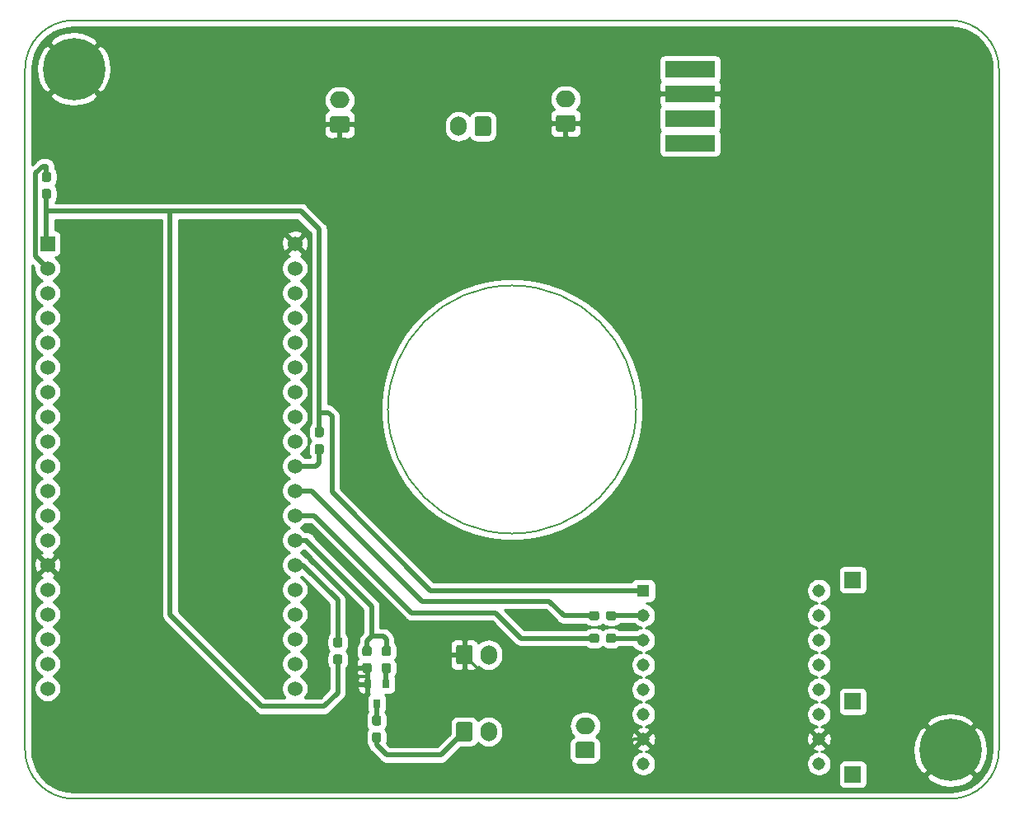
<source format=gbr>
%TF.GenerationSoftware,KiCad,Pcbnew,(5.1.6)-1*%
%TF.CreationDate,2021-02-27T16:35:54+01:00*%
%TF.ProjectId,07_LBAM_DFR,30375f4c-4241-44d5-9f44-46522e6b6963,rev?*%
%TF.SameCoordinates,Original*%
%TF.FileFunction,Copper,L1,Top*%
%TF.FilePolarity,Positive*%
%FSLAX46Y46*%
G04 Gerber Fmt 4.6, Leading zero omitted, Abs format (unit mm)*
G04 Created by KiCad (PCBNEW (5.1.6)-1) date 2021-02-27 16:35:54*
%MOMM*%
%LPD*%
G01*
G04 APERTURE LIST*
%TA.AperFunction,Profile*%
%ADD10C,0.150000*%
%TD*%
%TA.AperFunction,ComponentPad*%
%ADD11C,1.530000*%
%TD*%
%TA.AperFunction,ComponentPad*%
%ADD12R,1.530000X1.530000*%
%TD*%
%TA.AperFunction,SMDPad,CuDef*%
%ADD13R,0.800000X0.900000*%
%TD*%
%TA.AperFunction,ComponentPad*%
%ADD14C,0.800000*%
%TD*%
%TA.AperFunction,ComponentPad*%
%ADD15C,6.400000*%
%TD*%
%TA.AperFunction,ComponentPad*%
%ADD16C,1.308000*%
%TD*%
%TA.AperFunction,ComponentPad*%
%ADD17R,1.308000X1.308000*%
%TD*%
%TA.AperFunction,ComponentPad*%
%ADD18O,1.700000X2.000000*%
%TD*%
%TA.AperFunction,ComponentPad*%
%ADD19O,2.000000X1.700000*%
%TD*%
%TA.AperFunction,ComponentPad*%
%ADD20R,1.700000X1.700000*%
%TD*%
%TA.AperFunction,SMDPad,CuDef*%
%ADD21R,3.500000X1.700000*%
%TD*%
%TA.AperFunction,ViaPad*%
%ADD22C,1.000000*%
%TD*%
%TA.AperFunction,Conductor*%
%ADD23C,0.300000*%
%TD*%
%TA.AperFunction,Conductor*%
%ADD24C,1.000000*%
%TD*%
%TA.AperFunction,Conductor*%
%ADD25C,0.500000*%
%TD*%
%TA.AperFunction,Conductor*%
%ADD26C,0.254000*%
%TD*%
G04 APERTURE END LIST*
D10*
X162747549Y-105000000D02*
G75*
G03*
X162747549Y-105000000I-12747549J0D01*
G01*
X180000000Y-65000000D02*
X195000000Y-65000000D01*
X157000000Y-65000000D02*
X180000000Y-65000000D01*
X195000000Y-65000000D02*
G75*
G02*
X200000000Y-70000000I0J-5000000D01*
G01*
X200000000Y-140000000D02*
G75*
G02*
X195000000Y-145000000I-5000000J0D01*
G01*
X105000000Y-145000000D02*
G75*
G02*
X100000000Y-140000000I0J5000000D01*
G01*
X100000000Y-70000000D02*
G75*
G02*
X105000000Y-65000000I5000000J0D01*
G01*
X100000000Y-140000000D02*
X100000000Y-70000000D01*
X195000000Y-145000000D02*
X105000000Y-145000000D01*
X200000000Y-70000000D02*
X200000000Y-140000000D01*
X105000000Y-65000000D02*
X157000000Y-65000000D01*
D11*
%TO.P,U2,38*%
%TO.N,GND*%
X127700000Y-87950000D03*
%TO.P,U2,37*%
%TO.N,Net-(U2-Pad37)*%
X127700000Y-90490000D03*
%TO.P,U2,36*%
%TO.N,Net-(U2-Pad36)*%
X127700000Y-93030000D03*
%TO.P,U2,35*%
%TO.N,Net-(U2-Pad35)*%
X127700000Y-95570000D03*
%TO.P,U2,34*%
%TO.N,Net-(U2-Pad34)*%
X127700000Y-98110000D03*
%TO.P,U2,33*%
%TO.N,Net-(U2-Pad33)*%
X127700000Y-100650000D03*
%TO.P,U2,32*%
%TO.N,Net-(U2-Pad32)*%
X127700000Y-103190000D03*
%TO.P,U2,31*%
%TO.N,Net-(U2-Pad31)*%
X127700000Y-105730000D03*
%TO.P,U2,30*%
%TO.N,Net-(U2-Pad30)*%
X127700000Y-108270000D03*
%TO.P,U2,29*%
%TO.N,bouton1*%
X127700000Y-110810000D03*
%TO.P,U2,28*%
%TO.N,Net-(R34-Pad2)*%
X127700000Y-113350000D03*
%TO.P,U2,27*%
%TO.N,Net-(R36-Pad2)*%
X127700000Y-115890000D03*
%TO.P,U2,26*%
%TO.N,LED_out*%
X127700000Y-118430000D03*
%TO.P,U2,25*%
%TO.N,Net-(R13-Pad2)*%
X127700000Y-120970000D03*
%TO.P,U2,24*%
%TO.N,Net-(U2-Pad24)*%
X127700000Y-123510000D03*
%TO.P,U2,23*%
%TO.N,Net-(U2-Pad23)*%
X127700000Y-126050000D03*
%TO.P,U2,22*%
%TO.N,Net-(U2-Pad22)*%
X127700000Y-128590000D03*
%TO.P,U2,21*%
%TO.N,Net-(U2-Pad21)*%
X127700000Y-131130000D03*
%TO.P,U2,20*%
%TO.N,Net-(U2-Pad20)*%
X127700000Y-133670000D03*
%TO.P,U2,19*%
%TO.N,5V*%
X102300000Y-133670000D03*
%TO.P,U2,18*%
%TO.N,Net-(U2-Pad18)*%
X102300000Y-131130000D03*
%TO.P,U2,17*%
%TO.N,Net-(U2-Pad17)*%
X102300000Y-128590000D03*
%TO.P,U2,16*%
%TO.N,Net-(U2-Pad16)*%
X102300000Y-126050000D03*
%TO.P,U2,15*%
%TO.N,Net-(U2-Pad15)*%
X102300000Y-123510000D03*
%TO.P,U2,14*%
%TO.N,GND*%
X102300000Y-120970000D03*
%TO.P,U2,13*%
%TO.N,Net-(U2-Pad13)*%
X102300000Y-118430000D03*
%TO.P,U2,12*%
%TO.N,Net-(U2-Pad12)*%
X102300000Y-115890000D03*
%TO.P,U2,11*%
%TO.N,Net-(U2-Pad11)*%
X102300000Y-113350000D03*
%TO.P,U2,10*%
%TO.N,Net-(U2-Pad10)*%
X102300000Y-110810000D03*
%TO.P,U2,9*%
%TO.N,Net-(U2-Pad9)*%
X102300000Y-108270000D03*
%TO.P,U2,8*%
%TO.N,Net-(U2-Pad8)*%
X102300000Y-105730000D03*
%TO.P,U2,7*%
%TO.N,Net-(U2-Pad7)*%
X102300000Y-103190000D03*
%TO.P,U2,6*%
%TO.N,Net-(U2-Pad6)*%
X102300000Y-100650000D03*
%TO.P,U2,5*%
%TO.N,Net-(U2-Pad5)*%
X102300000Y-98110000D03*
%TO.P,U2,4*%
%TO.N,Net-(U2-Pad4)*%
X102300000Y-95570000D03*
%TO.P,U2,3*%
%TO.N,Net-(U2-Pad3)*%
X102300000Y-93030000D03*
%TO.P,U2,2*%
%TO.N,Net-(R7-Pad1)*%
X102300000Y-90490000D03*
D12*
%TO.P,U2,1*%
%TO.N,3V3*%
X102300000Y-87950000D03*
%TD*%
D13*
%TO.P,Q1,3*%
%TO.N,Net-(Q1-Pad3)*%
X136100000Y-135200000D03*
%TO.P,Q1,2*%
%TO.N,GND*%
X135150000Y-133200000D03*
%TO.P,Q1,1*%
%TO.N,Net-(Q1-Pad1)*%
X137050000Y-133200000D03*
%TD*%
D14*
%TO.P,H3,1*%
%TO.N,GND*%
X196697056Y-138302944D03*
X195000000Y-137600000D03*
X193302944Y-138302944D03*
X192600000Y-140000000D03*
X193302944Y-141697056D03*
X195000000Y-142400000D03*
X196697056Y-141697056D03*
X197400000Y-140000000D03*
D15*
X195000000Y-140000000D03*
%TD*%
D14*
%TO.P,H1,1*%
%TO.N,GND*%
X106697056Y-68302944D03*
X105000000Y-67600000D03*
X103302944Y-68302944D03*
X102600000Y-70000000D03*
X103302944Y-71697056D03*
X105000000Y-72400000D03*
X106697056Y-71697056D03*
X107400000Y-70000000D03*
D15*
X105000000Y-70000000D03*
%TD*%
D16*
%TO.P,U1,9*%
%TO.N,Net-(J2-Pad1)*%
X181517000Y-141390000D03*
%TO.P,U1,8*%
%TO.N,Net-(J5-Pad1)*%
X163483000Y-141390000D03*
%TO.P,U1,16*%
%TO.N,Net-(J1-Pad1)*%
X181517000Y-123610000D03*
D17*
%TO.P,U1,1*%
%TO.N,3V3*%
X163483000Y-123610000D03*
D16*
%TO.P,U1,10*%
%TO.N,GND*%
X181517000Y-138850000D03*
%TO.P,U1,7*%
X163483000Y-138850000D03*
%TO.P,U1,15*%
%TO.N,Net-(U1-Pad15)*%
X181517000Y-126150000D03*
%TO.P,U1,2*%
%TO.N,ESP2DFR*%
X163483000Y-126150000D03*
%TO.P,U1,11*%
%TO.N,Net-(J3-Pad1)*%
X181517000Y-136310000D03*
%TO.P,U1,14*%
%TO.N,Net-(U1-Pad14)*%
X181517000Y-128690000D03*
%TO.P,U1,3*%
%TO.N,DFR2ESP*%
X163483000Y-128690000D03*
%TO.P,U1,6*%
%TO.N,Net-(J5-Pad2)*%
X163483000Y-136310000D03*
%TO.P,U1,12*%
%TO.N,Net-(U1-Pad12)*%
X181517000Y-133770000D03*
%TO.P,U1,13*%
%TO.N,Net-(U1-Pad13)*%
X181517000Y-131230000D03*
%TO.P,U1,5*%
%TO.N,Net-(U1-Pad5)*%
X163483000Y-133770000D03*
%TO.P,U1,4*%
%TO.N,Net-(U1-Pad4)*%
X163483000Y-131230000D03*
%TD*%
D18*
%TO.P,J18,2*%
%TO.N,bouton1*%
X147600000Y-130200000D03*
%TO.P,J18,1*%
%TO.N,GND*%
%TA.AperFunction,ComponentPad*%
G36*
G01*
X144250000Y-130950000D02*
X144250000Y-129450000D01*
G75*
G02*
X144500000Y-129200000I250000J0D01*
G01*
X145700000Y-129200000D01*
G75*
G02*
X145950000Y-129450000I0J-250000D01*
G01*
X145950000Y-130950000D01*
G75*
G02*
X145700000Y-131200000I-250000J0D01*
G01*
X144500000Y-131200000D01*
G75*
G02*
X144250000Y-130950000I0J250000D01*
G01*
G37*
%TD.AperFunction*%
%TD*%
%TO.P,J26,2*%
%TO.N,5V*%
X147600000Y-138100000D03*
%TO.P,J26,1*%
%TO.N,Net-(J26-Pad1)*%
%TA.AperFunction,ComponentPad*%
G36*
G01*
X144250000Y-138850000D02*
X144250000Y-137350000D01*
G75*
G02*
X144500000Y-137100000I250000J0D01*
G01*
X145700000Y-137100000D01*
G75*
G02*
X145950000Y-137350000I0J-250000D01*
G01*
X145950000Y-138850000D01*
G75*
G02*
X145700000Y-139100000I-250000J0D01*
G01*
X144500000Y-139100000D01*
G75*
G02*
X144250000Y-138850000I0J250000D01*
G01*
G37*
%TD.AperFunction*%
%TD*%
D19*
%TO.P,J27,2*%
%TO.N,/Batt_alim/V_ext*%
X155500000Y-73100000D03*
%TO.P,J27,1*%
%TO.N,GND*%
%TA.AperFunction,ComponentPad*%
G36*
G01*
X156250000Y-76450000D02*
X154750000Y-76450000D01*
G75*
G02*
X154500000Y-76200000I0J250000D01*
G01*
X154500000Y-75000000D01*
G75*
G02*
X154750000Y-74750000I250000J0D01*
G01*
X156250000Y-74750000D01*
G75*
G02*
X156500000Y-75000000I0J-250000D01*
G01*
X156500000Y-76200000D01*
G75*
G02*
X156250000Y-76450000I-250000J0D01*
G01*
G37*
%TD.AperFunction*%
%TD*%
%TO.P,R7,2*%
%TO.N,3V3*%
%TA.AperFunction,SMDPad,CuDef*%
G36*
G01*
X101962500Y-82325000D02*
X102437500Y-82325000D01*
G75*
G02*
X102675000Y-82562500I0J-237500D01*
G01*
X102675000Y-83137500D01*
G75*
G02*
X102437500Y-83375000I-237500J0D01*
G01*
X101962500Y-83375000D01*
G75*
G02*
X101725000Y-83137500I0J237500D01*
G01*
X101725000Y-82562500D01*
G75*
G02*
X101962500Y-82325000I237500J0D01*
G01*
G37*
%TD.AperFunction*%
%TO.P,R7,1*%
%TO.N,Net-(R7-Pad1)*%
%TA.AperFunction,SMDPad,CuDef*%
G36*
G01*
X101962500Y-80575000D02*
X102437500Y-80575000D01*
G75*
G02*
X102675000Y-80812500I0J-237500D01*
G01*
X102675000Y-81387500D01*
G75*
G02*
X102437500Y-81625000I-237500J0D01*
G01*
X101962500Y-81625000D01*
G75*
G02*
X101725000Y-81387500I0J237500D01*
G01*
X101725000Y-80812500D01*
G75*
G02*
X101962500Y-80575000I237500J0D01*
G01*
G37*
%TD.AperFunction*%
%TD*%
%TO.P,R12,2*%
%TO.N,3V3*%
%TA.AperFunction,SMDPad,CuDef*%
G36*
G01*
X130437500Y-107850000D02*
X129962500Y-107850000D01*
G75*
G02*
X129725000Y-107612500I0J237500D01*
G01*
X129725000Y-107037500D01*
G75*
G02*
X129962500Y-106800000I237500J0D01*
G01*
X130437500Y-106800000D01*
G75*
G02*
X130675000Y-107037500I0J-237500D01*
G01*
X130675000Y-107612500D01*
G75*
G02*
X130437500Y-107850000I-237500J0D01*
G01*
G37*
%TD.AperFunction*%
%TO.P,R12,1*%
%TO.N,bouton1*%
%TA.AperFunction,SMDPad,CuDef*%
G36*
G01*
X130437500Y-109600000D02*
X129962500Y-109600000D01*
G75*
G02*
X129725000Y-109362500I0J237500D01*
G01*
X129725000Y-108787500D01*
G75*
G02*
X129962500Y-108550000I237500J0D01*
G01*
X130437500Y-108550000D01*
G75*
G02*
X130675000Y-108787500I0J-237500D01*
G01*
X130675000Y-109362500D01*
G75*
G02*
X130437500Y-109600000I-237500J0D01*
G01*
G37*
%TD.AperFunction*%
%TD*%
%TO.P,R13,2*%
%TO.N,Net-(R13-Pad2)*%
%TA.AperFunction,SMDPad,CuDef*%
G36*
G01*
X132337500Y-129450000D02*
X131862500Y-129450000D01*
G75*
G02*
X131625000Y-129212500I0J237500D01*
G01*
X131625000Y-128637500D01*
G75*
G02*
X131862500Y-128400000I237500J0D01*
G01*
X132337500Y-128400000D01*
G75*
G02*
X132575000Y-128637500I0J-237500D01*
G01*
X132575000Y-129212500D01*
G75*
G02*
X132337500Y-129450000I-237500J0D01*
G01*
G37*
%TD.AperFunction*%
%TO.P,R13,1*%
%TO.N,3V3*%
%TA.AperFunction,SMDPad,CuDef*%
G36*
G01*
X132337500Y-131200000D02*
X131862500Y-131200000D01*
G75*
G02*
X131625000Y-130962500I0J237500D01*
G01*
X131625000Y-130387500D01*
G75*
G02*
X131862500Y-130150000I237500J0D01*
G01*
X132337500Y-130150000D01*
G75*
G02*
X132575000Y-130387500I0J-237500D01*
G01*
X132575000Y-130962500D01*
G75*
G02*
X132337500Y-131200000I-237500J0D01*
G01*
G37*
%TD.AperFunction*%
%TD*%
%TO.P,R16,2*%
%TO.N,Net-(J26-Pad1)*%
%TA.AperFunction,SMDPad,CuDef*%
G36*
G01*
X135862500Y-138175000D02*
X136337500Y-138175000D01*
G75*
G02*
X136575000Y-138412500I0J-237500D01*
G01*
X136575000Y-138987500D01*
G75*
G02*
X136337500Y-139225000I-237500J0D01*
G01*
X135862500Y-139225000D01*
G75*
G02*
X135625000Y-138987500I0J237500D01*
G01*
X135625000Y-138412500D01*
G75*
G02*
X135862500Y-138175000I237500J0D01*
G01*
G37*
%TD.AperFunction*%
%TO.P,R16,1*%
%TO.N,Net-(Q1-Pad3)*%
%TA.AperFunction,SMDPad,CuDef*%
G36*
G01*
X135862500Y-136425000D02*
X136337500Y-136425000D01*
G75*
G02*
X136575000Y-136662500I0J-237500D01*
G01*
X136575000Y-137237500D01*
G75*
G02*
X136337500Y-137475000I-237500J0D01*
G01*
X135862500Y-137475000D01*
G75*
G02*
X135625000Y-137237500I0J237500D01*
G01*
X135625000Y-136662500D01*
G75*
G02*
X135862500Y-136425000I237500J0D01*
G01*
G37*
%TD.AperFunction*%
%TD*%
%TO.P,R17,2*%
%TO.N,Net-(Q1-Pad1)*%
%TA.AperFunction,SMDPad,CuDef*%
G36*
G01*
X136862500Y-131050000D02*
X137337500Y-131050000D01*
G75*
G02*
X137575000Y-131287500I0J-237500D01*
G01*
X137575000Y-131862500D01*
G75*
G02*
X137337500Y-132100000I-237500J0D01*
G01*
X136862500Y-132100000D01*
G75*
G02*
X136625000Y-131862500I0J237500D01*
G01*
X136625000Y-131287500D01*
G75*
G02*
X136862500Y-131050000I237500J0D01*
G01*
G37*
%TD.AperFunction*%
%TO.P,R17,1*%
%TO.N,LED_out*%
%TA.AperFunction,SMDPad,CuDef*%
G36*
G01*
X136862500Y-129300000D02*
X137337500Y-129300000D01*
G75*
G02*
X137575000Y-129537500I0J-237500D01*
G01*
X137575000Y-130112500D01*
G75*
G02*
X137337500Y-130350000I-237500J0D01*
G01*
X136862500Y-130350000D01*
G75*
G02*
X136625000Y-130112500I0J237500D01*
G01*
X136625000Y-129537500D01*
G75*
G02*
X136862500Y-129300000I237500J0D01*
G01*
G37*
%TD.AperFunction*%
%TD*%
%TO.P,R18,2*%
%TO.N,LED_out*%
%TA.AperFunction,SMDPad,CuDef*%
G36*
G01*
X135337500Y-130350000D02*
X134862500Y-130350000D01*
G75*
G02*
X134625000Y-130112500I0J237500D01*
G01*
X134625000Y-129537500D01*
G75*
G02*
X134862500Y-129300000I237500J0D01*
G01*
X135337500Y-129300000D01*
G75*
G02*
X135575000Y-129537500I0J-237500D01*
G01*
X135575000Y-130112500D01*
G75*
G02*
X135337500Y-130350000I-237500J0D01*
G01*
G37*
%TD.AperFunction*%
%TO.P,R18,1*%
%TO.N,GND*%
%TA.AperFunction,SMDPad,CuDef*%
G36*
G01*
X135337500Y-132100000D02*
X134862500Y-132100000D01*
G75*
G02*
X134625000Y-131862500I0J237500D01*
G01*
X134625000Y-131287500D01*
G75*
G02*
X134862500Y-131050000I237500J0D01*
G01*
X135337500Y-131050000D01*
G75*
G02*
X135575000Y-131287500I0J-237500D01*
G01*
X135575000Y-131862500D01*
G75*
G02*
X135337500Y-132100000I-237500J0D01*
G01*
G37*
%TD.AperFunction*%
%TD*%
%TO.P,R34,2*%
%TO.N,Net-(R34-Pad2)*%
%TA.AperFunction,SMDPad,CuDef*%
G36*
G01*
X158950000Y-125962500D02*
X158950000Y-126437500D01*
G75*
G02*
X158712500Y-126675000I-237500J0D01*
G01*
X158137500Y-126675000D01*
G75*
G02*
X157900000Y-126437500I0J237500D01*
G01*
X157900000Y-125962500D01*
G75*
G02*
X158137500Y-125725000I237500J0D01*
G01*
X158712500Y-125725000D01*
G75*
G02*
X158950000Y-125962500I0J-237500D01*
G01*
G37*
%TD.AperFunction*%
%TO.P,R34,1*%
%TO.N,ESP2DFR*%
%TA.AperFunction,SMDPad,CuDef*%
G36*
G01*
X160700000Y-125962500D02*
X160700000Y-126437500D01*
G75*
G02*
X160462500Y-126675000I-237500J0D01*
G01*
X159887500Y-126675000D01*
G75*
G02*
X159650000Y-126437500I0J237500D01*
G01*
X159650000Y-125962500D01*
G75*
G02*
X159887500Y-125725000I237500J0D01*
G01*
X160462500Y-125725000D01*
G75*
G02*
X160700000Y-125962500I0J-237500D01*
G01*
G37*
%TD.AperFunction*%
%TD*%
%TO.P,R36,2*%
%TO.N,Net-(R36-Pad2)*%
%TA.AperFunction,SMDPad,CuDef*%
G36*
G01*
X158950000Y-128262500D02*
X158950000Y-128737500D01*
G75*
G02*
X158712500Y-128975000I-237500J0D01*
G01*
X158137500Y-128975000D01*
G75*
G02*
X157900000Y-128737500I0J237500D01*
G01*
X157900000Y-128262500D01*
G75*
G02*
X158137500Y-128025000I237500J0D01*
G01*
X158712500Y-128025000D01*
G75*
G02*
X158950000Y-128262500I0J-237500D01*
G01*
G37*
%TD.AperFunction*%
%TO.P,R36,1*%
%TO.N,DFR2ESP*%
%TA.AperFunction,SMDPad,CuDef*%
G36*
G01*
X160700000Y-128262500D02*
X160700000Y-128737500D01*
G75*
G02*
X160462500Y-128975000I-237500J0D01*
G01*
X159887500Y-128975000D01*
G75*
G02*
X159650000Y-128737500I0J237500D01*
G01*
X159650000Y-128262500D01*
G75*
G02*
X159887500Y-128025000I237500J0D01*
G01*
X160462500Y-128025000D01*
G75*
G02*
X160700000Y-128262500I0J-237500D01*
G01*
G37*
%TD.AperFunction*%
%TD*%
D18*
%TO.P,J9,2*%
%TO.N,Net-(J4-Pad2)*%
X144500000Y-75900000D03*
%TO.P,J9,1*%
%TO.N,Net-(J9-Pad1)*%
%TA.AperFunction,ComponentPad*%
G36*
G01*
X147850000Y-75150000D02*
X147850000Y-76650000D01*
G75*
G02*
X147600000Y-76900000I-250000J0D01*
G01*
X146400000Y-76900000D01*
G75*
G02*
X146150000Y-76650000I0J250000D01*
G01*
X146150000Y-75150000D01*
G75*
G02*
X146400000Y-74900000I250000J0D01*
G01*
X147600000Y-74900000D01*
G75*
G02*
X147850000Y-75150000I0J-250000D01*
G01*
G37*
%TD.AperFunction*%
%TD*%
D19*
%TO.P,J4,2*%
%TO.N,Net-(J4-Pad2)*%
X132300000Y-73200000D03*
%TO.P,J4,1*%
%TO.N,GND*%
%TA.AperFunction,ComponentPad*%
G36*
G01*
X133050000Y-76550000D02*
X131550000Y-76550000D01*
G75*
G02*
X131300000Y-76300000I0J250000D01*
G01*
X131300000Y-75100000D01*
G75*
G02*
X131550000Y-74850000I250000J0D01*
G01*
X133050000Y-74850000D01*
G75*
G02*
X133300000Y-75100000I0J-250000D01*
G01*
X133300000Y-76300000D01*
G75*
G02*
X133050000Y-76550000I-250000J0D01*
G01*
G37*
%TD.AperFunction*%
%TD*%
D20*
%TO.P,J1,1*%
%TO.N,Net-(J1-Pad1)*%
X185000000Y-122500000D03*
%TD*%
%TO.P,J2,1*%
%TO.N,Net-(J2-Pad1)*%
X185000000Y-142500000D03*
%TD*%
%TO.P,J3,1*%
%TO.N,Net-(J3-Pad1)*%
X185000000Y-135000000D03*
%TD*%
%TO.P,J5,1*%
%TO.N,Net-(J5-Pad1)*%
%TA.AperFunction,ComponentPad*%
G36*
G01*
X158250000Y-140850000D02*
X156750000Y-140850000D01*
G75*
G02*
X156500000Y-140600000I0J250000D01*
G01*
X156500000Y-139400000D01*
G75*
G02*
X156750000Y-139150000I250000J0D01*
G01*
X158250000Y-139150000D01*
G75*
G02*
X158500000Y-139400000I0J-250000D01*
G01*
X158500000Y-140600000D01*
G75*
G02*
X158250000Y-140850000I-250000J0D01*
G01*
G37*
%TD.AperFunction*%
D19*
%TO.P,J5,2*%
%TO.N,Net-(J5-Pad2)*%
X157500000Y-137500000D03*
%TD*%
D20*
%TO.P,U4,1*%
%TO.N,/Batt_alim/V_ext*%
X170000000Y-70000000D03*
%TO.P,U4,2*%
%TO.N,GND*%
X170000000Y-72540000D03*
%TO.P,U4,3*%
%TO.N,Net-(J9-Pad1)*%
X170000000Y-75080000D03*
%TO.P,U4,4*%
%TO.N,5V*%
X170000000Y-77620000D03*
D21*
%TO.P,U4,1*%
%TO.N,/Batt_alim/V_ext*%
X167460000Y-70000000D03*
%TO.P,U4,2*%
%TO.N,GND*%
X167460000Y-72540000D03*
%TO.P,U4,3*%
%TO.N,Net-(J9-Pad1)*%
X167460000Y-75080000D03*
%TO.P,U4,4*%
%TO.N,5V*%
X167460000Y-77620000D03*
%TD*%
D22*
%TO.N,GND*%
X133800000Y-132400000D03*
X130100000Y-125700000D03*
X152000000Y-126500000D03*
%TD*%
D23*
%TO.N,GND*%
X135100000Y-133150000D02*
X135150000Y-133200000D01*
X135100000Y-132400000D02*
X135100000Y-133150000D01*
X135100000Y-131575000D02*
X135100000Y-132400000D01*
X167460000Y-72540000D02*
X170000000Y-72540000D01*
X163483000Y-138850000D02*
X162550000Y-138850000D01*
X162550000Y-138850000D02*
X158800000Y-142600000D01*
X158800000Y-142600000D02*
X155800000Y-142600000D01*
X155800000Y-142600000D02*
X151300000Y-138100000D01*
X151300000Y-136400000D02*
X145100000Y-130200000D01*
X151300000Y-138100000D02*
X151300000Y-136400000D01*
X135100000Y-132400000D02*
X133800000Y-132400000D01*
D24*
%TO.N,5V*%
X167460000Y-77620000D02*
X170000000Y-77620000D01*
D25*
%TO.N,bouton1*%
X130200000Y-109075000D02*
X130200000Y-110500000D01*
X129890000Y-110810000D02*
X127700000Y-110810000D01*
X130200000Y-110500000D02*
X129890000Y-110810000D01*
%TO.N,Net-(J26-Pad1)*%
X136100000Y-138700000D02*
X136100000Y-139500000D01*
X136100000Y-139500000D02*
X137100000Y-140500000D01*
X142700000Y-140500000D02*
X145100000Y-138100000D01*
X137100000Y-140500000D02*
X142700000Y-140500000D01*
%TO.N,Net-(Q1-Pad1)*%
X137050000Y-131625000D02*
X137100000Y-131575000D01*
X137050000Y-133200000D02*
X137050000Y-131625000D01*
%TO.N,Net-(Q1-Pad3)*%
X136100000Y-135200000D02*
X136100000Y-136950000D01*
%TO.N,3V3*%
X102200000Y-87850000D02*
X102300000Y-87950000D01*
X102200000Y-82850000D02*
X102200000Y-84600000D01*
X130200000Y-86500000D02*
X128300000Y-84600000D01*
X102200000Y-84600000D02*
X102200000Y-87850000D01*
X130200000Y-105300000D02*
X130200000Y-86500000D01*
X130200000Y-107325000D02*
X130200000Y-105300000D01*
X132100000Y-130675000D02*
X132100000Y-134100000D01*
X132100000Y-134100000D02*
X130700000Y-135500000D01*
X130700000Y-135500000D02*
X124300000Y-135500000D01*
X114900000Y-126100000D02*
X114900000Y-84600000D01*
X124300000Y-135500000D02*
X114900000Y-126100000D01*
X128300000Y-84600000D02*
X114900000Y-84600000D01*
X114900000Y-84600000D02*
X102200000Y-84600000D01*
X141610000Y-123610000D02*
X163483000Y-123610000D01*
X131500000Y-113500000D02*
X141610000Y-123610000D01*
X131500000Y-105700000D02*
X131500000Y-113500000D01*
X131100000Y-105300000D02*
X131500000Y-105700000D01*
X130200000Y-105300000D02*
X131100000Y-105300000D01*
%TO.N,Net-(R7-Pad1)*%
X101084999Y-89274999D02*
X102300000Y-90490000D01*
X101084999Y-80715001D02*
X101084999Y-89274999D01*
X101800000Y-80000000D02*
X101084999Y-80715001D01*
X102200000Y-80000000D02*
X101800000Y-80000000D01*
X102200000Y-81100000D02*
X102200000Y-80000000D01*
%TO.N,ESP2DFR*%
X160225000Y-126150000D02*
X160175000Y-126200000D01*
X163483000Y-126150000D02*
X160225000Y-126150000D01*
%TO.N,DFR2ESP*%
X163293000Y-128500000D02*
X163483000Y-128690000D01*
X160175000Y-128500000D02*
X163293000Y-128500000D01*
%TO.N,LED_out*%
X135100000Y-129825000D02*
X135100000Y-128800000D01*
X135100000Y-128800000D02*
X135600000Y-128300000D01*
X135600000Y-128300000D02*
X136800000Y-128300000D01*
X137100000Y-128600000D02*
X137100000Y-129825000D01*
X136800000Y-128300000D02*
X137100000Y-128600000D01*
X128930000Y-118530000D02*
X135600000Y-125200000D01*
X128930000Y-118430000D02*
X128930000Y-118530000D01*
X127700000Y-118430000D02*
X128930000Y-118430000D01*
X135600000Y-125200000D02*
X135600000Y-128300000D01*
D24*
%TO.N,/Batt_alim/V_ext*%
X167460000Y-70000000D02*
X170000000Y-70000000D01*
D25*
%TO.N,Net-(R34-Pad2)*%
X155300000Y-126200000D02*
X158425000Y-126200000D01*
X153800000Y-124700000D02*
X155300000Y-126200000D01*
X140800000Y-124700000D02*
X153800000Y-124700000D01*
X129450000Y-113350000D02*
X140800000Y-124700000D01*
X127700000Y-113350000D02*
X129450000Y-113350000D01*
%TO.N,Net-(R36-Pad2)*%
X158425000Y-128500000D02*
X150900000Y-128500000D01*
X150900000Y-128500000D02*
X148300000Y-125900000D01*
X148300000Y-125900000D02*
X139700000Y-125900000D01*
X129690000Y-115890000D02*
X127700000Y-115890000D01*
X139700000Y-125900000D02*
X129690000Y-115890000D01*
%TO.N,Net-(J9-Pad1)*%
X167460000Y-75080000D02*
X170000000Y-75080000D01*
%TO.N,Net-(R13-Pad2)*%
X132100000Y-125400000D02*
X132100000Y-128925000D01*
X127700000Y-120970000D02*
X128470000Y-120970000D01*
X132100000Y-124600000D02*
X132100000Y-125400000D01*
X128470000Y-120970000D02*
X132100000Y-124600000D01*
%TD*%
D26*
%TO.N,GND*%
G36*
X195759192Y-65780578D02*
G01*
X196494389Y-65981705D01*
X197182351Y-66309846D01*
X197801331Y-66754628D01*
X198331761Y-67301988D01*
X198756884Y-67934639D01*
X199063251Y-68632561D01*
X199242499Y-69379183D01*
X199290000Y-70026030D01*
X199290001Y-139968370D01*
X199219422Y-140759193D01*
X199018295Y-141494389D01*
X198690152Y-142182355D01*
X198245374Y-142801328D01*
X197698012Y-143331761D01*
X197065362Y-143756883D01*
X196367439Y-144063251D01*
X195620819Y-144242499D01*
X194973970Y-144290000D01*
X105031618Y-144290000D01*
X104240807Y-144219422D01*
X103505611Y-144018295D01*
X102817645Y-143690152D01*
X102198672Y-143245374D01*
X101668239Y-142698012D01*
X101243117Y-142065362D01*
X100936749Y-141367439D01*
X100757501Y-140620819D01*
X100710000Y-139973970D01*
X100710000Y-123372112D01*
X100900000Y-123372112D01*
X100900000Y-123647888D01*
X100953801Y-123918365D01*
X101059336Y-124173149D01*
X101212549Y-124402448D01*
X101407552Y-124597451D01*
X101636851Y-124750664D01*
X101707674Y-124780000D01*
X101636851Y-124809336D01*
X101407552Y-124962549D01*
X101212549Y-125157552D01*
X101059336Y-125386851D01*
X100953801Y-125641635D01*
X100900000Y-125912112D01*
X100900000Y-126187888D01*
X100953801Y-126458365D01*
X101059336Y-126713149D01*
X101212549Y-126942448D01*
X101407552Y-127137451D01*
X101636851Y-127290664D01*
X101707674Y-127320000D01*
X101636851Y-127349336D01*
X101407552Y-127502549D01*
X101212549Y-127697552D01*
X101059336Y-127926851D01*
X100953801Y-128181635D01*
X100900000Y-128452112D01*
X100900000Y-128727888D01*
X100953801Y-128998365D01*
X101059336Y-129253149D01*
X101212549Y-129482448D01*
X101407552Y-129677451D01*
X101636851Y-129830664D01*
X101707674Y-129860000D01*
X101636851Y-129889336D01*
X101407552Y-130042549D01*
X101212549Y-130237552D01*
X101059336Y-130466851D01*
X100953801Y-130721635D01*
X100900000Y-130992112D01*
X100900000Y-131267888D01*
X100953801Y-131538365D01*
X101059336Y-131793149D01*
X101212549Y-132022448D01*
X101407552Y-132217451D01*
X101636851Y-132370664D01*
X101707674Y-132400000D01*
X101636851Y-132429336D01*
X101407552Y-132582549D01*
X101212549Y-132777552D01*
X101059336Y-133006851D01*
X100953801Y-133261635D01*
X100900000Y-133532112D01*
X100900000Y-133807888D01*
X100953801Y-134078365D01*
X101059336Y-134333149D01*
X101212549Y-134562448D01*
X101407552Y-134757451D01*
X101636851Y-134910664D01*
X101891635Y-135016199D01*
X102162112Y-135070000D01*
X102437888Y-135070000D01*
X102708365Y-135016199D01*
X102963149Y-134910664D01*
X103192448Y-134757451D01*
X103387451Y-134562448D01*
X103540664Y-134333149D01*
X103646199Y-134078365D01*
X103700000Y-133807888D01*
X103700000Y-133532112D01*
X103646199Y-133261635D01*
X103540664Y-133006851D01*
X103387451Y-132777552D01*
X103192448Y-132582549D01*
X102963149Y-132429336D01*
X102892326Y-132400000D01*
X102963149Y-132370664D01*
X103192448Y-132217451D01*
X103387451Y-132022448D01*
X103540664Y-131793149D01*
X103646199Y-131538365D01*
X103700000Y-131267888D01*
X103700000Y-130992112D01*
X103646199Y-130721635D01*
X103540664Y-130466851D01*
X103387451Y-130237552D01*
X103192448Y-130042549D01*
X102963149Y-129889336D01*
X102892326Y-129860000D01*
X102963149Y-129830664D01*
X103192448Y-129677451D01*
X103387451Y-129482448D01*
X103540664Y-129253149D01*
X103646199Y-128998365D01*
X103700000Y-128727888D01*
X103700000Y-128452112D01*
X103646199Y-128181635D01*
X103540664Y-127926851D01*
X103387451Y-127697552D01*
X103192448Y-127502549D01*
X102963149Y-127349336D01*
X102892326Y-127320000D01*
X102963149Y-127290664D01*
X103192448Y-127137451D01*
X103387451Y-126942448D01*
X103540664Y-126713149D01*
X103646199Y-126458365D01*
X103700000Y-126187888D01*
X103700000Y-125912112D01*
X103646199Y-125641635D01*
X103540664Y-125386851D01*
X103387451Y-125157552D01*
X103192448Y-124962549D01*
X102963149Y-124809336D01*
X102892326Y-124780000D01*
X102963149Y-124750664D01*
X103192448Y-124597451D01*
X103387451Y-124402448D01*
X103540664Y-124173149D01*
X103646199Y-123918365D01*
X103700000Y-123647888D01*
X103700000Y-123372112D01*
X103646199Y-123101635D01*
X103540664Y-122846851D01*
X103387451Y-122617552D01*
X103192448Y-122422549D01*
X102963149Y-122269336D01*
X102898406Y-122242518D01*
X102904072Y-122240478D01*
X103020760Y-122178106D01*
X103088102Y-121937707D01*
X102300000Y-121149605D01*
X101511898Y-121937707D01*
X101579240Y-122178106D01*
X101709336Y-122239312D01*
X101636851Y-122269336D01*
X101407552Y-122422549D01*
X101212549Y-122617552D01*
X101059336Y-122846851D01*
X100953801Y-123101635D01*
X100900000Y-123372112D01*
X100710000Y-123372112D01*
X100710000Y-121041899D01*
X100895064Y-121041899D01*
X100936086Y-121314607D01*
X101029522Y-121574072D01*
X101091894Y-121690760D01*
X101332293Y-121758102D01*
X102120395Y-120970000D01*
X102479605Y-120970000D01*
X103267707Y-121758102D01*
X103508106Y-121690760D01*
X103625506Y-121441220D01*
X103691967Y-121173573D01*
X103704936Y-120898101D01*
X103663914Y-120625393D01*
X103570478Y-120365928D01*
X103508106Y-120249240D01*
X103267707Y-120181898D01*
X102479605Y-120970000D01*
X102120395Y-120970000D01*
X101332293Y-120181898D01*
X101091894Y-120249240D01*
X100974494Y-120498780D01*
X100908033Y-120766427D01*
X100895064Y-121041899D01*
X100710000Y-121041899D01*
X100710000Y-90151578D01*
X100901748Y-90343326D01*
X100900000Y-90352112D01*
X100900000Y-90627888D01*
X100953801Y-90898365D01*
X101059336Y-91153149D01*
X101212549Y-91382448D01*
X101407552Y-91577451D01*
X101636851Y-91730664D01*
X101707674Y-91760000D01*
X101636851Y-91789336D01*
X101407552Y-91942549D01*
X101212549Y-92137552D01*
X101059336Y-92366851D01*
X100953801Y-92621635D01*
X100900000Y-92892112D01*
X100900000Y-93167888D01*
X100953801Y-93438365D01*
X101059336Y-93693149D01*
X101212549Y-93922448D01*
X101407552Y-94117451D01*
X101636851Y-94270664D01*
X101707674Y-94300000D01*
X101636851Y-94329336D01*
X101407552Y-94482549D01*
X101212549Y-94677552D01*
X101059336Y-94906851D01*
X100953801Y-95161635D01*
X100900000Y-95432112D01*
X100900000Y-95707888D01*
X100953801Y-95978365D01*
X101059336Y-96233149D01*
X101212549Y-96462448D01*
X101407552Y-96657451D01*
X101636851Y-96810664D01*
X101707674Y-96840000D01*
X101636851Y-96869336D01*
X101407552Y-97022549D01*
X101212549Y-97217552D01*
X101059336Y-97446851D01*
X100953801Y-97701635D01*
X100900000Y-97972112D01*
X100900000Y-98247888D01*
X100953801Y-98518365D01*
X101059336Y-98773149D01*
X101212549Y-99002448D01*
X101407552Y-99197451D01*
X101636851Y-99350664D01*
X101707674Y-99380000D01*
X101636851Y-99409336D01*
X101407552Y-99562549D01*
X101212549Y-99757552D01*
X101059336Y-99986851D01*
X100953801Y-100241635D01*
X100900000Y-100512112D01*
X100900000Y-100787888D01*
X100953801Y-101058365D01*
X101059336Y-101313149D01*
X101212549Y-101542448D01*
X101407552Y-101737451D01*
X101636851Y-101890664D01*
X101707674Y-101920000D01*
X101636851Y-101949336D01*
X101407552Y-102102549D01*
X101212549Y-102297552D01*
X101059336Y-102526851D01*
X100953801Y-102781635D01*
X100900000Y-103052112D01*
X100900000Y-103327888D01*
X100953801Y-103598365D01*
X101059336Y-103853149D01*
X101212549Y-104082448D01*
X101407552Y-104277451D01*
X101636851Y-104430664D01*
X101707674Y-104460000D01*
X101636851Y-104489336D01*
X101407552Y-104642549D01*
X101212549Y-104837552D01*
X101059336Y-105066851D01*
X100953801Y-105321635D01*
X100900000Y-105592112D01*
X100900000Y-105867888D01*
X100953801Y-106138365D01*
X101059336Y-106393149D01*
X101212549Y-106622448D01*
X101407552Y-106817451D01*
X101636851Y-106970664D01*
X101707674Y-107000000D01*
X101636851Y-107029336D01*
X101407552Y-107182549D01*
X101212549Y-107377552D01*
X101059336Y-107606851D01*
X100953801Y-107861635D01*
X100900000Y-108132112D01*
X100900000Y-108407888D01*
X100953801Y-108678365D01*
X101059336Y-108933149D01*
X101212549Y-109162448D01*
X101407552Y-109357451D01*
X101636851Y-109510664D01*
X101707674Y-109540000D01*
X101636851Y-109569336D01*
X101407552Y-109722549D01*
X101212549Y-109917552D01*
X101059336Y-110146851D01*
X100953801Y-110401635D01*
X100900000Y-110672112D01*
X100900000Y-110947888D01*
X100953801Y-111218365D01*
X101059336Y-111473149D01*
X101212549Y-111702448D01*
X101407552Y-111897451D01*
X101636851Y-112050664D01*
X101707674Y-112080000D01*
X101636851Y-112109336D01*
X101407552Y-112262549D01*
X101212549Y-112457552D01*
X101059336Y-112686851D01*
X100953801Y-112941635D01*
X100900000Y-113212112D01*
X100900000Y-113487888D01*
X100953801Y-113758365D01*
X101059336Y-114013149D01*
X101212549Y-114242448D01*
X101407552Y-114437451D01*
X101636851Y-114590664D01*
X101707674Y-114620000D01*
X101636851Y-114649336D01*
X101407552Y-114802549D01*
X101212549Y-114997552D01*
X101059336Y-115226851D01*
X100953801Y-115481635D01*
X100900000Y-115752112D01*
X100900000Y-116027888D01*
X100953801Y-116298365D01*
X101059336Y-116553149D01*
X101212549Y-116782448D01*
X101407552Y-116977451D01*
X101636851Y-117130664D01*
X101707674Y-117160000D01*
X101636851Y-117189336D01*
X101407552Y-117342549D01*
X101212549Y-117537552D01*
X101059336Y-117766851D01*
X100953801Y-118021635D01*
X100900000Y-118292112D01*
X100900000Y-118567888D01*
X100953801Y-118838365D01*
X101059336Y-119093149D01*
X101212549Y-119322448D01*
X101407552Y-119517451D01*
X101636851Y-119670664D01*
X101701594Y-119697482D01*
X101695928Y-119699522D01*
X101579240Y-119761894D01*
X101511898Y-120002293D01*
X102300000Y-120790395D01*
X103088102Y-120002293D01*
X103020760Y-119761894D01*
X102890664Y-119700688D01*
X102963149Y-119670664D01*
X103192448Y-119517451D01*
X103387451Y-119322448D01*
X103540664Y-119093149D01*
X103646199Y-118838365D01*
X103700000Y-118567888D01*
X103700000Y-118292112D01*
X103646199Y-118021635D01*
X103540664Y-117766851D01*
X103387451Y-117537552D01*
X103192448Y-117342549D01*
X102963149Y-117189336D01*
X102892326Y-117160000D01*
X102963149Y-117130664D01*
X103192448Y-116977451D01*
X103387451Y-116782448D01*
X103540664Y-116553149D01*
X103646199Y-116298365D01*
X103700000Y-116027888D01*
X103700000Y-115752112D01*
X103646199Y-115481635D01*
X103540664Y-115226851D01*
X103387451Y-114997552D01*
X103192448Y-114802549D01*
X102963149Y-114649336D01*
X102892326Y-114620000D01*
X102963149Y-114590664D01*
X103192448Y-114437451D01*
X103387451Y-114242448D01*
X103540664Y-114013149D01*
X103646199Y-113758365D01*
X103700000Y-113487888D01*
X103700000Y-113212112D01*
X103646199Y-112941635D01*
X103540664Y-112686851D01*
X103387451Y-112457552D01*
X103192448Y-112262549D01*
X102963149Y-112109336D01*
X102892326Y-112080000D01*
X102963149Y-112050664D01*
X103192448Y-111897451D01*
X103387451Y-111702448D01*
X103540664Y-111473149D01*
X103646199Y-111218365D01*
X103700000Y-110947888D01*
X103700000Y-110672112D01*
X103646199Y-110401635D01*
X103540664Y-110146851D01*
X103387451Y-109917552D01*
X103192448Y-109722549D01*
X102963149Y-109569336D01*
X102892326Y-109540000D01*
X102963149Y-109510664D01*
X103192448Y-109357451D01*
X103387451Y-109162448D01*
X103540664Y-108933149D01*
X103646199Y-108678365D01*
X103700000Y-108407888D01*
X103700000Y-108132112D01*
X103646199Y-107861635D01*
X103540664Y-107606851D01*
X103387451Y-107377552D01*
X103192448Y-107182549D01*
X102963149Y-107029336D01*
X102892326Y-107000000D01*
X102963149Y-106970664D01*
X103192448Y-106817451D01*
X103387451Y-106622448D01*
X103540664Y-106393149D01*
X103646199Y-106138365D01*
X103700000Y-105867888D01*
X103700000Y-105592112D01*
X103646199Y-105321635D01*
X103540664Y-105066851D01*
X103387451Y-104837552D01*
X103192448Y-104642549D01*
X102963149Y-104489336D01*
X102892326Y-104460000D01*
X102963149Y-104430664D01*
X103192448Y-104277451D01*
X103387451Y-104082448D01*
X103540664Y-103853149D01*
X103646199Y-103598365D01*
X103700000Y-103327888D01*
X103700000Y-103052112D01*
X103646199Y-102781635D01*
X103540664Y-102526851D01*
X103387451Y-102297552D01*
X103192448Y-102102549D01*
X102963149Y-101949336D01*
X102892326Y-101920000D01*
X102963149Y-101890664D01*
X103192448Y-101737451D01*
X103387451Y-101542448D01*
X103540664Y-101313149D01*
X103646199Y-101058365D01*
X103700000Y-100787888D01*
X103700000Y-100512112D01*
X103646199Y-100241635D01*
X103540664Y-99986851D01*
X103387451Y-99757552D01*
X103192448Y-99562549D01*
X102963149Y-99409336D01*
X102892326Y-99380000D01*
X102963149Y-99350664D01*
X103192448Y-99197451D01*
X103387451Y-99002448D01*
X103540664Y-98773149D01*
X103646199Y-98518365D01*
X103700000Y-98247888D01*
X103700000Y-97972112D01*
X103646199Y-97701635D01*
X103540664Y-97446851D01*
X103387451Y-97217552D01*
X103192448Y-97022549D01*
X102963149Y-96869336D01*
X102892326Y-96840000D01*
X102963149Y-96810664D01*
X103192448Y-96657451D01*
X103387451Y-96462448D01*
X103540664Y-96233149D01*
X103646199Y-95978365D01*
X103700000Y-95707888D01*
X103700000Y-95432112D01*
X103646199Y-95161635D01*
X103540664Y-94906851D01*
X103387451Y-94677552D01*
X103192448Y-94482549D01*
X102963149Y-94329336D01*
X102892326Y-94300000D01*
X102963149Y-94270664D01*
X103192448Y-94117451D01*
X103387451Y-93922448D01*
X103540664Y-93693149D01*
X103646199Y-93438365D01*
X103700000Y-93167888D01*
X103700000Y-92892112D01*
X103646199Y-92621635D01*
X103540664Y-92366851D01*
X103387451Y-92137552D01*
X103192448Y-91942549D01*
X102963149Y-91789336D01*
X102892326Y-91760000D01*
X102963149Y-91730664D01*
X103192448Y-91577451D01*
X103387451Y-91382448D01*
X103540664Y-91153149D01*
X103646199Y-90898365D01*
X103700000Y-90627888D01*
X103700000Y-90352112D01*
X103646199Y-90081635D01*
X103540664Y-89826851D01*
X103387451Y-89597552D01*
X103192448Y-89402549D01*
X103111541Y-89348488D01*
X103189482Y-89340812D01*
X103309180Y-89304502D01*
X103419494Y-89245537D01*
X103516185Y-89166185D01*
X103595537Y-89069494D01*
X103654502Y-88959180D01*
X103690812Y-88839482D01*
X103703072Y-88715000D01*
X103703072Y-87185000D01*
X103690812Y-87060518D01*
X103654502Y-86940820D01*
X103595537Y-86830506D01*
X103516185Y-86733815D01*
X103419494Y-86654463D01*
X103309180Y-86595498D01*
X103189482Y-86559188D01*
X103085000Y-86548898D01*
X103085000Y-85485000D01*
X114015001Y-85485000D01*
X114015000Y-126056531D01*
X114010719Y-126100000D01*
X114015000Y-126143469D01*
X114015000Y-126143476D01*
X114026212Y-126257314D01*
X114027678Y-126272195D01*
X114027805Y-126273489D01*
X114078411Y-126440312D01*
X114160589Y-126594058D01*
X114271183Y-126728817D01*
X114304956Y-126756534D01*
X123643470Y-136095049D01*
X123671183Y-136128817D01*
X123704951Y-136156530D01*
X123704953Y-136156532D01*
X123734203Y-136180537D01*
X123805941Y-136239411D01*
X123959687Y-136321589D01*
X124126510Y-136372195D01*
X124256523Y-136385000D01*
X124256533Y-136385000D01*
X124299999Y-136389281D01*
X124343465Y-136385000D01*
X130656531Y-136385000D01*
X130700000Y-136389281D01*
X130743469Y-136385000D01*
X130743477Y-136385000D01*
X130873490Y-136372195D01*
X131040313Y-136321589D01*
X131194059Y-136239411D01*
X131328817Y-136128817D01*
X131356534Y-136095044D01*
X132695049Y-134756530D01*
X132728817Y-134728817D01*
X132770185Y-134678411D01*
X132839410Y-134594060D01*
X132921588Y-134440314D01*
X132921589Y-134440313D01*
X132967772Y-134288072D01*
X132972195Y-134273491D01*
X132977516Y-134219463D01*
X132985000Y-134143477D01*
X132985000Y-134143469D01*
X132989281Y-134100000D01*
X132985000Y-134056531D01*
X132985000Y-133650000D01*
X134111928Y-133650000D01*
X134124188Y-133774482D01*
X134160498Y-133894180D01*
X134219463Y-134004494D01*
X134298815Y-134101185D01*
X134395506Y-134180537D01*
X134505820Y-134239502D01*
X134625518Y-134275812D01*
X134750000Y-134288072D01*
X134864250Y-134285000D01*
X135023000Y-134126250D01*
X135023000Y-133327000D01*
X134273750Y-133327000D01*
X134115000Y-133485750D01*
X134111928Y-133650000D01*
X132985000Y-133650000D01*
X132985000Y-132100000D01*
X133986928Y-132100000D01*
X133999188Y-132224482D01*
X134035498Y-132344180D01*
X134094463Y-132454494D01*
X134154044Y-132527094D01*
X134124188Y-132625518D01*
X134111928Y-132750000D01*
X134115000Y-132914250D01*
X134273750Y-133073000D01*
X135023000Y-133073000D01*
X135023000Y-132273750D01*
X134973000Y-132223750D01*
X134973000Y-131702000D01*
X134148750Y-131702000D01*
X133990000Y-131860750D01*
X133986928Y-132100000D01*
X132985000Y-132100000D01*
X132985000Y-131547046D01*
X133065512Y-131448942D01*
X133146423Y-131297567D01*
X133196248Y-131133316D01*
X133213072Y-130962500D01*
X133213072Y-130387500D01*
X133196248Y-130216684D01*
X133146423Y-130052433D01*
X133065512Y-129901058D01*
X132982575Y-129800000D01*
X133065512Y-129698942D01*
X133146423Y-129547567D01*
X133196248Y-129383316D01*
X133213072Y-129212500D01*
X133213072Y-128637500D01*
X133196248Y-128466684D01*
X133146423Y-128302433D01*
X133065512Y-128151058D01*
X132985000Y-128052954D01*
X132985000Y-124643465D01*
X132989281Y-124599999D01*
X132985000Y-124556533D01*
X132985000Y-124556523D01*
X132972195Y-124426510D01*
X132921589Y-124259687D01*
X132839411Y-124105941D01*
X132728817Y-123971183D01*
X132695050Y-123943471D01*
X129126534Y-120374956D01*
X129098817Y-120341183D01*
X128964059Y-120230589D01*
X128848400Y-120168769D01*
X128787451Y-120077552D01*
X128592448Y-119882549D01*
X128363149Y-119729336D01*
X128292326Y-119700000D01*
X128363149Y-119670664D01*
X128592448Y-119517451D01*
X128629160Y-119480739D01*
X134715000Y-125566579D01*
X134715001Y-127933421D01*
X134504952Y-128143470D01*
X134471184Y-128171183D01*
X134443471Y-128204951D01*
X134443468Y-128204954D01*
X134360590Y-128305941D01*
X134278412Y-128459687D01*
X134227805Y-128626510D01*
X134210719Y-128800000D01*
X134215001Y-128843478D01*
X134215001Y-128952953D01*
X134134488Y-129051058D01*
X134053577Y-129202433D01*
X134003752Y-129366684D01*
X133986928Y-129537500D01*
X133986928Y-130112500D01*
X134003752Y-130283316D01*
X134053577Y-130447567D01*
X134134488Y-130598942D01*
X134154099Y-130622839D01*
X134094463Y-130695506D01*
X134035498Y-130805820D01*
X133999188Y-130925518D01*
X133986928Y-131050000D01*
X133990000Y-131289250D01*
X134148750Y-131448000D01*
X134973000Y-131448000D01*
X134973000Y-131428000D01*
X135227000Y-131428000D01*
X135227000Y-131448000D01*
X135247000Y-131448000D01*
X135247000Y-131702000D01*
X135227000Y-131702000D01*
X135227000Y-132576250D01*
X135277000Y-132626250D01*
X135277000Y-133073000D01*
X135297000Y-133073000D01*
X135297000Y-133327000D01*
X135277000Y-133327000D01*
X135277000Y-134126250D01*
X135361607Y-134210857D01*
X135345506Y-134219463D01*
X135248815Y-134298815D01*
X135169463Y-134395506D01*
X135110498Y-134505820D01*
X135074188Y-134625518D01*
X135061928Y-134750000D01*
X135061928Y-135650000D01*
X135074188Y-135774482D01*
X135110498Y-135894180D01*
X135169463Y-136004494D01*
X135215000Y-136059982D01*
X135215001Y-136077954D01*
X135134488Y-136176058D01*
X135053577Y-136327433D01*
X135003752Y-136491684D01*
X134986928Y-136662500D01*
X134986928Y-137237500D01*
X135003752Y-137408316D01*
X135053577Y-137572567D01*
X135134488Y-137723942D01*
X135217425Y-137825000D01*
X135134488Y-137926058D01*
X135053577Y-138077433D01*
X135003752Y-138241684D01*
X134986928Y-138412500D01*
X134986928Y-138987500D01*
X135003752Y-139158316D01*
X135053577Y-139322567D01*
X135134488Y-139473942D01*
X135218198Y-139575942D01*
X135219425Y-139588405D01*
X135227805Y-139673490D01*
X135278412Y-139840313D01*
X135360590Y-139994059D01*
X135443468Y-140095046D01*
X135443471Y-140095049D01*
X135471184Y-140128817D01*
X135504951Y-140156529D01*
X136443470Y-141095049D01*
X136471183Y-141128817D01*
X136504951Y-141156530D01*
X136504953Y-141156532D01*
X136605941Y-141239411D01*
X136759686Y-141321589D01*
X136926510Y-141372195D01*
X137056523Y-141385000D01*
X137056531Y-141385000D01*
X137100000Y-141389281D01*
X137143469Y-141385000D01*
X142656531Y-141385000D01*
X142700000Y-141389281D01*
X142743469Y-141385000D01*
X142743477Y-141385000D01*
X142873490Y-141372195D01*
X143040313Y-141321589D01*
X143194059Y-141239411D01*
X143328817Y-141128817D01*
X143356534Y-141095044D01*
X144713507Y-139738072D01*
X145700000Y-139738072D01*
X145873254Y-139721008D01*
X146039850Y-139670472D01*
X146193386Y-139588405D01*
X146327962Y-139477962D01*
X146438405Y-139343386D01*
X146492777Y-139241663D01*
X146544866Y-139305134D01*
X146770987Y-139490706D01*
X147028967Y-139628599D01*
X147308890Y-139713513D01*
X147600000Y-139742185D01*
X147891111Y-139713513D01*
X148171034Y-139628599D01*
X148429014Y-139490706D01*
X148655134Y-139305134D01*
X148840706Y-139079014D01*
X148978599Y-138821033D01*
X149063513Y-138541110D01*
X149085000Y-138322949D01*
X149085000Y-137877050D01*
X149063513Y-137658889D01*
X149015315Y-137500000D01*
X155857815Y-137500000D01*
X155886487Y-137791111D01*
X155971401Y-138071034D01*
X156109294Y-138329014D01*
X156294866Y-138555134D01*
X156358337Y-138607223D01*
X156256614Y-138661595D01*
X156122038Y-138772038D01*
X156011595Y-138906614D01*
X155929528Y-139060150D01*
X155878992Y-139226746D01*
X155861928Y-139400000D01*
X155861928Y-140600000D01*
X155878992Y-140773254D01*
X155929528Y-140939850D01*
X156011595Y-141093386D01*
X156122038Y-141227962D01*
X156256614Y-141338405D01*
X156410150Y-141420472D01*
X156576746Y-141471008D01*
X156750000Y-141488072D01*
X158250000Y-141488072D01*
X158423254Y-141471008D01*
X158589850Y-141420472D01*
X158743386Y-141338405D01*
X158835212Y-141263045D01*
X162194000Y-141263045D01*
X162194000Y-141516955D01*
X162243535Y-141765987D01*
X162340703Y-142000570D01*
X162481768Y-142211690D01*
X162661310Y-142391232D01*
X162872430Y-142532297D01*
X163107013Y-142629465D01*
X163356045Y-142679000D01*
X163609955Y-142679000D01*
X163858987Y-142629465D01*
X164093570Y-142532297D01*
X164304690Y-142391232D01*
X164484232Y-142211690D01*
X164625297Y-142000570D01*
X164722465Y-141765987D01*
X164772000Y-141516955D01*
X164772000Y-141263045D01*
X180228000Y-141263045D01*
X180228000Y-141516955D01*
X180277535Y-141765987D01*
X180374703Y-142000570D01*
X180515768Y-142211690D01*
X180695310Y-142391232D01*
X180906430Y-142532297D01*
X181141013Y-142629465D01*
X181390045Y-142679000D01*
X181643955Y-142679000D01*
X181892987Y-142629465D01*
X182127570Y-142532297D01*
X182338690Y-142391232D01*
X182518232Y-142211690D01*
X182659297Y-142000570D01*
X182756465Y-141765987D01*
X182779535Y-141650000D01*
X183511928Y-141650000D01*
X183511928Y-143350000D01*
X183524188Y-143474482D01*
X183560498Y-143594180D01*
X183619463Y-143704494D01*
X183698815Y-143801185D01*
X183795506Y-143880537D01*
X183905820Y-143939502D01*
X184025518Y-143975812D01*
X184150000Y-143988072D01*
X185850000Y-143988072D01*
X185974482Y-143975812D01*
X186094180Y-143939502D01*
X186204494Y-143880537D01*
X186301185Y-143801185D01*
X186380537Y-143704494D01*
X186439502Y-143594180D01*
X186475812Y-143474482D01*
X186488072Y-143350000D01*
X186488072Y-142700881D01*
X192478724Y-142700881D01*
X192838912Y-143190548D01*
X193502882Y-143550849D01*
X194224385Y-143774694D01*
X194975695Y-143853480D01*
X195727938Y-143784178D01*
X196452208Y-143569452D01*
X197120670Y-143217555D01*
X197161088Y-143190548D01*
X197521276Y-142700881D01*
X195000000Y-140179605D01*
X192478724Y-142700881D01*
X186488072Y-142700881D01*
X186488072Y-141650000D01*
X186475812Y-141525518D01*
X186439502Y-141405820D01*
X186380537Y-141295506D01*
X186301185Y-141198815D01*
X186204494Y-141119463D01*
X186094180Y-141060498D01*
X185974482Y-141024188D01*
X185850000Y-141011928D01*
X184150000Y-141011928D01*
X184025518Y-141024188D01*
X183905820Y-141060498D01*
X183795506Y-141119463D01*
X183698815Y-141198815D01*
X183619463Y-141295506D01*
X183560498Y-141405820D01*
X183524188Y-141525518D01*
X183511928Y-141650000D01*
X182779535Y-141650000D01*
X182806000Y-141516955D01*
X182806000Y-141263045D01*
X182756465Y-141014013D01*
X182659297Y-140779430D01*
X182518232Y-140568310D01*
X182338690Y-140388768D01*
X182127570Y-140247703D01*
X181892987Y-140150535D01*
X181739001Y-140119906D01*
X181844079Y-140103259D01*
X182082293Y-140015368D01*
X182156515Y-139975695D01*
X191146520Y-139975695D01*
X191215822Y-140727938D01*
X191430548Y-141452208D01*
X191782445Y-142120670D01*
X191809452Y-142161088D01*
X192299119Y-142521276D01*
X194820395Y-140000000D01*
X195179605Y-140000000D01*
X197700881Y-142521276D01*
X198190548Y-142161088D01*
X198550849Y-141497118D01*
X198774694Y-140775615D01*
X198853480Y-140024305D01*
X198784178Y-139272062D01*
X198569452Y-138547792D01*
X198217555Y-137879330D01*
X198190548Y-137838912D01*
X197700881Y-137478724D01*
X195179605Y-140000000D01*
X194820395Y-140000000D01*
X192299119Y-137478724D01*
X191809452Y-137838912D01*
X191449151Y-138502882D01*
X191225306Y-139224385D01*
X191146520Y-139975695D01*
X182156515Y-139975695D01*
X182171907Y-139967468D01*
X182225782Y-139738387D01*
X181517000Y-139029605D01*
X180808218Y-139738387D01*
X180862093Y-139967468D01*
X181092684Y-140073763D01*
X181289484Y-140121003D01*
X181141013Y-140150535D01*
X180906430Y-140247703D01*
X180695310Y-140388768D01*
X180515768Y-140568310D01*
X180374703Y-140779430D01*
X180277535Y-141014013D01*
X180228000Y-141263045D01*
X164772000Y-141263045D01*
X164722465Y-141014013D01*
X164625297Y-140779430D01*
X164484232Y-140568310D01*
X164304690Y-140388768D01*
X164093570Y-140247703D01*
X163858987Y-140150535D01*
X163705001Y-140119906D01*
X163810079Y-140103259D01*
X164048293Y-140015368D01*
X164137907Y-139967468D01*
X164191782Y-139738387D01*
X163483000Y-139029605D01*
X162774218Y-139738387D01*
X162828093Y-139967468D01*
X163058684Y-140073763D01*
X163255484Y-140121003D01*
X163107013Y-140150535D01*
X162872430Y-140247703D01*
X162661310Y-140388768D01*
X162481768Y-140568310D01*
X162340703Y-140779430D01*
X162243535Y-141014013D01*
X162194000Y-141263045D01*
X158835212Y-141263045D01*
X158877962Y-141227962D01*
X158988405Y-141093386D01*
X159070472Y-140939850D01*
X159121008Y-140773254D01*
X159138072Y-140600000D01*
X159138072Y-139400000D01*
X159121008Y-139226746D01*
X159070472Y-139060150D01*
X158998926Y-138926296D01*
X162190012Y-138926296D01*
X162229741Y-139177079D01*
X162317632Y-139415293D01*
X162365532Y-139504907D01*
X162594613Y-139558782D01*
X163303395Y-138850000D01*
X163662605Y-138850000D01*
X164371387Y-139558782D01*
X164600468Y-139504907D01*
X164706763Y-139274316D01*
X164766028Y-139027419D01*
X164769997Y-138926296D01*
X180224012Y-138926296D01*
X180263741Y-139177079D01*
X180351632Y-139415293D01*
X180399532Y-139504907D01*
X180628613Y-139558782D01*
X181337395Y-138850000D01*
X181696605Y-138850000D01*
X182405387Y-139558782D01*
X182634468Y-139504907D01*
X182740763Y-139274316D01*
X182800028Y-139027419D01*
X182809988Y-138773704D01*
X182770259Y-138522921D01*
X182682368Y-138284707D01*
X182634468Y-138195093D01*
X182405387Y-138141218D01*
X181696605Y-138850000D01*
X181337395Y-138850000D01*
X180628613Y-138141218D01*
X180399532Y-138195093D01*
X180293237Y-138425684D01*
X180233972Y-138672581D01*
X180224012Y-138926296D01*
X164769997Y-138926296D01*
X164775988Y-138773704D01*
X164736259Y-138522921D01*
X164648368Y-138284707D01*
X164600468Y-138195093D01*
X164371387Y-138141218D01*
X163662605Y-138850000D01*
X163303395Y-138850000D01*
X162594613Y-138141218D01*
X162365532Y-138195093D01*
X162259237Y-138425684D01*
X162199972Y-138672581D01*
X162190012Y-138926296D01*
X158998926Y-138926296D01*
X158988405Y-138906614D01*
X158877962Y-138772038D01*
X158743386Y-138661595D01*
X158641663Y-138607223D01*
X158705134Y-138555134D01*
X158890706Y-138329014D01*
X159028599Y-138071034D01*
X159113513Y-137791111D01*
X159142185Y-137500000D01*
X159113513Y-137208889D01*
X159028599Y-136928966D01*
X158890706Y-136670986D01*
X158705134Y-136444866D01*
X158479014Y-136259294D01*
X158221034Y-136121401D01*
X157941111Y-136036487D01*
X157722950Y-136015000D01*
X157277050Y-136015000D01*
X157058889Y-136036487D01*
X156778966Y-136121401D01*
X156520986Y-136259294D01*
X156294866Y-136444866D01*
X156109294Y-136670986D01*
X155971401Y-136928966D01*
X155886487Y-137208889D01*
X155857815Y-137500000D01*
X149015315Y-137500000D01*
X148978599Y-137378966D01*
X148840706Y-137120986D01*
X148655134Y-136894866D01*
X148429013Y-136709294D01*
X148171033Y-136571401D01*
X147891110Y-136486487D01*
X147600000Y-136457815D01*
X147308889Y-136486487D01*
X147028966Y-136571401D01*
X146770986Y-136709294D01*
X146544866Y-136894866D01*
X146492777Y-136958337D01*
X146438405Y-136856614D01*
X146327962Y-136722038D01*
X146193386Y-136611595D01*
X146039850Y-136529528D01*
X145873254Y-136478992D01*
X145700000Y-136461928D01*
X144500000Y-136461928D01*
X144326746Y-136478992D01*
X144160150Y-136529528D01*
X144006614Y-136611595D01*
X143872038Y-136722038D01*
X143761595Y-136856614D01*
X143679528Y-137010150D01*
X143628992Y-137176746D01*
X143611928Y-137350000D01*
X143611928Y-138336493D01*
X142333422Y-139615000D01*
X137466579Y-139615000D01*
X137152875Y-139301297D01*
X137196248Y-139158316D01*
X137213072Y-138987500D01*
X137213072Y-138412500D01*
X137196248Y-138241684D01*
X137146423Y-138077433D01*
X137065512Y-137926058D01*
X136982575Y-137825000D01*
X137065512Y-137723942D01*
X137146423Y-137572567D01*
X137196248Y-137408316D01*
X137213072Y-137237500D01*
X137213072Y-136662500D01*
X137196248Y-136491684D01*
X137146423Y-136327433D01*
X137065512Y-136176058D01*
X136985000Y-136077954D01*
X136985000Y-136059981D01*
X137030537Y-136004494D01*
X137089502Y-135894180D01*
X137125812Y-135774482D01*
X137138072Y-135650000D01*
X137138072Y-134750000D01*
X137125812Y-134625518D01*
X137089502Y-134505820D01*
X137030537Y-134395506D01*
X136951185Y-134298815D01*
X136938095Y-134288072D01*
X137450000Y-134288072D01*
X137574482Y-134275812D01*
X137694180Y-134239502D01*
X137804494Y-134180537D01*
X137901185Y-134101185D01*
X137980537Y-134004494D01*
X138039502Y-133894180D01*
X138075812Y-133774482D01*
X138088072Y-133650000D01*
X138088072Y-132750000D01*
X138075812Y-132625518D01*
X138039502Y-132505820D01*
X137998980Y-132430011D01*
X138065512Y-132348942D01*
X138146423Y-132197567D01*
X138196248Y-132033316D01*
X138213072Y-131862500D01*
X138213072Y-131287500D01*
X138204454Y-131200000D01*
X143611928Y-131200000D01*
X143624188Y-131324482D01*
X143660498Y-131444180D01*
X143719463Y-131554494D01*
X143798815Y-131651185D01*
X143895506Y-131730537D01*
X144005820Y-131789502D01*
X144125518Y-131825812D01*
X144250000Y-131838072D01*
X144814250Y-131835000D01*
X144973000Y-131676250D01*
X144973000Y-130327000D01*
X143773750Y-130327000D01*
X143615000Y-130485750D01*
X143611928Y-131200000D01*
X138204454Y-131200000D01*
X138196248Y-131116684D01*
X138146423Y-130952433D01*
X138065512Y-130801058D01*
X137982575Y-130700000D01*
X138065512Y-130598942D01*
X138146423Y-130447567D01*
X138196248Y-130283316D01*
X138213072Y-130112500D01*
X138213072Y-129537500D01*
X138196248Y-129366684D01*
X138146423Y-129202433D01*
X138145123Y-129200000D01*
X143611928Y-129200000D01*
X143615000Y-129914250D01*
X143773750Y-130073000D01*
X144973000Y-130073000D01*
X144973000Y-128723750D01*
X145227000Y-128723750D01*
X145227000Y-130073000D01*
X145247000Y-130073000D01*
X145247000Y-130327000D01*
X145227000Y-130327000D01*
X145227000Y-131676250D01*
X145385750Y-131835000D01*
X145950000Y-131838072D01*
X146074482Y-131825812D01*
X146194180Y-131789502D01*
X146304494Y-131730537D01*
X146401185Y-131651185D01*
X146480537Y-131554494D01*
X146539502Y-131444180D01*
X146550055Y-131409392D01*
X146770987Y-131590706D01*
X147028967Y-131728599D01*
X147308890Y-131813513D01*
X147600000Y-131842185D01*
X147891111Y-131813513D01*
X148171034Y-131728599D01*
X148429014Y-131590706D01*
X148655134Y-131405134D01*
X148840706Y-131179014D01*
X148978599Y-130921033D01*
X149063513Y-130641110D01*
X149085000Y-130422949D01*
X149085000Y-129977050D01*
X149063513Y-129758889D01*
X148978599Y-129478966D01*
X148840706Y-129220986D01*
X148655134Y-128994866D01*
X148429013Y-128809294D01*
X148171033Y-128671401D01*
X147891110Y-128586487D01*
X147600000Y-128557815D01*
X147308889Y-128586487D01*
X147028966Y-128671401D01*
X146770986Y-128809294D01*
X146550055Y-128990608D01*
X146539502Y-128955820D01*
X146480537Y-128845506D01*
X146401185Y-128748815D01*
X146304494Y-128669463D01*
X146194180Y-128610498D01*
X146074482Y-128574188D01*
X145950000Y-128561928D01*
X145385750Y-128565000D01*
X145227000Y-128723750D01*
X144973000Y-128723750D01*
X144814250Y-128565000D01*
X144250000Y-128561928D01*
X144125518Y-128574188D01*
X144005820Y-128610498D01*
X143895506Y-128669463D01*
X143798815Y-128748815D01*
X143719463Y-128845506D01*
X143660498Y-128955820D01*
X143624188Y-129075518D01*
X143611928Y-129200000D01*
X138145123Y-129200000D01*
X138065512Y-129051058D01*
X137985000Y-128952954D01*
X137985000Y-128643466D01*
X137989281Y-128599999D01*
X137985000Y-128556533D01*
X137985000Y-128556523D01*
X137972195Y-128426510D01*
X137921589Y-128259687D01*
X137839411Y-128105941D01*
X137728817Y-127971183D01*
X137695045Y-127943467D01*
X137456534Y-127704956D01*
X137428817Y-127671183D01*
X137294059Y-127560589D01*
X137140313Y-127478411D01*
X136973490Y-127427805D01*
X136843477Y-127415000D01*
X136843469Y-127415000D01*
X136800000Y-127410719D01*
X136756531Y-127415000D01*
X136485000Y-127415000D01*
X136485000Y-125243465D01*
X136489281Y-125199999D01*
X136485000Y-125156533D01*
X136485000Y-125156523D01*
X136472195Y-125026510D01*
X136421589Y-124859687D01*
X136339411Y-124705941D01*
X136293501Y-124650000D01*
X136256532Y-124604953D01*
X136256530Y-124604951D01*
X136228817Y-124571183D01*
X136195051Y-124543472D01*
X129756085Y-118104506D01*
X129751589Y-118089687D01*
X129669411Y-117935941D01*
X129558817Y-117801183D01*
X129424059Y-117690589D01*
X129270313Y-117608411D01*
X129103490Y-117557805D01*
X128973477Y-117545000D01*
X128973476Y-117545000D01*
X128930000Y-117540718D01*
X128886523Y-117545000D01*
X128792428Y-117545000D01*
X128787451Y-117537552D01*
X128592448Y-117342549D01*
X128363149Y-117189336D01*
X128292326Y-117160000D01*
X128363149Y-117130664D01*
X128592448Y-116977451D01*
X128787451Y-116782448D01*
X128792428Y-116775000D01*
X129323422Y-116775000D01*
X139043470Y-126495049D01*
X139071183Y-126528817D01*
X139104951Y-126556530D01*
X139104953Y-126556532D01*
X139150680Y-126594059D01*
X139205941Y-126639411D01*
X139359687Y-126721589D01*
X139526510Y-126772195D01*
X139656523Y-126785000D01*
X139656531Y-126785000D01*
X139700000Y-126789281D01*
X139743469Y-126785000D01*
X147933422Y-126785000D01*
X150243470Y-129095049D01*
X150271183Y-129128817D01*
X150304951Y-129156530D01*
X150304953Y-129156532D01*
X150373150Y-129212500D01*
X150405941Y-129239411D01*
X150559687Y-129321589D01*
X150726510Y-129372195D01*
X150856523Y-129385000D01*
X150856533Y-129385000D01*
X150899999Y-129389281D01*
X150943465Y-129385000D01*
X157552954Y-129385000D01*
X157651058Y-129465512D01*
X157802433Y-129546423D01*
X157966684Y-129596248D01*
X158137500Y-129613072D01*
X158712500Y-129613072D01*
X158883316Y-129596248D01*
X159047567Y-129546423D01*
X159198942Y-129465512D01*
X159300000Y-129382575D01*
X159401058Y-129465512D01*
X159552433Y-129546423D01*
X159716684Y-129596248D01*
X159887500Y-129613072D01*
X160462500Y-129613072D01*
X160633316Y-129596248D01*
X160797567Y-129546423D01*
X160948942Y-129465512D01*
X161047046Y-129385000D01*
X162397117Y-129385000D01*
X162481768Y-129511690D01*
X162661310Y-129691232D01*
X162872430Y-129832297D01*
X163107013Y-129929465D01*
X163260524Y-129960000D01*
X163107013Y-129990535D01*
X162872430Y-130087703D01*
X162661310Y-130228768D01*
X162481768Y-130408310D01*
X162340703Y-130619430D01*
X162243535Y-130854013D01*
X162194000Y-131103045D01*
X162194000Y-131356955D01*
X162243535Y-131605987D01*
X162340703Y-131840570D01*
X162481768Y-132051690D01*
X162661310Y-132231232D01*
X162872430Y-132372297D01*
X163107013Y-132469465D01*
X163260524Y-132500000D01*
X163107013Y-132530535D01*
X162872430Y-132627703D01*
X162661310Y-132768768D01*
X162481768Y-132948310D01*
X162340703Y-133159430D01*
X162243535Y-133394013D01*
X162194000Y-133643045D01*
X162194000Y-133896955D01*
X162243535Y-134145987D01*
X162340703Y-134380570D01*
X162481768Y-134591690D01*
X162661310Y-134771232D01*
X162872430Y-134912297D01*
X163107013Y-135009465D01*
X163260524Y-135040000D01*
X163107013Y-135070535D01*
X162872430Y-135167703D01*
X162661310Y-135308768D01*
X162481768Y-135488310D01*
X162340703Y-135699430D01*
X162243535Y-135934013D01*
X162194000Y-136183045D01*
X162194000Y-136436955D01*
X162243535Y-136685987D01*
X162340703Y-136920570D01*
X162481768Y-137131690D01*
X162661310Y-137311232D01*
X162872430Y-137452297D01*
X163107013Y-137549465D01*
X163260999Y-137580094D01*
X163155921Y-137596741D01*
X162917707Y-137684632D01*
X162828093Y-137732532D01*
X162774218Y-137961613D01*
X163483000Y-138670395D01*
X164191782Y-137961613D01*
X164137907Y-137732532D01*
X163907316Y-137626237D01*
X163710516Y-137578997D01*
X163858987Y-137549465D01*
X164093570Y-137452297D01*
X164304690Y-137311232D01*
X164484232Y-137131690D01*
X164625297Y-136920570D01*
X164722465Y-136685987D01*
X164772000Y-136436955D01*
X164772000Y-136183045D01*
X164722465Y-135934013D01*
X164625297Y-135699430D01*
X164484232Y-135488310D01*
X164304690Y-135308768D01*
X164093570Y-135167703D01*
X163858987Y-135070535D01*
X163705476Y-135040000D01*
X163858987Y-135009465D01*
X164093570Y-134912297D01*
X164304690Y-134771232D01*
X164484232Y-134591690D01*
X164625297Y-134380570D01*
X164722465Y-134145987D01*
X164772000Y-133896955D01*
X164772000Y-133643045D01*
X164722465Y-133394013D01*
X164625297Y-133159430D01*
X164484232Y-132948310D01*
X164304690Y-132768768D01*
X164093570Y-132627703D01*
X163858987Y-132530535D01*
X163705476Y-132500000D01*
X163858987Y-132469465D01*
X164093570Y-132372297D01*
X164304690Y-132231232D01*
X164484232Y-132051690D01*
X164625297Y-131840570D01*
X164722465Y-131605987D01*
X164772000Y-131356955D01*
X164772000Y-131103045D01*
X164722465Y-130854013D01*
X164625297Y-130619430D01*
X164484232Y-130408310D01*
X164304690Y-130228768D01*
X164093570Y-130087703D01*
X163858987Y-129990535D01*
X163705476Y-129960000D01*
X163858987Y-129929465D01*
X164093570Y-129832297D01*
X164304690Y-129691232D01*
X164484232Y-129511690D01*
X164625297Y-129300570D01*
X164722465Y-129065987D01*
X164772000Y-128816955D01*
X164772000Y-128563045D01*
X164722465Y-128314013D01*
X164625297Y-128079430D01*
X164484232Y-127868310D01*
X164304690Y-127688768D01*
X164093570Y-127547703D01*
X163858987Y-127450535D01*
X163705476Y-127420000D01*
X163858987Y-127389465D01*
X164093570Y-127292297D01*
X164304690Y-127151232D01*
X164484232Y-126971690D01*
X164625297Y-126760570D01*
X164722465Y-126525987D01*
X164772000Y-126276955D01*
X164772000Y-126023045D01*
X164722465Y-125774013D01*
X164625297Y-125539430D01*
X164484232Y-125328310D01*
X164304690Y-125148768D01*
X164093570Y-125007703D01*
X163858987Y-124910535D01*
X163816440Y-124902072D01*
X164137000Y-124902072D01*
X164261482Y-124889812D01*
X164381180Y-124853502D01*
X164491494Y-124794537D01*
X164588185Y-124715185D01*
X164667537Y-124618494D01*
X164726502Y-124508180D01*
X164762812Y-124388482D01*
X164775072Y-124264000D01*
X164775072Y-123483045D01*
X180228000Y-123483045D01*
X180228000Y-123736955D01*
X180277535Y-123985987D01*
X180374703Y-124220570D01*
X180515768Y-124431690D01*
X180695310Y-124611232D01*
X180906430Y-124752297D01*
X181141013Y-124849465D01*
X181294524Y-124880000D01*
X181141013Y-124910535D01*
X180906430Y-125007703D01*
X180695310Y-125148768D01*
X180515768Y-125328310D01*
X180374703Y-125539430D01*
X180277535Y-125774013D01*
X180228000Y-126023045D01*
X180228000Y-126276955D01*
X180277535Y-126525987D01*
X180374703Y-126760570D01*
X180515768Y-126971690D01*
X180695310Y-127151232D01*
X180906430Y-127292297D01*
X181141013Y-127389465D01*
X181294524Y-127420000D01*
X181141013Y-127450535D01*
X180906430Y-127547703D01*
X180695310Y-127688768D01*
X180515768Y-127868310D01*
X180374703Y-128079430D01*
X180277535Y-128314013D01*
X180228000Y-128563045D01*
X180228000Y-128816955D01*
X180277535Y-129065987D01*
X180374703Y-129300570D01*
X180515768Y-129511690D01*
X180695310Y-129691232D01*
X180906430Y-129832297D01*
X181141013Y-129929465D01*
X181294524Y-129960000D01*
X181141013Y-129990535D01*
X180906430Y-130087703D01*
X180695310Y-130228768D01*
X180515768Y-130408310D01*
X180374703Y-130619430D01*
X180277535Y-130854013D01*
X180228000Y-131103045D01*
X180228000Y-131356955D01*
X180277535Y-131605987D01*
X180374703Y-131840570D01*
X180515768Y-132051690D01*
X180695310Y-132231232D01*
X180906430Y-132372297D01*
X181141013Y-132469465D01*
X181294524Y-132500000D01*
X181141013Y-132530535D01*
X180906430Y-132627703D01*
X180695310Y-132768768D01*
X180515768Y-132948310D01*
X180374703Y-133159430D01*
X180277535Y-133394013D01*
X180228000Y-133643045D01*
X180228000Y-133896955D01*
X180277535Y-134145987D01*
X180374703Y-134380570D01*
X180515768Y-134591690D01*
X180695310Y-134771232D01*
X180906430Y-134912297D01*
X181141013Y-135009465D01*
X181294524Y-135040000D01*
X181141013Y-135070535D01*
X180906430Y-135167703D01*
X180695310Y-135308768D01*
X180515768Y-135488310D01*
X180374703Y-135699430D01*
X180277535Y-135934013D01*
X180228000Y-136183045D01*
X180228000Y-136436955D01*
X180277535Y-136685987D01*
X180374703Y-136920570D01*
X180515768Y-137131690D01*
X180695310Y-137311232D01*
X180906430Y-137452297D01*
X181141013Y-137549465D01*
X181294999Y-137580094D01*
X181189921Y-137596741D01*
X180951707Y-137684632D01*
X180862093Y-137732532D01*
X180808218Y-137961613D01*
X181517000Y-138670395D01*
X182225782Y-137961613D01*
X182171907Y-137732532D01*
X181941316Y-137626237D01*
X181744516Y-137578997D01*
X181892987Y-137549465D01*
X182127570Y-137452297D01*
X182338690Y-137311232D01*
X182350803Y-137299119D01*
X192478724Y-137299119D01*
X195000000Y-139820395D01*
X197521276Y-137299119D01*
X197161088Y-136809452D01*
X196497118Y-136449151D01*
X195775615Y-136225306D01*
X195024305Y-136146520D01*
X194272062Y-136215822D01*
X193547792Y-136430548D01*
X192879330Y-136782445D01*
X192838912Y-136809452D01*
X192478724Y-137299119D01*
X182350803Y-137299119D01*
X182518232Y-137131690D01*
X182659297Y-136920570D01*
X182756465Y-136685987D01*
X182806000Y-136436955D01*
X182806000Y-136183045D01*
X182756465Y-135934013D01*
X182659297Y-135699430D01*
X182518232Y-135488310D01*
X182338690Y-135308768D01*
X182127570Y-135167703D01*
X181892987Y-135070535D01*
X181739476Y-135040000D01*
X181892987Y-135009465D01*
X182127570Y-134912297D01*
X182338690Y-134771232D01*
X182518232Y-134591690D01*
X182659297Y-134380570D01*
X182754802Y-134150000D01*
X183511928Y-134150000D01*
X183511928Y-135850000D01*
X183524188Y-135974482D01*
X183560498Y-136094180D01*
X183619463Y-136204494D01*
X183698815Y-136301185D01*
X183795506Y-136380537D01*
X183905820Y-136439502D01*
X184025518Y-136475812D01*
X184150000Y-136488072D01*
X185850000Y-136488072D01*
X185974482Y-136475812D01*
X186094180Y-136439502D01*
X186204494Y-136380537D01*
X186301185Y-136301185D01*
X186380537Y-136204494D01*
X186439502Y-136094180D01*
X186475812Y-135974482D01*
X186488072Y-135850000D01*
X186488072Y-134150000D01*
X186475812Y-134025518D01*
X186439502Y-133905820D01*
X186380537Y-133795506D01*
X186301185Y-133698815D01*
X186204494Y-133619463D01*
X186094180Y-133560498D01*
X185974482Y-133524188D01*
X185850000Y-133511928D01*
X184150000Y-133511928D01*
X184025518Y-133524188D01*
X183905820Y-133560498D01*
X183795506Y-133619463D01*
X183698815Y-133698815D01*
X183619463Y-133795506D01*
X183560498Y-133905820D01*
X183524188Y-134025518D01*
X183511928Y-134150000D01*
X182754802Y-134150000D01*
X182756465Y-134145987D01*
X182806000Y-133896955D01*
X182806000Y-133643045D01*
X182756465Y-133394013D01*
X182659297Y-133159430D01*
X182518232Y-132948310D01*
X182338690Y-132768768D01*
X182127570Y-132627703D01*
X181892987Y-132530535D01*
X181739476Y-132500000D01*
X181892987Y-132469465D01*
X182127570Y-132372297D01*
X182338690Y-132231232D01*
X182518232Y-132051690D01*
X182659297Y-131840570D01*
X182756465Y-131605987D01*
X182806000Y-131356955D01*
X182806000Y-131103045D01*
X182756465Y-130854013D01*
X182659297Y-130619430D01*
X182518232Y-130408310D01*
X182338690Y-130228768D01*
X182127570Y-130087703D01*
X181892987Y-129990535D01*
X181739476Y-129960000D01*
X181892987Y-129929465D01*
X182127570Y-129832297D01*
X182338690Y-129691232D01*
X182518232Y-129511690D01*
X182659297Y-129300570D01*
X182756465Y-129065987D01*
X182806000Y-128816955D01*
X182806000Y-128563045D01*
X182756465Y-128314013D01*
X182659297Y-128079430D01*
X182518232Y-127868310D01*
X182338690Y-127688768D01*
X182127570Y-127547703D01*
X181892987Y-127450535D01*
X181739476Y-127420000D01*
X181892987Y-127389465D01*
X182127570Y-127292297D01*
X182338690Y-127151232D01*
X182518232Y-126971690D01*
X182659297Y-126760570D01*
X182756465Y-126525987D01*
X182806000Y-126276955D01*
X182806000Y-126023045D01*
X182756465Y-125774013D01*
X182659297Y-125539430D01*
X182518232Y-125328310D01*
X182338690Y-125148768D01*
X182127570Y-125007703D01*
X181892987Y-124910535D01*
X181739476Y-124880000D01*
X181892987Y-124849465D01*
X182127570Y-124752297D01*
X182338690Y-124611232D01*
X182518232Y-124431690D01*
X182659297Y-124220570D01*
X182756465Y-123985987D01*
X182806000Y-123736955D01*
X182806000Y-123483045D01*
X182756465Y-123234013D01*
X182659297Y-122999430D01*
X182518232Y-122788310D01*
X182338690Y-122608768D01*
X182127570Y-122467703D01*
X181892987Y-122370535D01*
X181643955Y-122321000D01*
X181390045Y-122321000D01*
X181141013Y-122370535D01*
X180906430Y-122467703D01*
X180695310Y-122608768D01*
X180515768Y-122788310D01*
X180374703Y-122999430D01*
X180277535Y-123234013D01*
X180228000Y-123483045D01*
X164775072Y-123483045D01*
X164775072Y-122956000D01*
X164762812Y-122831518D01*
X164726502Y-122711820D01*
X164667537Y-122601506D01*
X164588185Y-122504815D01*
X164491494Y-122425463D01*
X164381180Y-122366498D01*
X164261482Y-122330188D01*
X164137000Y-122317928D01*
X162829000Y-122317928D01*
X162704518Y-122330188D01*
X162584820Y-122366498D01*
X162474506Y-122425463D01*
X162377815Y-122504815D01*
X162298463Y-122601506D01*
X162239498Y-122711820D01*
X162235500Y-122725000D01*
X141976579Y-122725000D01*
X140901579Y-121650000D01*
X183511928Y-121650000D01*
X183511928Y-123350000D01*
X183524188Y-123474482D01*
X183560498Y-123594180D01*
X183619463Y-123704494D01*
X183698815Y-123801185D01*
X183795506Y-123880537D01*
X183905820Y-123939502D01*
X184025518Y-123975812D01*
X184150000Y-123988072D01*
X185850000Y-123988072D01*
X185974482Y-123975812D01*
X186094180Y-123939502D01*
X186204494Y-123880537D01*
X186301185Y-123801185D01*
X186380537Y-123704494D01*
X186439502Y-123594180D01*
X186475812Y-123474482D01*
X186488072Y-123350000D01*
X186488072Y-121650000D01*
X186475812Y-121525518D01*
X186439502Y-121405820D01*
X186380537Y-121295506D01*
X186301185Y-121198815D01*
X186204494Y-121119463D01*
X186094180Y-121060498D01*
X185974482Y-121024188D01*
X185850000Y-121011928D01*
X184150000Y-121011928D01*
X184025518Y-121024188D01*
X183905820Y-121060498D01*
X183795506Y-121119463D01*
X183698815Y-121198815D01*
X183619463Y-121295506D01*
X183560498Y-121405820D01*
X183524188Y-121525518D01*
X183511928Y-121650000D01*
X140901579Y-121650000D01*
X132385000Y-113133422D01*
X132385000Y-105743465D01*
X132389281Y-105699999D01*
X132385000Y-105656533D01*
X132385000Y-105656523D01*
X132372195Y-105526510D01*
X132321589Y-105359687D01*
X132239411Y-105205941D01*
X132128817Y-105071183D01*
X132095045Y-105043467D01*
X131756534Y-104704956D01*
X131728817Y-104671183D01*
X131594059Y-104560589D01*
X131440313Y-104478411D01*
X131273490Y-104427805D01*
X131143477Y-104415000D01*
X131143469Y-104415000D01*
X131100000Y-104410719D01*
X131085000Y-104412196D01*
X131085000Y-104244308D01*
X136543654Y-104244308D01*
X136543654Y-105755692D01*
X136712875Y-107257573D01*
X137049190Y-108731064D01*
X137548368Y-110157635D01*
X138204133Y-111519345D01*
X139008238Y-112799071D01*
X139950571Y-113980719D01*
X141019281Y-115049429D01*
X142200929Y-115991762D01*
X143480655Y-116795867D01*
X144842365Y-117451632D01*
X146268936Y-117950810D01*
X147742427Y-118287125D01*
X149244308Y-118456346D01*
X150755692Y-118456346D01*
X152257573Y-118287125D01*
X153731064Y-117950810D01*
X155157635Y-117451632D01*
X156519345Y-116795867D01*
X157799071Y-115991762D01*
X158980719Y-115049429D01*
X160049429Y-113980719D01*
X160991762Y-112799071D01*
X161795867Y-111519345D01*
X162451632Y-110157635D01*
X162950810Y-108731064D01*
X163287125Y-107257573D01*
X163456346Y-105755692D01*
X163456346Y-104244308D01*
X163287125Y-102742427D01*
X162950810Y-101268936D01*
X162451632Y-99842365D01*
X161795867Y-98480655D01*
X160991762Y-97200929D01*
X160049429Y-96019281D01*
X158980719Y-94950571D01*
X157799071Y-94008238D01*
X156519345Y-93204133D01*
X155157635Y-92548368D01*
X153731064Y-92049190D01*
X152257573Y-91712875D01*
X150755692Y-91543654D01*
X149244308Y-91543654D01*
X147742427Y-91712875D01*
X146268936Y-92049190D01*
X144842365Y-92548368D01*
X143480655Y-93204133D01*
X142200929Y-94008238D01*
X141019281Y-94950571D01*
X139950571Y-96019281D01*
X139008238Y-97200929D01*
X138204133Y-98480655D01*
X137548368Y-99842365D01*
X137049190Y-101268936D01*
X136712875Y-102742427D01*
X136543654Y-104244308D01*
X131085000Y-104244308D01*
X131085000Y-86543469D01*
X131089281Y-86500000D01*
X131085000Y-86456531D01*
X131085000Y-86456523D01*
X131072195Y-86326510D01*
X131021589Y-86159687D01*
X130939411Y-86005941D01*
X130828817Y-85871183D01*
X130795049Y-85843470D01*
X128956534Y-84004956D01*
X128928817Y-83971183D01*
X128794059Y-83860589D01*
X128640313Y-83778411D01*
X128473490Y-83727805D01*
X128343477Y-83715000D01*
X128343469Y-83715000D01*
X128300000Y-83710719D01*
X128256531Y-83715000D01*
X114943477Y-83715000D01*
X114900000Y-83710718D01*
X114856524Y-83715000D01*
X103090782Y-83715000D01*
X103165512Y-83623942D01*
X103246423Y-83472567D01*
X103296248Y-83308316D01*
X103313072Y-83137500D01*
X103313072Y-82562500D01*
X103296248Y-82391684D01*
X103246423Y-82227433D01*
X103165512Y-82076058D01*
X103082575Y-81975000D01*
X103165512Y-81873942D01*
X103246423Y-81722567D01*
X103296248Y-81558316D01*
X103313072Y-81387500D01*
X103313072Y-80812500D01*
X103296248Y-80641684D01*
X103246423Y-80477433D01*
X103165512Y-80326058D01*
X103085000Y-80227954D01*
X103085000Y-80043477D01*
X103089282Y-80000000D01*
X103072195Y-79826510D01*
X103021589Y-79659687D01*
X102939411Y-79505941D01*
X102828817Y-79371183D01*
X102694059Y-79260589D01*
X102540313Y-79178411D01*
X102373490Y-79127805D01*
X102243477Y-79115000D01*
X102200000Y-79110718D01*
X102156524Y-79115000D01*
X101843465Y-79115000D01*
X101799999Y-79110719D01*
X101756533Y-79115000D01*
X101756523Y-79115000D01*
X101626510Y-79127805D01*
X101459687Y-79178411D01*
X101305941Y-79260589D01*
X101305939Y-79260590D01*
X101305940Y-79260590D01*
X101204953Y-79343468D01*
X101204951Y-79343470D01*
X101171183Y-79371183D01*
X101143470Y-79404951D01*
X100710000Y-79838422D01*
X100710000Y-76550000D01*
X130661928Y-76550000D01*
X130674188Y-76674482D01*
X130710498Y-76794180D01*
X130769463Y-76904494D01*
X130848815Y-77001185D01*
X130945506Y-77080537D01*
X131055820Y-77139502D01*
X131175518Y-77175812D01*
X131300000Y-77188072D01*
X132014250Y-77185000D01*
X132173000Y-77026250D01*
X132173000Y-75827000D01*
X132427000Y-75827000D01*
X132427000Y-77026250D01*
X132585750Y-77185000D01*
X133300000Y-77188072D01*
X133424482Y-77175812D01*
X133544180Y-77139502D01*
X133654494Y-77080537D01*
X133751185Y-77001185D01*
X133830537Y-76904494D01*
X133889502Y-76794180D01*
X133925812Y-76674482D01*
X133938072Y-76550000D01*
X133935000Y-75985750D01*
X133776250Y-75827000D01*
X132427000Y-75827000D01*
X132173000Y-75827000D01*
X130823750Y-75827000D01*
X130665000Y-75985750D01*
X130661928Y-76550000D01*
X100710000Y-76550000D01*
X100710000Y-75677050D01*
X143015000Y-75677050D01*
X143015000Y-76122949D01*
X143036487Y-76341110D01*
X143121401Y-76621033D01*
X143259294Y-76879013D01*
X143444866Y-77105134D01*
X143670986Y-77290706D01*
X143928966Y-77428599D01*
X144208889Y-77513513D01*
X144500000Y-77542185D01*
X144791110Y-77513513D01*
X145071033Y-77428599D01*
X145329013Y-77290706D01*
X145555134Y-77105134D01*
X145607223Y-77041663D01*
X145661595Y-77143386D01*
X145772038Y-77277962D01*
X145906614Y-77388405D01*
X146060150Y-77470472D01*
X146226746Y-77521008D01*
X146400000Y-77538072D01*
X147600000Y-77538072D01*
X147773254Y-77521008D01*
X147939850Y-77470472D01*
X148093386Y-77388405D01*
X148227962Y-77277962D01*
X148338405Y-77143386D01*
X148420472Y-76989850D01*
X148471008Y-76823254D01*
X148488072Y-76650000D01*
X148488072Y-76450000D01*
X153861928Y-76450000D01*
X153874188Y-76574482D01*
X153910498Y-76694180D01*
X153969463Y-76804494D01*
X154048815Y-76901185D01*
X154145506Y-76980537D01*
X154255820Y-77039502D01*
X154375518Y-77075812D01*
X154500000Y-77088072D01*
X155214250Y-77085000D01*
X155373000Y-76926250D01*
X155373000Y-75727000D01*
X155627000Y-75727000D01*
X155627000Y-76926250D01*
X155785750Y-77085000D01*
X156500000Y-77088072D01*
X156624482Y-77075812D01*
X156744180Y-77039502D01*
X156854494Y-76980537D01*
X156951185Y-76901185D01*
X157030537Y-76804494D01*
X157089502Y-76694180D01*
X157125812Y-76574482D01*
X157138072Y-76450000D01*
X157135000Y-75885750D01*
X156976250Y-75727000D01*
X155627000Y-75727000D01*
X155373000Y-75727000D01*
X154023750Y-75727000D01*
X153865000Y-75885750D01*
X153861928Y-76450000D01*
X148488072Y-76450000D01*
X148488072Y-75150000D01*
X148471008Y-74976746D01*
X148420472Y-74810150D01*
X148338405Y-74656614D01*
X148227962Y-74522038D01*
X148093386Y-74411595D01*
X147939850Y-74329528D01*
X147773254Y-74278992D01*
X147600000Y-74261928D01*
X146400000Y-74261928D01*
X146226746Y-74278992D01*
X146060150Y-74329528D01*
X145906614Y-74411595D01*
X145772038Y-74522038D01*
X145661595Y-74656614D01*
X145607223Y-74758337D01*
X145555134Y-74694866D01*
X145329014Y-74509294D01*
X145071034Y-74371401D01*
X144791111Y-74286487D01*
X144500000Y-74257815D01*
X144208890Y-74286487D01*
X143928967Y-74371401D01*
X143670987Y-74509294D01*
X143444866Y-74694866D01*
X143259294Y-74920986D01*
X143121401Y-75178966D01*
X143036487Y-75458889D01*
X143015000Y-75677050D01*
X100710000Y-75677050D01*
X100710000Y-72700881D01*
X102478724Y-72700881D01*
X102838912Y-73190548D01*
X103502882Y-73550849D01*
X104224385Y-73774694D01*
X104975695Y-73853480D01*
X105727938Y-73784178D01*
X106452208Y-73569452D01*
X107120670Y-73217555D01*
X107146942Y-73200000D01*
X130657815Y-73200000D01*
X130686487Y-73491111D01*
X130771401Y-73771034D01*
X130909294Y-74029014D01*
X131090608Y-74249945D01*
X131055820Y-74260498D01*
X130945506Y-74319463D01*
X130848815Y-74398815D01*
X130769463Y-74495506D01*
X130710498Y-74605820D01*
X130674188Y-74725518D01*
X130661928Y-74850000D01*
X130665000Y-75414250D01*
X130823750Y-75573000D01*
X132173000Y-75573000D01*
X132173000Y-75553000D01*
X132427000Y-75553000D01*
X132427000Y-75573000D01*
X133776250Y-75573000D01*
X133935000Y-75414250D01*
X133938072Y-74850000D01*
X133925812Y-74725518D01*
X133889502Y-74605820D01*
X133830537Y-74495506D01*
X133751185Y-74398815D01*
X133654494Y-74319463D01*
X133544180Y-74260498D01*
X133509392Y-74249945D01*
X133690706Y-74029014D01*
X133828599Y-73771034D01*
X133913513Y-73491111D01*
X133942185Y-73200000D01*
X133932336Y-73100000D01*
X153857815Y-73100000D01*
X153886487Y-73391111D01*
X153971401Y-73671034D01*
X154109294Y-73929014D01*
X154290608Y-74149945D01*
X154255820Y-74160498D01*
X154145506Y-74219463D01*
X154048815Y-74298815D01*
X153969463Y-74395506D01*
X153910498Y-74505820D01*
X153874188Y-74625518D01*
X153861928Y-74750000D01*
X153865000Y-75314250D01*
X154023750Y-75473000D01*
X155373000Y-75473000D01*
X155373000Y-75453000D01*
X155627000Y-75453000D01*
X155627000Y-75473000D01*
X156976250Y-75473000D01*
X157135000Y-75314250D01*
X157138072Y-74750000D01*
X157125812Y-74625518D01*
X157089502Y-74505820D01*
X157030537Y-74395506D01*
X156951185Y-74298815D01*
X156854494Y-74219463D01*
X156744180Y-74160498D01*
X156709392Y-74149945D01*
X156890706Y-73929014D01*
X157028599Y-73671034D01*
X157113513Y-73391111D01*
X157113622Y-73390000D01*
X165071928Y-73390000D01*
X165084188Y-73514482D01*
X165120498Y-73634180D01*
X165179463Y-73744494D01*
X165233222Y-73810000D01*
X165179463Y-73875506D01*
X165120498Y-73985820D01*
X165084188Y-74105518D01*
X165071928Y-74230000D01*
X165071928Y-75930000D01*
X165084188Y-76054482D01*
X165120498Y-76174180D01*
X165179463Y-76284494D01*
X165233222Y-76350000D01*
X165179463Y-76415506D01*
X165120498Y-76525820D01*
X165084188Y-76645518D01*
X165071928Y-76770000D01*
X165071928Y-78470000D01*
X165084188Y-78594482D01*
X165120498Y-78714180D01*
X165179463Y-78824494D01*
X165258815Y-78921185D01*
X165355506Y-79000537D01*
X165465820Y-79059502D01*
X165585518Y-79095812D01*
X165710000Y-79108072D01*
X170850000Y-79108072D01*
X170974482Y-79095812D01*
X171094180Y-79059502D01*
X171204494Y-79000537D01*
X171301185Y-78921185D01*
X171380537Y-78824494D01*
X171439502Y-78714180D01*
X171475812Y-78594482D01*
X171488072Y-78470000D01*
X171488072Y-76770000D01*
X171475812Y-76645518D01*
X171439502Y-76525820D01*
X171380537Y-76415506D01*
X171326778Y-76350000D01*
X171380537Y-76284494D01*
X171439502Y-76174180D01*
X171475812Y-76054482D01*
X171488072Y-75930000D01*
X171488072Y-74230000D01*
X171475812Y-74105518D01*
X171439502Y-73985820D01*
X171380537Y-73875506D01*
X171326778Y-73810000D01*
X171380537Y-73744494D01*
X171439502Y-73634180D01*
X171475812Y-73514482D01*
X171488072Y-73390000D01*
X171485000Y-72825750D01*
X171326250Y-72667000D01*
X170127000Y-72667000D01*
X170127000Y-72687000D01*
X169873000Y-72687000D01*
X169873000Y-72667000D01*
X167587000Y-72667000D01*
X167587000Y-72687000D01*
X167333000Y-72687000D01*
X167333000Y-72667000D01*
X165233750Y-72667000D01*
X165075000Y-72825750D01*
X165071928Y-73390000D01*
X157113622Y-73390000D01*
X157142185Y-73100000D01*
X157113513Y-72808889D01*
X157028599Y-72528966D01*
X156890706Y-72270986D01*
X156705134Y-72044866D01*
X156479014Y-71859294D01*
X156221034Y-71721401D01*
X155941111Y-71636487D01*
X155722950Y-71615000D01*
X155277050Y-71615000D01*
X155058889Y-71636487D01*
X154778966Y-71721401D01*
X154520986Y-71859294D01*
X154294866Y-72044866D01*
X154109294Y-72270986D01*
X153971401Y-72528966D01*
X153886487Y-72808889D01*
X153857815Y-73100000D01*
X133932336Y-73100000D01*
X133913513Y-72908889D01*
X133828599Y-72628966D01*
X133690706Y-72370986D01*
X133505134Y-72144866D01*
X133279014Y-71959294D01*
X133021034Y-71821401D01*
X132741111Y-71736487D01*
X132522950Y-71715000D01*
X132077050Y-71715000D01*
X131858889Y-71736487D01*
X131578966Y-71821401D01*
X131320986Y-71959294D01*
X131094866Y-72144866D01*
X130909294Y-72370986D01*
X130771401Y-72628966D01*
X130686487Y-72908889D01*
X130657815Y-73200000D01*
X107146942Y-73200000D01*
X107161088Y-73190548D01*
X107521276Y-72700881D01*
X105000000Y-70179605D01*
X102478724Y-72700881D01*
X100710000Y-72700881D01*
X100710000Y-70031618D01*
X100714991Y-69975695D01*
X101146520Y-69975695D01*
X101215822Y-70727938D01*
X101430548Y-71452208D01*
X101782445Y-72120670D01*
X101809452Y-72161088D01*
X102299119Y-72521276D01*
X104820395Y-70000000D01*
X105179605Y-70000000D01*
X107700881Y-72521276D01*
X108190548Y-72161088D01*
X108550849Y-71497118D01*
X108774694Y-70775615D01*
X108853480Y-70024305D01*
X108784178Y-69272062D01*
X108747990Y-69150000D01*
X165071928Y-69150000D01*
X165071928Y-70850000D01*
X165084188Y-70974482D01*
X165120498Y-71094180D01*
X165179463Y-71204494D01*
X165233222Y-71270000D01*
X165179463Y-71335506D01*
X165120498Y-71445820D01*
X165084188Y-71565518D01*
X165071928Y-71690000D01*
X165075000Y-72254250D01*
X165233750Y-72413000D01*
X167333000Y-72413000D01*
X167333000Y-72393000D01*
X167587000Y-72393000D01*
X167587000Y-72413000D01*
X169873000Y-72413000D01*
X169873000Y-72393000D01*
X170127000Y-72393000D01*
X170127000Y-72413000D01*
X171326250Y-72413000D01*
X171485000Y-72254250D01*
X171488072Y-71690000D01*
X171475812Y-71565518D01*
X171439502Y-71445820D01*
X171380537Y-71335506D01*
X171326778Y-71270000D01*
X171380537Y-71204494D01*
X171439502Y-71094180D01*
X171475812Y-70974482D01*
X171488072Y-70850000D01*
X171488072Y-69150000D01*
X171475812Y-69025518D01*
X171439502Y-68905820D01*
X171380537Y-68795506D01*
X171301185Y-68698815D01*
X171204494Y-68619463D01*
X171094180Y-68560498D01*
X170974482Y-68524188D01*
X170850000Y-68511928D01*
X165710000Y-68511928D01*
X165585518Y-68524188D01*
X165465820Y-68560498D01*
X165355506Y-68619463D01*
X165258815Y-68698815D01*
X165179463Y-68795506D01*
X165120498Y-68905820D01*
X165084188Y-69025518D01*
X165071928Y-69150000D01*
X108747990Y-69150000D01*
X108569452Y-68547792D01*
X108217555Y-67879330D01*
X108190548Y-67838912D01*
X107700881Y-67478724D01*
X105179605Y-70000000D01*
X104820395Y-70000000D01*
X102299119Y-67478724D01*
X101809452Y-67838912D01*
X101449151Y-68502882D01*
X101225306Y-69224385D01*
X101146520Y-69975695D01*
X100714991Y-69975695D01*
X100780578Y-69240808D01*
X100981705Y-68505611D01*
X101309846Y-67817649D01*
X101682447Y-67299119D01*
X102478724Y-67299119D01*
X105000000Y-69820395D01*
X107521276Y-67299119D01*
X107161088Y-66809452D01*
X106497118Y-66449151D01*
X105775615Y-66225306D01*
X105024305Y-66146520D01*
X104272062Y-66215822D01*
X103547792Y-66430548D01*
X102879330Y-66782445D01*
X102838912Y-66809452D01*
X102478724Y-67299119D01*
X101682447Y-67299119D01*
X101754628Y-67198669D01*
X102301988Y-66668239D01*
X102934639Y-66243116D01*
X103632561Y-65936749D01*
X104379183Y-65757501D01*
X105026030Y-65710000D01*
X194968382Y-65710000D01*
X195759192Y-65780578D01*
G37*
X195759192Y-65780578D02*
X196494389Y-65981705D01*
X197182351Y-66309846D01*
X197801331Y-66754628D01*
X198331761Y-67301988D01*
X198756884Y-67934639D01*
X199063251Y-68632561D01*
X199242499Y-69379183D01*
X199290000Y-70026030D01*
X199290001Y-139968370D01*
X199219422Y-140759193D01*
X199018295Y-141494389D01*
X198690152Y-142182355D01*
X198245374Y-142801328D01*
X197698012Y-143331761D01*
X197065362Y-143756883D01*
X196367439Y-144063251D01*
X195620819Y-144242499D01*
X194973970Y-144290000D01*
X105031618Y-144290000D01*
X104240807Y-144219422D01*
X103505611Y-144018295D01*
X102817645Y-143690152D01*
X102198672Y-143245374D01*
X101668239Y-142698012D01*
X101243117Y-142065362D01*
X100936749Y-141367439D01*
X100757501Y-140620819D01*
X100710000Y-139973970D01*
X100710000Y-123372112D01*
X100900000Y-123372112D01*
X100900000Y-123647888D01*
X100953801Y-123918365D01*
X101059336Y-124173149D01*
X101212549Y-124402448D01*
X101407552Y-124597451D01*
X101636851Y-124750664D01*
X101707674Y-124780000D01*
X101636851Y-124809336D01*
X101407552Y-124962549D01*
X101212549Y-125157552D01*
X101059336Y-125386851D01*
X100953801Y-125641635D01*
X100900000Y-125912112D01*
X100900000Y-126187888D01*
X100953801Y-126458365D01*
X101059336Y-126713149D01*
X101212549Y-126942448D01*
X101407552Y-127137451D01*
X101636851Y-127290664D01*
X101707674Y-127320000D01*
X101636851Y-127349336D01*
X101407552Y-127502549D01*
X101212549Y-127697552D01*
X101059336Y-127926851D01*
X100953801Y-128181635D01*
X100900000Y-128452112D01*
X100900000Y-128727888D01*
X100953801Y-128998365D01*
X101059336Y-129253149D01*
X101212549Y-129482448D01*
X101407552Y-129677451D01*
X101636851Y-129830664D01*
X101707674Y-129860000D01*
X101636851Y-129889336D01*
X101407552Y-130042549D01*
X101212549Y-130237552D01*
X101059336Y-130466851D01*
X100953801Y-130721635D01*
X100900000Y-130992112D01*
X100900000Y-131267888D01*
X100953801Y-131538365D01*
X101059336Y-131793149D01*
X101212549Y-132022448D01*
X101407552Y-132217451D01*
X101636851Y-132370664D01*
X101707674Y-132400000D01*
X101636851Y-132429336D01*
X101407552Y-132582549D01*
X101212549Y-132777552D01*
X101059336Y-133006851D01*
X100953801Y-133261635D01*
X100900000Y-133532112D01*
X100900000Y-133807888D01*
X100953801Y-134078365D01*
X101059336Y-134333149D01*
X101212549Y-134562448D01*
X101407552Y-134757451D01*
X101636851Y-134910664D01*
X101891635Y-135016199D01*
X102162112Y-135070000D01*
X102437888Y-135070000D01*
X102708365Y-135016199D01*
X102963149Y-134910664D01*
X103192448Y-134757451D01*
X103387451Y-134562448D01*
X103540664Y-134333149D01*
X103646199Y-134078365D01*
X103700000Y-133807888D01*
X103700000Y-133532112D01*
X103646199Y-133261635D01*
X103540664Y-133006851D01*
X103387451Y-132777552D01*
X103192448Y-132582549D01*
X102963149Y-132429336D01*
X102892326Y-132400000D01*
X102963149Y-132370664D01*
X103192448Y-132217451D01*
X103387451Y-132022448D01*
X103540664Y-131793149D01*
X103646199Y-131538365D01*
X103700000Y-131267888D01*
X103700000Y-130992112D01*
X103646199Y-130721635D01*
X103540664Y-130466851D01*
X103387451Y-130237552D01*
X103192448Y-130042549D01*
X102963149Y-129889336D01*
X102892326Y-129860000D01*
X102963149Y-129830664D01*
X103192448Y-129677451D01*
X103387451Y-129482448D01*
X103540664Y-129253149D01*
X103646199Y-128998365D01*
X103700000Y-128727888D01*
X103700000Y-128452112D01*
X103646199Y-128181635D01*
X103540664Y-127926851D01*
X103387451Y-127697552D01*
X103192448Y-127502549D01*
X102963149Y-127349336D01*
X102892326Y-127320000D01*
X102963149Y-127290664D01*
X103192448Y-127137451D01*
X103387451Y-126942448D01*
X103540664Y-126713149D01*
X103646199Y-126458365D01*
X103700000Y-126187888D01*
X103700000Y-125912112D01*
X103646199Y-125641635D01*
X103540664Y-125386851D01*
X103387451Y-125157552D01*
X103192448Y-124962549D01*
X102963149Y-124809336D01*
X102892326Y-124780000D01*
X102963149Y-124750664D01*
X103192448Y-124597451D01*
X103387451Y-124402448D01*
X103540664Y-124173149D01*
X103646199Y-123918365D01*
X103700000Y-123647888D01*
X103700000Y-123372112D01*
X103646199Y-123101635D01*
X103540664Y-122846851D01*
X103387451Y-122617552D01*
X103192448Y-122422549D01*
X102963149Y-122269336D01*
X102898406Y-122242518D01*
X102904072Y-122240478D01*
X103020760Y-122178106D01*
X103088102Y-121937707D01*
X102300000Y-121149605D01*
X101511898Y-121937707D01*
X101579240Y-122178106D01*
X101709336Y-122239312D01*
X101636851Y-122269336D01*
X101407552Y-122422549D01*
X101212549Y-122617552D01*
X101059336Y-122846851D01*
X100953801Y-123101635D01*
X100900000Y-123372112D01*
X100710000Y-123372112D01*
X100710000Y-121041899D01*
X100895064Y-121041899D01*
X100936086Y-121314607D01*
X101029522Y-121574072D01*
X101091894Y-121690760D01*
X101332293Y-121758102D01*
X102120395Y-120970000D01*
X102479605Y-120970000D01*
X103267707Y-121758102D01*
X103508106Y-121690760D01*
X103625506Y-121441220D01*
X103691967Y-121173573D01*
X103704936Y-120898101D01*
X103663914Y-120625393D01*
X103570478Y-120365928D01*
X103508106Y-120249240D01*
X103267707Y-120181898D01*
X102479605Y-120970000D01*
X102120395Y-120970000D01*
X101332293Y-120181898D01*
X101091894Y-120249240D01*
X100974494Y-120498780D01*
X100908033Y-120766427D01*
X100895064Y-121041899D01*
X100710000Y-121041899D01*
X100710000Y-90151578D01*
X100901748Y-90343326D01*
X100900000Y-90352112D01*
X100900000Y-90627888D01*
X100953801Y-90898365D01*
X101059336Y-91153149D01*
X101212549Y-91382448D01*
X101407552Y-91577451D01*
X101636851Y-91730664D01*
X101707674Y-91760000D01*
X101636851Y-91789336D01*
X101407552Y-91942549D01*
X101212549Y-92137552D01*
X101059336Y-92366851D01*
X100953801Y-92621635D01*
X100900000Y-92892112D01*
X100900000Y-93167888D01*
X100953801Y-93438365D01*
X101059336Y-93693149D01*
X101212549Y-93922448D01*
X101407552Y-94117451D01*
X101636851Y-94270664D01*
X101707674Y-94300000D01*
X101636851Y-94329336D01*
X101407552Y-94482549D01*
X101212549Y-94677552D01*
X101059336Y-94906851D01*
X100953801Y-95161635D01*
X100900000Y-95432112D01*
X100900000Y-95707888D01*
X100953801Y-95978365D01*
X101059336Y-96233149D01*
X101212549Y-96462448D01*
X101407552Y-96657451D01*
X101636851Y-96810664D01*
X101707674Y-96840000D01*
X101636851Y-96869336D01*
X101407552Y-97022549D01*
X101212549Y-97217552D01*
X101059336Y-97446851D01*
X100953801Y-97701635D01*
X100900000Y-97972112D01*
X100900000Y-98247888D01*
X100953801Y-98518365D01*
X101059336Y-98773149D01*
X101212549Y-99002448D01*
X101407552Y-99197451D01*
X101636851Y-99350664D01*
X101707674Y-99380000D01*
X101636851Y-99409336D01*
X101407552Y-99562549D01*
X101212549Y-99757552D01*
X101059336Y-99986851D01*
X100953801Y-100241635D01*
X100900000Y-100512112D01*
X100900000Y-100787888D01*
X100953801Y-101058365D01*
X101059336Y-101313149D01*
X101212549Y-101542448D01*
X101407552Y-101737451D01*
X101636851Y-101890664D01*
X101707674Y-101920000D01*
X101636851Y-101949336D01*
X101407552Y-102102549D01*
X101212549Y-102297552D01*
X101059336Y-102526851D01*
X100953801Y-102781635D01*
X100900000Y-103052112D01*
X100900000Y-103327888D01*
X100953801Y-103598365D01*
X101059336Y-103853149D01*
X101212549Y-104082448D01*
X101407552Y-104277451D01*
X101636851Y-104430664D01*
X101707674Y-104460000D01*
X101636851Y-104489336D01*
X101407552Y-104642549D01*
X101212549Y-104837552D01*
X101059336Y-105066851D01*
X100953801Y-105321635D01*
X100900000Y-105592112D01*
X100900000Y-105867888D01*
X100953801Y-106138365D01*
X101059336Y-106393149D01*
X101212549Y-106622448D01*
X101407552Y-106817451D01*
X101636851Y-106970664D01*
X101707674Y-107000000D01*
X101636851Y-107029336D01*
X101407552Y-107182549D01*
X101212549Y-107377552D01*
X101059336Y-107606851D01*
X100953801Y-107861635D01*
X100900000Y-108132112D01*
X100900000Y-108407888D01*
X100953801Y-108678365D01*
X101059336Y-108933149D01*
X101212549Y-109162448D01*
X101407552Y-109357451D01*
X101636851Y-109510664D01*
X101707674Y-109540000D01*
X101636851Y-109569336D01*
X101407552Y-109722549D01*
X101212549Y-109917552D01*
X101059336Y-110146851D01*
X100953801Y-110401635D01*
X100900000Y-110672112D01*
X100900000Y-110947888D01*
X100953801Y-111218365D01*
X101059336Y-111473149D01*
X101212549Y-111702448D01*
X101407552Y-111897451D01*
X101636851Y-112050664D01*
X101707674Y-112080000D01*
X101636851Y-112109336D01*
X101407552Y-112262549D01*
X101212549Y-112457552D01*
X101059336Y-112686851D01*
X100953801Y-112941635D01*
X100900000Y-113212112D01*
X100900000Y-113487888D01*
X100953801Y-113758365D01*
X101059336Y-114013149D01*
X101212549Y-114242448D01*
X101407552Y-114437451D01*
X101636851Y-114590664D01*
X101707674Y-114620000D01*
X101636851Y-114649336D01*
X101407552Y-114802549D01*
X101212549Y-114997552D01*
X101059336Y-115226851D01*
X100953801Y-115481635D01*
X100900000Y-115752112D01*
X100900000Y-116027888D01*
X100953801Y-116298365D01*
X101059336Y-116553149D01*
X101212549Y-116782448D01*
X101407552Y-116977451D01*
X101636851Y-117130664D01*
X101707674Y-117160000D01*
X101636851Y-117189336D01*
X101407552Y-117342549D01*
X101212549Y-117537552D01*
X101059336Y-117766851D01*
X100953801Y-118021635D01*
X100900000Y-118292112D01*
X100900000Y-118567888D01*
X100953801Y-118838365D01*
X101059336Y-119093149D01*
X101212549Y-119322448D01*
X101407552Y-119517451D01*
X101636851Y-119670664D01*
X101701594Y-119697482D01*
X101695928Y-119699522D01*
X101579240Y-119761894D01*
X101511898Y-120002293D01*
X102300000Y-120790395D01*
X103088102Y-120002293D01*
X103020760Y-119761894D01*
X102890664Y-119700688D01*
X102963149Y-119670664D01*
X103192448Y-119517451D01*
X103387451Y-119322448D01*
X103540664Y-119093149D01*
X103646199Y-118838365D01*
X103700000Y-118567888D01*
X103700000Y-118292112D01*
X103646199Y-118021635D01*
X103540664Y-117766851D01*
X103387451Y-117537552D01*
X103192448Y-117342549D01*
X102963149Y-117189336D01*
X102892326Y-117160000D01*
X102963149Y-117130664D01*
X103192448Y-116977451D01*
X103387451Y-116782448D01*
X103540664Y-116553149D01*
X103646199Y-116298365D01*
X103700000Y-116027888D01*
X103700000Y-115752112D01*
X103646199Y-115481635D01*
X103540664Y-115226851D01*
X103387451Y-114997552D01*
X103192448Y-114802549D01*
X102963149Y-114649336D01*
X102892326Y-114620000D01*
X102963149Y-114590664D01*
X103192448Y-114437451D01*
X103387451Y-114242448D01*
X103540664Y-114013149D01*
X103646199Y-113758365D01*
X103700000Y-113487888D01*
X103700000Y-113212112D01*
X103646199Y-112941635D01*
X103540664Y-112686851D01*
X103387451Y-112457552D01*
X103192448Y-112262549D01*
X102963149Y-112109336D01*
X102892326Y-112080000D01*
X102963149Y-112050664D01*
X103192448Y-111897451D01*
X103387451Y-111702448D01*
X103540664Y-111473149D01*
X103646199Y-111218365D01*
X103700000Y-110947888D01*
X103700000Y-110672112D01*
X103646199Y-110401635D01*
X103540664Y-110146851D01*
X103387451Y-109917552D01*
X103192448Y-109722549D01*
X102963149Y-109569336D01*
X102892326Y-109540000D01*
X102963149Y-109510664D01*
X103192448Y-109357451D01*
X103387451Y-109162448D01*
X103540664Y-108933149D01*
X103646199Y-108678365D01*
X103700000Y-108407888D01*
X103700000Y-108132112D01*
X103646199Y-107861635D01*
X103540664Y-107606851D01*
X103387451Y-107377552D01*
X103192448Y-107182549D01*
X102963149Y-107029336D01*
X102892326Y-107000000D01*
X102963149Y-106970664D01*
X103192448Y-106817451D01*
X103387451Y-106622448D01*
X103540664Y-106393149D01*
X103646199Y-106138365D01*
X103700000Y-105867888D01*
X103700000Y-105592112D01*
X103646199Y-105321635D01*
X103540664Y-105066851D01*
X103387451Y-104837552D01*
X103192448Y-104642549D01*
X102963149Y-104489336D01*
X102892326Y-104460000D01*
X102963149Y-104430664D01*
X103192448Y-104277451D01*
X103387451Y-104082448D01*
X103540664Y-103853149D01*
X103646199Y-103598365D01*
X103700000Y-103327888D01*
X103700000Y-103052112D01*
X103646199Y-102781635D01*
X103540664Y-102526851D01*
X103387451Y-102297552D01*
X103192448Y-102102549D01*
X102963149Y-101949336D01*
X102892326Y-101920000D01*
X102963149Y-101890664D01*
X103192448Y-101737451D01*
X103387451Y-101542448D01*
X103540664Y-101313149D01*
X103646199Y-101058365D01*
X103700000Y-100787888D01*
X103700000Y-100512112D01*
X103646199Y-100241635D01*
X103540664Y-99986851D01*
X103387451Y-99757552D01*
X103192448Y-99562549D01*
X102963149Y-99409336D01*
X102892326Y-99380000D01*
X102963149Y-99350664D01*
X103192448Y-99197451D01*
X103387451Y-99002448D01*
X103540664Y-98773149D01*
X103646199Y-98518365D01*
X103700000Y-98247888D01*
X103700000Y-97972112D01*
X103646199Y-97701635D01*
X103540664Y-97446851D01*
X103387451Y-97217552D01*
X103192448Y-97022549D01*
X102963149Y-96869336D01*
X102892326Y-96840000D01*
X102963149Y-96810664D01*
X103192448Y-96657451D01*
X103387451Y-96462448D01*
X103540664Y-96233149D01*
X103646199Y-95978365D01*
X103700000Y-95707888D01*
X103700000Y-95432112D01*
X103646199Y-95161635D01*
X103540664Y-94906851D01*
X103387451Y-94677552D01*
X103192448Y-94482549D01*
X102963149Y-94329336D01*
X102892326Y-94300000D01*
X102963149Y-94270664D01*
X103192448Y-94117451D01*
X103387451Y-93922448D01*
X103540664Y-93693149D01*
X103646199Y-93438365D01*
X103700000Y-93167888D01*
X103700000Y-92892112D01*
X103646199Y-92621635D01*
X103540664Y-92366851D01*
X103387451Y-92137552D01*
X103192448Y-91942549D01*
X102963149Y-91789336D01*
X102892326Y-91760000D01*
X102963149Y-91730664D01*
X103192448Y-91577451D01*
X103387451Y-91382448D01*
X103540664Y-91153149D01*
X103646199Y-90898365D01*
X103700000Y-90627888D01*
X103700000Y-90352112D01*
X103646199Y-90081635D01*
X103540664Y-89826851D01*
X103387451Y-89597552D01*
X103192448Y-89402549D01*
X103111541Y-89348488D01*
X103189482Y-89340812D01*
X103309180Y-89304502D01*
X103419494Y-89245537D01*
X103516185Y-89166185D01*
X103595537Y-89069494D01*
X103654502Y-88959180D01*
X103690812Y-88839482D01*
X103703072Y-88715000D01*
X103703072Y-87185000D01*
X103690812Y-87060518D01*
X103654502Y-86940820D01*
X103595537Y-86830506D01*
X103516185Y-86733815D01*
X103419494Y-86654463D01*
X103309180Y-86595498D01*
X103189482Y-86559188D01*
X103085000Y-86548898D01*
X103085000Y-85485000D01*
X114015001Y-85485000D01*
X114015000Y-126056531D01*
X114010719Y-126100000D01*
X114015000Y-126143469D01*
X114015000Y-126143476D01*
X114026212Y-126257314D01*
X114027678Y-126272195D01*
X114027805Y-126273489D01*
X114078411Y-126440312D01*
X114160589Y-126594058D01*
X114271183Y-126728817D01*
X114304956Y-126756534D01*
X123643470Y-136095049D01*
X123671183Y-136128817D01*
X123704951Y-136156530D01*
X123704953Y-136156532D01*
X123734203Y-136180537D01*
X123805941Y-136239411D01*
X123959687Y-136321589D01*
X124126510Y-136372195D01*
X124256523Y-136385000D01*
X124256533Y-136385000D01*
X124299999Y-136389281D01*
X124343465Y-136385000D01*
X130656531Y-136385000D01*
X130700000Y-136389281D01*
X130743469Y-136385000D01*
X130743477Y-136385000D01*
X130873490Y-136372195D01*
X131040313Y-136321589D01*
X131194059Y-136239411D01*
X131328817Y-136128817D01*
X131356534Y-136095044D01*
X132695049Y-134756530D01*
X132728817Y-134728817D01*
X132770185Y-134678411D01*
X132839410Y-134594060D01*
X132921588Y-134440314D01*
X132921589Y-134440313D01*
X132967772Y-134288072D01*
X132972195Y-134273491D01*
X132977516Y-134219463D01*
X132985000Y-134143477D01*
X132985000Y-134143469D01*
X132989281Y-134100000D01*
X132985000Y-134056531D01*
X132985000Y-133650000D01*
X134111928Y-133650000D01*
X134124188Y-133774482D01*
X134160498Y-133894180D01*
X134219463Y-134004494D01*
X134298815Y-134101185D01*
X134395506Y-134180537D01*
X134505820Y-134239502D01*
X134625518Y-134275812D01*
X134750000Y-134288072D01*
X134864250Y-134285000D01*
X135023000Y-134126250D01*
X135023000Y-133327000D01*
X134273750Y-133327000D01*
X134115000Y-133485750D01*
X134111928Y-133650000D01*
X132985000Y-133650000D01*
X132985000Y-132100000D01*
X133986928Y-132100000D01*
X133999188Y-132224482D01*
X134035498Y-132344180D01*
X134094463Y-132454494D01*
X134154044Y-132527094D01*
X134124188Y-132625518D01*
X134111928Y-132750000D01*
X134115000Y-132914250D01*
X134273750Y-133073000D01*
X135023000Y-133073000D01*
X135023000Y-132273750D01*
X134973000Y-132223750D01*
X134973000Y-131702000D01*
X134148750Y-131702000D01*
X133990000Y-131860750D01*
X133986928Y-132100000D01*
X132985000Y-132100000D01*
X132985000Y-131547046D01*
X133065512Y-131448942D01*
X133146423Y-131297567D01*
X133196248Y-131133316D01*
X133213072Y-130962500D01*
X133213072Y-130387500D01*
X133196248Y-130216684D01*
X133146423Y-130052433D01*
X133065512Y-129901058D01*
X132982575Y-129800000D01*
X133065512Y-129698942D01*
X133146423Y-129547567D01*
X133196248Y-129383316D01*
X133213072Y-129212500D01*
X133213072Y-128637500D01*
X133196248Y-128466684D01*
X133146423Y-128302433D01*
X133065512Y-128151058D01*
X132985000Y-128052954D01*
X132985000Y-124643465D01*
X132989281Y-124599999D01*
X132985000Y-124556533D01*
X132985000Y-124556523D01*
X132972195Y-124426510D01*
X132921589Y-124259687D01*
X132839411Y-124105941D01*
X132728817Y-123971183D01*
X132695050Y-123943471D01*
X129126534Y-120374956D01*
X129098817Y-120341183D01*
X128964059Y-120230589D01*
X128848400Y-120168769D01*
X128787451Y-120077552D01*
X128592448Y-119882549D01*
X128363149Y-119729336D01*
X128292326Y-119700000D01*
X128363149Y-119670664D01*
X128592448Y-119517451D01*
X128629160Y-119480739D01*
X134715000Y-125566579D01*
X134715001Y-127933421D01*
X134504952Y-128143470D01*
X134471184Y-128171183D01*
X134443471Y-128204951D01*
X134443468Y-128204954D01*
X134360590Y-128305941D01*
X134278412Y-128459687D01*
X134227805Y-128626510D01*
X134210719Y-128800000D01*
X134215001Y-128843478D01*
X134215001Y-128952953D01*
X134134488Y-129051058D01*
X134053577Y-129202433D01*
X134003752Y-129366684D01*
X133986928Y-129537500D01*
X133986928Y-130112500D01*
X134003752Y-130283316D01*
X134053577Y-130447567D01*
X134134488Y-130598942D01*
X134154099Y-130622839D01*
X134094463Y-130695506D01*
X134035498Y-130805820D01*
X133999188Y-130925518D01*
X133986928Y-131050000D01*
X133990000Y-131289250D01*
X134148750Y-131448000D01*
X134973000Y-131448000D01*
X134973000Y-131428000D01*
X135227000Y-131428000D01*
X135227000Y-131448000D01*
X135247000Y-131448000D01*
X135247000Y-131702000D01*
X135227000Y-131702000D01*
X135227000Y-132576250D01*
X135277000Y-132626250D01*
X135277000Y-133073000D01*
X135297000Y-133073000D01*
X135297000Y-133327000D01*
X135277000Y-133327000D01*
X135277000Y-134126250D01*
X135361607Y-134210857D01*
X135345506Y-134219463D01*
X135248815Y-134298815D01*
X135169463Y-134395506D01*
X135110498Y-134505820D01*
X135074188Y-134625518D01*
X135061928Y-134750000D01*
X135061928Y-135650000D01*
X135074188Y-135774482D01*
X135110498Y-135894180D01*
X135169463Y-136004494D01*
X135215000Y-136059982D01*
X135215001Y-136077954D01*
X135134488Y-136176058D01*
X135053577Y-136327433D01*
X135003752Y-136491684D01*
X134986928Y-136662500D01*
X134986928Y-137237500D01*
X135003752Y-137408316D01*
X135053577Y-137572567D01*
X135134488Y-137723942D01*
X135217425Y-137825000D01*
X135134488Y-137926058D01*
X135053577Y-138077433D01*
X135003752Y-138241684D01*
X134986928Y-138412500D01*
X134986928Y-138987500D01*
X135003752Y-139158316D01*
X135053577Y-139322567D01*
X135134488Y-139473942D01*
X135218198Y-139575942D01*
X135219425Y-139588405D01*
X135227805Y-139673490D01*
X135278412Y-139840313D01*
X135360590Y-139994059D01*
X135443468Y-140095046D01*
X135443471Y-140095049D01*
X135471184Y-140128817D01*
X135504951Y-140156529D01*
X136443470Y-141095049D01*
X136471183Y-141128817D01*
X136504951Y-141156530D01*
X136504953Y-141156532D01*
X136605941Y-141239411D01*
X136759686Y-141321589D01*
X136926510Y-141372195D01*
X137056523Y-141385000D01*
X137056531Y-141385000D01*
X137100000Y-141389281D01*
X137143469Y-141385000D01*
X142656531Y-141385000D01*
X142700000Y-141389281D01*
X142743469Y-141385000D01*
X142743477Y-141385000D01*
X142873490Y-141372195D01*
X143040313Y-141321589D01*
X143194059Y-141239411D01*
X143328817Y-141128817D01*
X143356534Y-141095044D01*
X144713507Y-139738072D01*
X145700000Y-139738072D01*
X145873254Y-139721008D01*
X146039850Y-139670472D01*
X146193386Y-139588405D01*
X146327962Y-139477962D01*
X146438405Y-139343386D01*
X146492777Y-139241663D01*
X146544866Y-139305134D01*
X146770987Y-139490706D01*
X147028967Y-139628599D01*
X147308890Y-139713513D01*
X147600000Y-139742185D01*
X147891111Y-139713513D01*
X148171034Y-139628599D01*
X148429014Y-139490706D01*
X148655134Y-139305134D01*
X148840706Y-139079014D01*
X148978599Y-138821033D01*
X149063513Y-138541110D01*
X149085000Y-138322949D01*
X149085000Y-137877050D01*
X149063513Y-137658889D01*
X149015315Y-137500000D01*
X155857815Y-137500000D01*
X155886487Y-137791111D01*
X155971401Y-138071034D01*
X156109294Y-138329014D01*
X156294866Y-138555134D01*
X156358337Y-138607223D01*
X156256614Y-138661595D01*
X156122038Y-138772038D01*
X156011595Y-138906614D01*
X155929528Y-139060150D01*
X155878992Y-139226746D01*
X155861928Y-139400000D01*
X155861928Y-140600000D01*
X155878992Y-140773254D01*
X155929528Y-140939850D01*
X156011595Y-141093386D01*
X156122038Y-141227962D01*
X156256614Y-141338405D01*
X156410150Y-141420472D01*
X156576746Y-141471008D01*
X156750000Y-141488072D01*
X158250000Y-141488072D01*
X158423254Y-141471008D01*
X158589850Y-141420472D01*
X158743386Y-141338405D01*
X158835212Y-141263045D01*
X162194000Y-141263045D01*
X162194000Y-141516955D01*
X162243535Y-141765987D01*
X162340703Y-142000570D01*
X162481768Y-142211690D01*
X162661310Y-142391232D01*
X162872430Y-142532297D01*
X163107013Y-142629465D01*
X163356045Y-142679000D01*
X163609955Y-142679000D01*
X163858987Y-142629465D01*
X164093570Y-142532297D01*
X164304690Y-142391232D01*
X164484232Y-142211690D01*
X164625297Y-142000570D01*
X164722465Y-141765987D01*
X164772000Y-141516955D01*
X164772000Y-141263045D01*
X180228000Y-141263045D01*
X180228000Y-141516955D01*
X180277535Y-141765987D01*
X180374703Y-142000570D01*
X180515768Y-142211690D01*
X180695310Y-142391232D01*
X180906430Y-142532297D01*
X181141013Y-142629465D01*
X181390045Y-142679000D01*
X181643955Y-142679000D01*
X181892987Y-142629465D01*
X182127570Y-142532297D01*
X182338690Y-142391232D01*
X182518232Y-142211690D01*
X182659297Y-142000570D01*
X182756465Y-141765987D01*
X182779535Y-141650000D01*
X183511928Y-141650000D01*
X183511928Y-143350000D01*
X183524188Y-143474482D01*
X183560498Y-143594180D01*
X183619463Y-143704494D01*
X183698815Y-143801185D01*
X183795506Y-143880537D01*
X183905820Y-143939502D01*
X184025518Y-143975812D01*
X184150000Y-143988072D01*
X185850000Y-143988072D01*
X185974482Y-143975812D01*
X186094180Y-143939502D01*
X186204494Y-143880537D01*
X186301185Y-143801185D01*
X186380537Y-143704494D01*
X186439502Y-143594180D01*
X186475812Y-143474482D01*
X186488072Y-143350000D01*
X186488072Y-142700881D01*
X192478724Y-142700881D01*
X192838912Y-143190548D01*
X193502882Y-143550849D01*
X194224385Y-143774694D01*
X194975695Y-143853480D01*
X195727938Y-143784178D01*
X196452208Y-143569452D01*
X197120670Y-143217555D01*
X197161088Y-143190548D01*
X197521276Y-142700881D01*
X195000000Y-140179605D01*
X192478724Y-142700881D01*
X186488072Y-142700881D01*
X186488072Y-141650000D01*
X186475812Y-141525518D01*
X186439502Y-141405820D01*
X186380537Y-141295506D01*
X186301185Y-141198815D01*
X186204494Y-141119463D01*
X186094180Y-141060498D01*
X185974482Y-141024188D01*
X185850000Y-141011928D01*
X184150000Y-141011928D01*
X184025518Y-141024188D01*
X183905820Y-141060498D01*
X183795506Y-141119463D01*
X183698815Y-141198815D01*
X183619463Y-141295506D01*
X183560498Y-141405820D01*
X183524188Y-141525518D01*
X183511928Y-141650000D01*
X182779535Y-141650000D01*
X182806000Y-141516955D01*
X182806000Y-141263045D01*
X182756465Y-141014013D01*
X182659297Y-140779430D01*
X182518232Y-140568310D01*
X182338690Y-140388768D01*
X182127570Y-140247703D01*
X181892987Y-140150535D01*
X181739001Y-140119906D01*
X181844079Y-140103259D01*
X182082293Y-140015368D01*
X182156515Y-139975695D01*
X191146520Y-139975695D01*
X191215822Y-140727938D01*
X191430548Y-141452208D01*
X191782445Y-142120670D01*
X191809452Y-142161088D01*
X192299119Y-142521276D01*
X194820395Y-140000000D01*
X195179605Y-140000000D01*
X197700881Y-142521276D01*
X198190548Y-142161088D01*
X198550849Y-141497118D01*
X198774694Y-140775615D01*
X198853480Y-140024305D01*
X198784178Y-139272062D01*
X198569452Y-138547792D01*
X198217555Y-137879330D01*
X198190548Y-137838912D01*
X197700881Y-137478724D01*
X195179605Y-140000000D01*
X194820395Y-140000000D01*
X192299119Y-137478724D01*
X191809452Y-137838912D01*
X191449151Y-138502882D01*
X191225306Y-139224385D01*
X191146520Y-139975695D01*
X182156515Y-139975695D01*
X182171907Y-139967468D01*
X182225782Y-139738387D01*
X181517000Y-139029605D01*
X180808218Y-139738387D01*
X180862093Y-139967468D01*
X181092684Y-140073763D01*
X181289484Y-140121003D01*
X181141013Y-140150535D01*
X180906430Y-140247703D01*
X180695310Y-140388768D01*
X180515768Y-140568310D01*
X180374703Y-140779430D01*
X180277535Y-141014013D01*
X180228000Y-141263045D01*
X164772000Y-141263045D01*
X164722465Y-141014013D01*
X164625297Y-140779430D01*
X164484232Y-140568310D01*
X164304690Y-140388768D01*
X164093570Y-140247703D01*
X163858987Y-140150535D01*
X163705001Y-140119906D01*
X163810079Y-140103259D01*
X164048293Y-140015368D01*
X164137907Y-139967468D01*
X164191782Y-139738387D01*
X163483000Y-139029605D01*
X162774218Y-139738387D01*
X162828093Y-139967468D01*
X163058684Y-140073763D01*
X163255484Y-140121003D01*
X163107013Y-140150535D01*
X162872430Y-140247703D01*
X162661310Y-140388768D01*
X162481768Y-140568310D01*
X162340703Y-140779430D01*
X162243535Y-141014013D01*
X162194000Y-141263045D01*
X158835212Y-141263045D01*
X158877962Y-141227962D01*
X158988405Y-141093386D01*
X159070472Y-140939850D01*
X159121008Y-140773254D01*
X159138072Y-140600000D01*
X159138072Y-139400000D01*
X159121008Y-139226746D01*
X159070472Y-139060150D01*
X158998926Y-138926296D01*
X162190012Y-138926296D01*
X162229741Y-139177079D01*
X162317632Y-139415293D01*
X162365532Y-139504907D01*
X162594613Y-139558782D01*
X163303395Y-138850000D01*
X163662605Y-138850000D01*
X164371387Y-139558782D01*
X164600468Y-139504907D01*
X164706763Y-139274316D01*
X164766028Y-139027419D01*
X164769997Y-138926296D01*
X180224012Y-138926296D01*
X180263741Y-139177079D01*
X180351632Y-139415293D01*
X180399532Y-139504907D01*
X180628613Y-139558782D01*
X181337395Y-138850000D01*
X181696605Y-138850000D01*
X182405387Y-139558782D01*
X182634468Y-139504907D01*
X182740763Y-139274316D01*
X182800028Y-139027419D01*
X182809988Y-138773704D01*
X182770259Y-138522921D01*
X182682368Y-138284707D01*
X182634468Y-138195093D01*
X182405387Y-138141218D01*
X181696605Y-138850000D01*
X181337395Y-138850000D01*
X180628613Y-138141218D01*
X180399532Y-138195093D01*
X180293237Y-138425684D01*
X180233972Y-138672581D01*
X180224012Y-138926296D01*
X164769997Y-138926296D01*
X164775988Y-138773704D01*
X164736259Y-138522921D01*
X164648368Y-138284707D01*
X164600468Y-138195093D01*
X164371387Y-138141218D01*
X163662605Y-138850000D01*
X163303395Y-138850000D01*
X162594613Y-138141218D01*
X162365532Y-138195093D01*
X162259237Y-138425684D01*
X162199972Y-138672581D01*
X162190012Y-138926296D01*
X158998926Y-138926296D01*
X158988405Y-138906614D01*
X158877962Y-138772038D01*
X158743386Y-138661595D01*
X158641663Y-138607223D01*
X158705134Y-138555134D01*
X158890706Y-138329014D01*
X159028599Y-138071034D01*
X159113513Y-137791111D01*
X159142185Y-137500000D01*
X159113513Y-137208889D01*
X159028599Y-136928966D01*
X158890706Y-136670986D01*
X158705134Y-136444866D01*
X158479014Y-136259294D01*
X158221034Y-136121401D01*
X157941111Y-136036487D01*
X157722950Y-136015000D01*
X157277050Y-136015000D01*
X157058889Y-136036487D01*
X156778966Y-136121401D01*
X156520986Y-136259294D01*
X156294866Y-136444866D01*
X156109294Y-136670986D01*
X155971401Y-136928966D01*
X155886487Y-137208889D01*
X155857815Y-137500000D01*
X149015315Y-137500000D01*
X148978599Y-137378966D01*
X148840706Y-137120986D01*
X148655134Y-136894866D01*
X148429013Y-136709294D01*
X148171033Y-136571401D01*
X147891110Y-136486487D01*
X147600000Y-136457815D01*
X147308889Y-136486487D01*
X147028966Y-136571401D01*
X146770986Y-136709294D01*
X146544866Y-136894866D01*
X146492777Y-136958337D01*
X146438405Y-136856614D01*
X146327962Y-136722038D01*
X146193386Y-136611595D01*
X146039850Y-136529528D01*
X145873254Y-136478992D01*
X145700000Y-136461928D01*
X144500000Y-136461928D01*
X144326746Y-136478992D01*
X144160150Y-136529528D01*
X144006614Y-136611595D01*
X143872038Y-136722038D01*
X143761595Y-136856614D01*
X143679528Y-137010150D01*
X143628992Y-137176746D01*
X143611928Y-137350000D01*
X143611928Y-138336493D01*
X142333422Y-139615000D01*
X137466579Y-139615000D01*
X137152875Y-139301297D01*
X137196248Y-139158316D01*
X137213072Y-138987500D01*
X137213072Y-138412500D01*
X137196248Y-138241684D01*
X137146423Y-138077433D01*
X137065512Y-137926058D01*
X136982575Y-137825000D01*
X137065512Y-137723942D01*
X137146423Y-137572567D01*
X137196248Y-137408316D01*
X137213072Y-137237500D01*
X137213072Y-136662500D01*
X137196248Y-136491684D01*
X137146423Y-136327433D01*
X137065512Y-136176058D01*
X136985000Y-136077954D01*
X136985000Y-136059981D01*
X137030537Y-136004494D01*
X137089502Y-135894180D01*
X137125812Y-135774482D01*
X137138072Y-135650000D01*
X137138072Y-134750000D01*
X137125812Y-134625518D01*
X137089502Y-134505820D01*
X137030537Y-134395506D01*
X136951185Y-134298815D01*
X136938095Y-134288072D01*
X137450000Y-134288072D01*
X137574482Y-134275812D01*
X137694180Y-134239502D01*
X137804494Y-134180537D01*
X137901185Y-134101185D01*
X137980537Y-134004494D01*
X138039502Y-133894180D01*
X138075812Y-133774482D01*
X138088072Y-133650000D01*
X138088072Y-132750000D01*
X138075812Y-132625518D01*
X138039502Y-132505820D01*
X137998980Y-132430011D01*
X138065512Y-132348942D01*
X138146423Y-132197567D01*
X138196248Y-132033316D01*
X138213072Y-131862500D01*
X138213072Y-131287500D01*
X138204454Y-131200000D01*
X143611928Y-131200000D01*
X143624188Y-131324482D01*
X143660498Y-131444180D01*
X143719463Y-131554494D01*
X143798815Y-131651185D01*
X143895506Y-131730537D01*
X144005820Y-131789502D01*
X144125518Y-131825812D01*
X144250000Y-131838072D01*
X144814250Y-131835000D01*
X144973000Y-131676250D01*
X144973000Y-130327000D01*
X143773750Y-130327000D01*
X143615000Y-130485750D01*
X143611928Y-131200000D01*
X138204454Y-131200000D01*
X138196248Y-131116684D01*
X138146423Y-130952433D01*
X138065512Y-130801058D01*
X137982575Y-130700000D01*
X138065512Y-130598942D01*
X138146423Y-130447567D01*
X138196248Y-130283316D01*
X138213072Y-130112500D01*
X138213072Y-129537500D01*
X138196248Y-129366684D01*
X138146423Y-129202433D01*
X138145123Y-129200000D01*
X143611928Y-129200000D01*
X143615000Y-129914250D01*
X143773750Y-130073000D01*
X144973000Y-130073000D01*
X144973000Y-128723750D01*
X145227000Y-128723750D01*
X145227000Y-130073000D01*
X145247000Y-130073000D01*
X145247000Y-130327000D01*
X145227000Y-130327000D01*
X145227000Y-131676250D01*
X145385750Y-131835000D01*
X145950000Y-131838072D01*
X146074482Y-131825812D01*
X146194180Y-131789502D01*
X146304494Y-131730537D01*
X146401185Y-131651185D01*
X146480537Y-131554494D01*
X146539502Y-131444180D01*
X146550055Y-131409392D01*
X146770987Y-131590706D01*
X147028967Y-131728599D01*
X147308890Y-131813513D01*
X147600000Y-131842185D01*
X147891111Y-131813513D01*
X148171034Y-131728599D01*
X148429014Y-131590706D01*
X148655134Y-131405134D01*
X148840706Y-131179014D01*
X148978599Y-130921033D01*
X149063513Y-130641110D01*
X149085000Y-130422949D01*
X149085000Y-129977050D01*
X149063513Y-129758889D01*
X148978599Y-129478966D01*
X148840706Y-129220986D01*
X148655134Y-128994866D01*
X148429013Y-128809294D01*
X148171033Y-128671401D01*
X147891110Y-128586487D01*
X147600000Y-128557815D01*
X147308889Y-128586487D01*
X147028966Y-128671401D01*
X146770986Y-128809294D01*
X146550055Y-128990608D01*
X146539502Y-128955820D01*
X146480537Y-128845506D01*
X146401185Y-128748815D01*
X146304494Y-128669463D01*
X146194180Y-128610498D01*
X146074482Y-128574188D01*
X145950000Y-128561928D01*
X145385750Y-128565000D01*
X145227000Y-128723750D01*
X144973000Y-128723750D01*
X144814250Y-128565000D01*
X144250000Y-128561928D01*
X144125518Y-128574188D01*
X144005820Y-128610498D01*
X143895506Y-128669463D01*
X143798815Y-128748815D01*
X143719463Y-128845506D01*
X143660498Y-128955820D01*
X143624188Y-129075518D01*
X143611928Y-129200000D01*
X138145123Y-129200000D01*
X138065512Y-129051058D01*
X137985000Y-128952954D01*
X137985000Y-128643466D01*
X137989281Y-128599999D01*
X137985000Y-128556533D01*
X137985000Y-128556523D01*
X137972195Y-128426510D01*
X137921589Y-128259687D01*
X137839411Y-128105941D01*
X137728817Y-127971183D01*
X137695045Y-127943467D01*
X137456534Y-127704956D01*
X137428817Y-127671183D01*
X137294059Y-127560589D01*
X137140313Y-127478411D01*
X136973490Y-127427805D01*
X136843477Y-127415000D01*
X136843469Y-127415000D01*
X136800000Y-127410719D01*
X136756531Y-127415000D01*
X136485000Y-127415000D01*
X136485000Y-125243465D01*
X136489281Y-125199999D01*
X136485000Y-125156533D01*
X136485000Y-125156523D01*
X136472195Y-125026510D01*
X136421589Y-124859687D01*
X136339411Y-124705941D01*
X136293501Y-124650000D01*
X136256532Y-124604953D01*
X136256530Y-124604951D01*
X136228817Y-124571183D01*
X136195051Y-124543472D01*
X129756085Y-118104506D01*
X129751589Y-118089687D01*
X129669411Y-117935941D01*
X129558817Y-117801183D01*
X129424059Y-117690589D01*
X129270313Y-117608411D01*
X129103490Y-117557805D01*
X128973477Y-117545000D01*
X128973476Y-117545000D01*
X128930000Y-117540718D01*
X128886523Y-117545000D01*
X128792428Y-117545000D01*
X128787451Y-117537552D01*
X128592448Y-117342549D01*
X128363149Y-117189336D01*
X128292326Y-117160000D01*
X128363149Y-117130664D01*
X128592448Y-116977451D01*
X128787451Y-116782448D01*
X128792428Y-116775000D01*
X129323422Y-116775000D01*
X139043470Y-126495049D01*
X139071183Y-126528817D01*
X139104951Y-126556530D01*
X139104953Y-126556532D01*
X139150680Y-126594059D01*
X139205941Y-126639411D01*
X139359687Y-126721589D01*
X139526510Y-126772195D01*
X139656523Y-126785000D01*
X139656531Y-126785000D01*
X139700000Y-126789281D01*
X139743469Y-126785000D01*
X147933422Y-126785000D01*
X150243470Y-129095049D01*
X150271183Y-129128817D01*
X150304951Y-129156530D01*
X150304953Y-129156532D01*
X150373150Y-129212500D01*
X150405941Y-129239411D01*
X150559687Y-129321589D01*
X150726510Y-129372195D01*
X150856523Y-129385000D01*
X150856533Y-129385000D01*
X150899999Y-129389281D01*
X150943465Y-129385000D01*
X157552954Y-129385000D01*
X157651058Y-129465512D01*
X157802433Y-129546423D01*
X157966684Y-129596248D01*
X158137500Y-129613072D01*
X158712500Y-129613072D01*
X158883316Y-129596248D01*
X159047567Y-129546423D01*
X159198942Y-129465512D01*
X159300000Y-129382575D01*
X159401058Y-129465512D01*
X159552433Y-129546423D01*
X159716684Y-129596248D01*
X159887500Y-129613072D01*
X160462500Y-129613072D01*
X160633316Y-129596248D01*
X160797567Y-129546423D01*
X160948942Y-129465512D01*
X161047046Y-129385000D01*
X162397117Y-129385000D01*
X162481768Y-129511690D01*
X162661310Y-129691232D01*
X162872430Y-129832297D01*
X163107013Y-129929465D01*
X163260524Y-129960000D01*
X163107013Y-129990535D01*
X162872430Y-130087703D01*
X162661310Y-130228768D01*
X162481768Y-130408310D01*
X162340703Y-130619430D01*
X162243535Y-130854013D01*
X162194000Y-131103045D01*
X162194000Y-131356955D01*
X162243535Y-131605987D01*
X162340703Y-131840570D01*
X162481768Y-132051690D01*
X162661310Y-132231232D01*
X162872430Y-132372297D01*
X163107013Y-132469465D01*
X163260524Y-132500000D01*
X163107013Y-132530535D01*
X162872430Y-132627703D01*
X162661310Y-132768768D01*
X162481768Y-132948310D01*
X162340703Y-133159430D01*
X162243535Y-133394013D01*
X162194000Y-133643045D01*
X162194000Y-133896955D01*
X162243535Y-134145987D01*
X162340703Y-134380570D01*
X162481768Y-134591690D01*
X162661310Y-134771232D01*
X162872430Y-134912297D01*
X163107013Y-135009465D01*
X163260524Y-135040000D01*
X163107013Y-135070535D01*
X162872430Y-135167703D01*
X162661310Y-135308768D01*
X162481768Y-135488310D01*
X162340703Y-135699430D01*
X162243535Y-135934013D01*
X162194000Y-136183045D01*
X162194000Y-136436955D01*
X162243535Y-136685987D01*
X162340703Y-136920570D01*
X162481768Y-137131690D01*
X162661310Y-137311232D01*
X162872430Y-137452297D01*
X163107013Y-137549465D01*
X163260999Y-137580094D01*
X163155921Y-137596741D01*
X162917707Y-137684632D01*
X162828093Y-137732532D01*
X162774218Y-137961613D01*
X163483000Y-138670395D01*
X164191782Y-137961613D01*
X164137907Y-137732532D01*
X163907316Y-137626237D01*
X163710516Y-137578997D01*
X163858987Y-137549465D01*
X164093570Y-137452297D01*
X164304690Y-137311232D01*
X164484232Y-137131690D01*
X164625297Y-136920570D01*
X164722465Y-136685987D01*
X164772000Y-136436955D01*
X164772000Y-136183045D01*
X164722465Y-135934013D01*
X164625297Y-135699430D01*
X164484232Y-135488310D01*
X164304690Y-135308768D01*
X164093570Y-135167703D01*
X163858987Y-135070535D01*
X163705476Y-135040000D01*
X163858987Y-135009465D01*
X164093570Y-134912297D01*
X164304690Y-134771232D01*
X164484232Y-134591690D01*
X164625297Y-134380570D01*
X164722465Y-134145987D01*
X164772000Y-133896955D01*
X164772000Y-133643045D01*
X164722465Y-133394013D01*
X164625297Y-133159430D01*
X164484232Y-132948310D01*
X164304690Y-132768768D01*
X164093570Y-132627703D01*
X163858987Y-132530535D01*
X163705476Y-132500000D01*
X163858987Y-132469465D01*
X164093570Y-132372297D01*
X164304690Y-132231232D01*
X164484232Y-132051690D01*
X164625297Y-131840570D01*
X164722465Y-131605987D01*
X164772000Y-131356955D01*
X164772000Y-131103045D01*
X164722465Y-130854013D01*
X164625297Y-130619430D01*
X164484232Y-130408310D01*
X164304690Y-130228768D01*
X164093570Y-130087703D01*
X163858987Y-129990535D01*
X163705476Y-129960000D01*
X163858987Y-129929465D01*
X164093570Y-129832297D01*
X164304690Y-129691232D01*
X164484232Y-129511690D01*
X164625297Y-129300570D01*
X164722465Y-129065987D01*
X164772000Y-128816955D01*
X164772000Y-128563045D01*
X164722465Y-128314013D01*
X164625297Y-128079430D01*
X164484232Y-127868310D01*
X164304690Y-127688768D01*
X164093570Y-127547703D01*
X163858987Y-127450535D01*
X163705476Y-127420000D01*
X163858987Y-127389465D01*
X164093570Y-127292297D01*
X164304690Y-127151232D01*
X164484232Y-126971690D01*
X164625297Y-126760570D01*
X164722465Y-126525987D01*
X164772000Y-126276955D01*
X164772000Y-126023045D01*
X164722465Y-125774013D01*
X164625297Y-125539430D01*
X164484232Y-125328310D01*
X164304690Y-125148768D01*
X164093570Y-125007703D01*
X163858987Y-124910535D01*
X163816440Y-124902072D01*
X164137000Y-124902072D01*
X164261482Y-124889812D01*
X164381180Y-124853502D01*
X164491494Y-124794537D01*
X164588185Y-124715185D01*
X164667537Y-124618494D01*
X164726502Y-124508180D01*
X164762812Y-124388482D01*
X164775072Y-124264000D01*
X164775072Y-123483045D01*
X180228000Y-123483045D01*
X180228000Y-123736955D01*
X180277535Y-123985987D01*
X180374703Y-124220570D01*
X180515768Y-124431690D01*
X180695310Y-124611232D01*
X180906430Y-124752297D01*
X181141013Y-124849465D01*
X181294524Y-124880000D01*
X181141013Y-124910535D01*
X180906430Y-125007703D01*
X180695310Y-125148768D01*
X180515768Y-125328310D01*
X180374703Y-125539430D01*
X180277535Y-125774013D01*
X180228000Y-126023045D01*
X180228000Y-126276955D01*
X180277535Y-126525987D01*
X180374703Y-126760570D01*
X180515768Y-126971690D01*
X180695310Y-127151232D01*
X180906430Y-127292297D01*
X181141013Y-127389465D01*
X181294524Y-127420000D01*
X181141013Y-127450535D01*
X180906430Y-127547703D01*
X180695310Y-127688768D01*
X180515768Y-127868310D01*
X180374703Y-128079430D01*
X180277535Y-128314013D01*
X180228000Y-128563045D01*
X180228000Y-128816955D01*
X180277535Y-129065987D01*
X180374703Y-129300570D01*
X180515768Y-129511690D01*
X180695310Y-129691232D01*
X180906430Y-129832297D01*
X181141013Y-129929465D01*
X181294524Y-129960000D01*
X181141013Y-129990535D01*
X180906430Y-130087703D01*
X180695310Y-130228768D01*
X180515768Y-130408310D01*
X180374703Y-130619430D01*
X180277535Y-130854013D01*
X180228000Y-131103045D01*
X180228000Y-131356955D01*
X180277535Y-131605987D01*
X180374703Y-131840570D01*
X180515768Y-132051690D01*
X180695310Y-132231232D01*
X180906430Y-132372297D01*
X181141013Y-132469465D01*
X181294524Y-132500000D01*
X181141013Y-132530535D01*
X180906430Y-132627703D01*
X180695310Y-132768768D01*
X180515768Y-132948310D01*
X180374703Y-133159430D01*
X180277535Y-133394013D01*
X180228000Y-133643045D01*
X180228000Y-133896955D01*
X180277535Y-134145987D01*
X180374703Y-134380570D01*
X180515768Y-134591690D01*
X180695310Y-134771232D01*
X180906430Y-134912297D01*
X181141013Y-135009465D01*
X181294524Y-135040000D01*
X181141013Y-135070535D01*
X180906430Y-135167703D01*
X180695310Y-135308768D01*
X180515768Y-135488310D01*
X180374703Y-135699430D01*
X180277535Y-135934013D01*
X180228000Y-136183045D01*
X180228000Y-136436955D01*
X180277535Y-136685987D01*
X180374703Y-136920570D01*
X180515768Y-137131690D01*
X180695310Y-137311232D01*
X180906430Y-137452297D01*
X181141013Y-137549465D01*
X181294999Y-137580094D01*
X181189921Y-137596741D01*
X180951707Y-137684632D01*
X180862093Y-137732532D01*
X180808218Y-137961613D01*
X181517000Y-138670395D01*
X182225782Y-137961613D01*
X182171907Y-137732532D01*
X181941316Y-137626237D01*
X181744516Y-137578997D01*
X181892987Y-137549465D01*
X182127570Y-137452297D01*
X182338690Y-137311232D01*
X182350803Y-137299119D01*
X192478724Y-137299119D01*
X195000000Y-139820395D01*
X197521276Y-137299119D01*
X197161088Y-136809452D01*
X196497118Y-136449151D01*
X195775615Y-136225306D01*
X195024305Y-136146520D01*
X194272062Y-136215822D01*
X193547792Y-136430548D01*
X192879330Y-136782445D01*
X192838912Y-136809452D01*
X192478724Y-137299119D01*
X182350803Y-137299119D01*
X182518232Y-137131690D01*
X182659297Y-136920570D01*
X182756465Y-136685987D01*
X182806000Y-136436955D01*
X182806000Y-136183045D01*
X182756465Y-135934013D01*
X182659297Y-135699430D01*
X182518232Y-135488310D01*
X182338690Y-135308768D01*
X182127570Y-135167703D01*
X181892987Y-135070535D01*
X181739476Y-135040000D01*
X181892987Y-135009465D01*
X182127570Y-134912297D01*
X182338690Y-134771232D01*
X182518232Y-134591690D01*
X182659297Y-134380570D01*
X182754802Y-134150000D01*
X183511928Y-134150000D01*
X183511928Y-135850000D01*
X183524188Y-135974482D01*
X183560498Y-136094180D01*
X183619463Y-136204494D01*
X183698815Y-136301185D01*
X183795506Y-136380537D01*
X183905820Y-136439502D01*
X184025518Y-136475812D01*
X184150000Y-136488072D01*
X185850000Y-136488072D01*
X185974482Y-136475812D01*
X186094180Y-136439502D01*
X186204494Y-136380537D01*
X186301185Y-136301185D01*
X186380537Y-136204494D01*
X186439502Y-136094180D01*
X186475812Y-135974482D01*
X186488072Y-135850000D01*
X186488072Y-134150000D01*
X186475812Y-134025518D01*
X186439502Y-133905820D01*
X186380537Y-133795506D01*
X186301185Y-133698815D01*
X186204494Y-133619463D01*
X186094180Y-133560498D01*
X185974482Y-133524188D01*
X185850000Y-133511928D01*
X184150000Y-133511928D01*
X184025518Y-133524188D01*
X183905820Y-133560498D01*
X183795506Y-133619463D01*
X183698815Y-133698815D01*
X183619463Y-133795506D01*
X183560498Y-133905820D01*
X183524188Y-134025518D01*
X183511928Y-134150000D01*
X182754802Y-134150000D01*
X182756465Y-134145987D01*
X182806000Y-133896955D01*
X182806000Y-133643045D01*
X182756465Y-133394013D01*
X182659297Y-133159430D01*
X182518232Y-132948310D01*
X182338690Y-132768768D01*
X182127570Y-132627703D01*
X181892987Y-132530535D01*
X181739476Y-132500000D01*
X181892987Y-132469465D01*
X182127570Y-132372297D01*
X182338690Y-132231232D01*
X182518232Y-132051690D01*
X182659297Y-131840570D01*
X182756465Y-131605987D01*
X182806000Y-131356955D01*
X182806000Y-131103045D01*
X182756465Y-130854013D01*
X182659297Y-130619430D01*
X182518232Y-130408310D01*
X182338690Y-130228768D01*
X182127570Y-130087703D01*
X181892987Y-129990535D01*
X181739476Y-129960000D01*
X181892987Y-129929465D01*
X182127570Y-129832297D01*
X182338690Y-129691232D01*
X182518232Y-129511690D01*
X182659297Y-129300570D01*
X182756465Y-129065987D01*
X182806000Y-128816955D01*
X182806000Y-128563045D01*
X182756465Y-128314013D01*
X182659297Y-128079430D01*
X182518232Y-127868310D01*
X182338690Y-127688768D01*
X182127570Y-127547703D01*
X181892987Y-127450535D01*
X181739476Y-127420000D01*
X181892987Y-127389465D01*
X182127570Y-127292297D01*
X182338690Y-127151232D01*
X182518232Y-126971690D01*
X182659297Y-126760570D01*
X182756465Y-126525987D01*
X182806000Y-126276955D01*
X182806000Y-126023045D01*
X182756465Y-125774013D01*
X182659297Y-125539430D01*
X182518232Y-125328310D01*
X182338690Y-125148768D01*
X182127570Y-125007703D01*
X181892987Y-124910535D01*
X181739476Y-124880000D01*
X181892987Y-124849465D01*
X182127570Y-124752297D01*
X182338690Y-124611232D01*
X182518232Y-124431690D01*
X182659297Y-124220570D01*
X182756465Y-123985987D01*
X182806000Y-123736955D01*
X182806000Y-123483045D01*
X182756465Y-123234013D01*
X182659297Y-122999430D01*
X182518232Y-122788310D01*
X182338690Y-122608768D01*
X182127570Y-122467703D01*
X181892987Y-122370535D01*
X181643955Y-122321000D01*
X181390045Y-122321000D01*
X181141013Y-122370535D01*
X180906430Y-122467703D01*
X180695310Y-122608768D01*
X180515768Y-122788310D01*
X180374703Y-122999430D01*
X180277535Y-123234013D01*
X180228000Y-123483045D01*
X164775072Y-123483045D01*
X164775072Y-122956000D01*
X164762812Y-122831518D01*
X164726502Y-122711820D01*
X164667537Y-122601506D01*
X164588185Y-122504815D01*
X164491494Y-122425463D01*
X164381180Y-122366498D01*
X164261482Y-122330188D01*
X164137000Y-122317928D01*
X162829000Y-122317928D01*
X162704518Y-122330188D01*
X162584820Y-122366498D01*
X162474506Y-122425463D01*
X162377815Y-122504815D01*
X162298463Y-122601506D01*
X162239498Y-122711820D01*
X162235500Y-122725000D01*
X141976579Y-122725000D01*
X140901579Y-121650000D01*
X183511928Y-121650000D01*
X183511928Y-123350000D01*
X183524188Y-123474482D01*
X183560498Y-123594180D01*
X183619463Y-123704494D01*
X183698815Y-123801185D01*
X183795506Y-123880537D01*
X183905820Y-123939502D01*
X184025518Y-123975812D01*
X184150000Y-123988072D01*
X185850000Y-123988072D01*
X185974482Y-123975812D01*
X186094180Y-123939502D01*
X186204494Y-123880537D01*
X186301185Y-123801185D01*
X186380537Y-123704494D01*
X186439502Y-123594180D01*
X186475812Y-123474482D01*
X186488072Y-123350000D01*
X186488072Y-121650000D01*
X186475812Y-121525518D01*
X186439502Y-121405820D01*
X186380537Y-121295506D01*
X186301185Y-121198815D01*
X186204494Y-121119463D01*
X186094180Y-121060498D01*
X185974482Y-121024188D01*
X185850000Y-121011928D01*
X184150000Y-121011928D01*
X184025518Y-121024188D01*
X183905820Y-121060498D01*
X183795506Y-121119463D01*
X183698815Y-121198815D01*
X183619463Y-121295506D01*
X183560498Y-121405820D01*
X183524188Y-121525518D01*
X183511928Y-121650000D01*
X140901579Y-121650000D01*
X132385000Y-113133422D01*
X132385000Y-105743465D01*
X132389281Y-105699999D01*
X132385000Y-105656533D01*
X132385000Y-105656523D01*
X132372195Y-105526510D01*
X132321589Y-105359687D01*
X132239411Y-105205941D01*
X132128817Y-105071183D01*
X132095045Y-105043467D01*
X131756534Y-104704956D01*
X131728817Y-104671183D01*
X131594059Y-104560589D01*
X131440313Y-104478411D01*
X131273490Y-104427805D01*
X131143477Y-104415000D01*
X131143469Y-104415000D01*
X131100000Y-104410719D01*
X131085000Y-104412196D01*
X131085000Y-104244308D01*
X136543654Y-104244308D01*
X136543654Y-105755692D01*
X136712875Y-107257573D01*
X137049190Y-108731064D01*
X137548368Y-110157635D01*
X138204133Y-111519345D01*
X139008238Y-112799071D01*
X139950571Y-113980719D01*
X141019281Y-115049429D01*
X142200929Y-115991762D01*
X143480655Y-116795867D01*
X144842365Y-117451632D01*
X146268936Y-117950810D01*
X147742427Y-118287125D01*
X149244308Y-118456346D01*
X150755692Y-118456346D01*
X152257573Y-118287125D01*
X153731064Y-117950810D01*
X155157635Y-117451632D01*
X156519345Y-116795867D01*
X157799071Y-115991762D01*
X158980719Y-115049429D01*
X160049429Y-113980719D01*
X160991762Y-112799071D01*
X161795867Y-111519345D01*
X162451632Y-110157635D01*
X162950810Y-108731064D01*
X163287125Y-107257573D01*
X163456346Y-105755692D01*
X163456346Y-104244308D01*
X163287125Y-102742427D01*
X162950810Y-101268936D01*
X162451632Y-99842365D01*
X161795867Y-98480655D01*
X160991762Y-97200929D01*
X160049429Y-96019281D01*
X158980719Y-94950571D01*
X157799071Y-94008238D01*
X156519345Y-93204133D01*
X155157635Y-92548368D01*
X153731064Y-92049190D01*
X152257573Y-91712875D01*
X150755692Y-91543654D01*
X149244308Y-91543654D01*
X147742427Y-91712875D01*
X146268936Y-92049190D01*
X144842365Y-92548368D01*
X143480655Y-93204133D01*
X142200929Y-94008238D01*
X141019281Y-94950571D01*
X139950571Y-96019281D01*
X139008238Y-97200929D01*
X138204133Y-98480655D01*
X137548368Y-99842365D01*
X137049190Y-101268936D01*
X136712875Y-102742427D01*
X136543654Y-104244308D01*
X131085000Y-104244308D01*
X131085000Y-86543469D01*
X131089281Y-86500000D01*
X131085000Y-86456531D01*
X131085000Y-86456523D01*
X131072195Y-86326510D01*
X131021589Y-86159687D01*
X130939411Y-86005941D01*
X130828817Y-85871183D01*
X130795049Y-85843470D01*
X128956534Y-84004956D01*
X128928817Y-83971183D01*
X128794059Y-83860589D01*
X128640313Y-83778411D01*
X128473490Y-83727805D01*
X128343477Y-83715000D01*
X128343469Y-83715000D01*
X128300000Y-83710719D01*
X128256531Y-83715000D01*
X114943477Y-83715000D01*
X114900000Y-83710718D01*
X114856524Y-83715000D01*
X103090782Y-83715000D01*
X103165512Y-83623942D01*
X103246423Y-83472567D01*
X103296248Y-83308316D01*
X103313072Y-83137500D01*
X103313072Y-82562500D01*
X103296248Y-82391684D01*
X103246423Y-82227433D01*
X103165512Y-82076058D01*
X103082575Y-81975000D01*
X103165512Y-81873942D01*
X103246423Y-81722567D01*
X103296248Y-81558316D01*
X103313072Y-81387500D01*
X103313072Y-80812500D01*
X103296248Y-80641684D01*
X103246423Y-80477433D01*
X103165512Y-80326058D01*
X103085000Y-80227954D01*
X103085000Y-80043477D01*
X103089282Y-80000000D01*
X103072195Y-79826510D01*
X103021589Y-79659687D01*
X102939411Y-79505941D01*
X102828817Y-79371183D01*
X102694059Y-79260589D01*
X102540313Y-79178411D01*
X102373490Y-79127805D01*
X102243477Y-79115000D01*
X102200000Y-79110718D01*
X102156524Y-79115000D01*
X101843465Y-79115000D01*
X101799999Y-79110719D01*
X101756533Y-79115000D01*
X101756523Y-79115000D01*
X101626510Y-79127805D01*
X101459687Y-79178411D01*
X101305941Y-79260589D01*
X101305939Y-79260590D01*
X101305940Y-79260590D01*
X101204953Y-79343468D01*
X101204951Y-79343470D01*
X101171183Y-79371183D01*
X101143470Y-79404951D01*
X100710000Y-79838422D01*
X100710000Y-76550000D01*
X130661928Y-76550000D01*
X130674188Y-76674482D01*
X130710498Y-76794180D01*
X130769463Y-76904494D01*
X130848815Y-77001185D01*
X130945506Y-77080537D01*
X131055820Y-77139502D01*
X131175518Y-77175812D01*
X131300000Y-77188072D01*
X132014250Y-77185000D01*
X132173000Y-77026250D01*
X132173000Y-75827000D01*
X132427000Y-75827000D01*
X132427000Y-77026250D01*
X132585750Y-77185000D01*
X133300000Y-77188072D01*
X133424482Y-77175812D01*
X133544180Y-77139502D01*
X133654494Y-77080537D01*
X133751185Y-77001185D01*
X133830537Y-76904494D01*
X133889502Y-76794180D01*
X133925812Y-76674482D01*
X133938072Y-76550000D01*
X133935000Y-75985750D01*
X133776250Y-75827000D01*
X132427000Y-75827000D01*
X132173000Y-75827000D01*
X130823750Y-75827000D01*
X130665000Y-75985750D01*
X130661928Y-76550000D01*
X100710000Y-76550000D01*
X100710000Y-75677050D01*
X143015000Y-75677050D01*
X143015000Y-76122949D01*
X143036487Y-76341110D01*
X143121401Y-76621033D01*
X143259294Y-76879013D01*
X143444866Y-77105134D01*
X143670986Y-77290706D01*
X143928966Y-77428599D01*
X144208889Y-77513513D01*
X144500000Y-77542185D01*
X144791110Y-77513513D01*
X145071033Y-77428599D01*
X145329013Y-77290706D01*
X145555134Y-77105134D01*
X145607223Y-77041663D01*
X145661595Y-77143386D01*
X145772038Y-77277962D01*
X145906614Y-77388405D01*
X146060150Y-77470472D01*
X146226746Y-77521008D01*
X146400000Y-77538072D01*
X147600000Y-77538072D01*
X147773254Y-77521008D01*
X147939850Y-77470472D01*
X148093386Y-77388405D01*
X148227962Y-77277962D01*
X148338405Y-77143386D01*
X148420472Y-76989850D01*
X148471008Y-76823254D01*
X148488072Y-76650000D01*
X148488072Y-76450000D01*
X153861928Y-76450000D01*
X153874188Y-76574482D01*
X153910498Y-76694180D01*
X153969463Y-76804494D01*
X154048815Y-76901185D01*
X154145506Y-76980537D01*
X154255820Y-77039502D01*
X154375518Y-77075812D01*
X154500000Y-77088072D01*
X155214250Y-77085000D01*
X155373000Y-76926250D01*
X155373000Y-75727000D01*
X155627000Y-75727000D01*
X155627000Y-76926250D01*
X155785750Y-77085000D01*
X156500000Y-77088072D01*
X156624482Y-77075812D01*
X156744180Y-77039502D01*
X156854494Y-76980537D01*
X156951185Y-76901185D01*
X157030537Y-76804494D01*
X157089502Y-76694180D01*
X157125812Y-76574482D01*
X157138072Y-76450000D01*
X157135000Y-75885750D01*
X156976250Y-75727000D01*
X155627000Y-75727000D01*
X155373000Y-75727000D01*
X154023750Y-75727000D01*
X153865000Y-75885750D01*
X153861928Y-76450000D01*
X148488072Y-76450000D01*
X148488072Y-75150000D01*
X148471008Y-74976746D01*
X148420472Y-74810150D01*
X148338405Y-74656614D01*
X148227962Y-74522038D01*
X148093386Y-74411595D01*
X147939850Y-74329528D01*
X147773254Y-74278992D01*
X147600000Y-74261928D01*
X146400000Y-74261928D01*
X146226746Y-74278992D01*
X146060150Y-74329528D01*
X145906614Y-74411595D01*
X145772038Y-74522038D01*
X145661595Y-74656614D01*
X145607223Y-74758337D01*
X145555134Y-74694866D01*
X145329014Y-74509294D01*
X145071034Y-74371401D01*
X144791111Y-74286487D01*
X144500000Y-74257815D01*
X144208890Y-74286487D01*
X143928967Y-74371401D01*
X143670987Y-74509294D01*
X143444866Y-74694866D01*
X143259294Y-74920986D01*
X143121401Y-75178966D01*
X143036487Y-75458889D01*
X143015000Y-75677050D01*
X100710000Y-75677050D01*
X100710000Y-72700881D01*
X102478724Y-72700881D01*
X102838912Y-73190548D01*
X103502882Y-73550849D01*
X104224385Y-73774694D01*
X104975695Y-73853480D01*
X105727938Y-73784178D01*
X106452208Y-73569452D01*
X107120670Y-73217555D01*
X107146942Y-73200000D01*
X130657815Y-73200000D01*
X130686487Y-73491111D01*
X130771401Y-73771034D01*
X130909294Y-74029014D01*
X131090608Y-74249945D01*
X131055820Y-74260498D01*
X130945506Y-74319463D01*
X130848815Y-74398815D01*
X130769463Y-74495506D01*
X130710498Y-74605820D01*
X130674188Y-74725518D01*
X130661928Y-74850000D01*
X130665000Y-75414250D01*
X130823750Y-75573000D01*
X132173000Y-75573000D01*
X132173000Y-75553000D01*
X132427000Y-75553000D01*
X132427000Y-75573000D01*
X133776250Y-75573000D01*
X133935000Y-75414250D01*
X133938072Y-74850000D01*
X133925812Y-74725518D01*
X133889502Y-74605820D01*
X133830537Y-74495506D01*
X133751185Y-74398815D01*
X133654494Y-74319463D01*
X133544180Y-74260498D01*
X133509392Y-74249945D01*
X133690706Y-74029014D01*
X133828599Y-73771034D01*
X133913513Y-73491111D01*
X133942185Y-73200000D01*
X133932336Y-73100000D01*
X153857815Y-73100000D01*
X153886487Y-73391111D01*
X153971401Y-73671034D01*
X154109294Y-73929014D01*
X154290608Y-74149945D01*
X154255820Y-74160498D01*
X154145506Y-74219463D01*
X154048815Y-74298815D01*
X153969463Y-74395506D01*
X153910498Y-74505820D01*
X153874188Y-74625518D01*
X153861928Y-74750000D01*
X153865000Y-75314250D01*
X154023750Y-75473000D01*
X155373000Y-75473000D01*
X155373000Y-75453000D01*
X155627000Y-75453000D01*
X155627000Y-75473000D01*
X156976250Y-75473000D01*
X157135000Y-75314250D01*
X157138072Y-74750000D01*
X157125812Y-74625518D01*
X157089502Y-74505820D01*
X157030537Y-74395506D01*
X156951185Y-74298815D01*
X156854494Y-74219463D01*
X156744180Y-74160498D01*
X156709392Y-74149945D01*
X156890706Y-73929014D01*
X157028599Y-73671034D01*
X157113513Y-73391111D01*
X157113622Y-73390000D01*
X165071928Y-73390000D01*
X165084188Y-73514482D01*
X165120498Y-73634180D01*
X165179463Y-73744494D01*
X165233222Y-73810000D01*
X165179463Y-73875506D01*
X165120498Y-73985820D01*
X165084188Y-74105518D01*
X165071928Y-74230000D01*
X165071928Y-75930000D01*
X165084188Y-76054482D01*
X165120498Y-76174180D01*
X165179463Y-76284494D01*
X165233222Y-76350000D01*
X165179463Y-76415506D01*
X165120498Y-76525820D01*
X165084188Y-76645518D01*
X165071928Y-76770000D01*
X165071928Y-78470000D01*
X165084188Y-78594482D01*
X165120498Y-78714180D01*
X165179463Y-78824494D01*
X165258815Y-78921185D01*
X165355506Y-79000537D01*
X165465820Y-79059502D01*
X165585518Y-79095812D01*
X165710000Y-79108072D01*
X170850000Y-79108072D01*
X170974482Y-79095812D01*
X171094180Y-79059502D01*
X171204494Y-79000537D01*
X171301185Y-78921185D01*
X171380537Y-78824494D01*
X171439502Y-78714180D01*
X171475812Y-78594482D01*
X171488072Y-78470000D01*
X171488072Y-76770000D01*
X171475812Y-76645518D01*
X171439502Y-76525820D01*
X171380537Y-76415506D01*
X171326778Y-76350000D01*
X171380537Y-76284494D01*
X171439502Y-76174180D01*
X171475812Y-76054482D01*
X171488072Y-75930000D01*
X171488072Y-74230000D01*
X171475812Y-74105518D01*
X171439502Y-73985820D01*
X171380537Y-73875506D01*
X171326778Y-73810000D01*
X171380537Y-73744494D01*
X171439502Y-73634180D01*
X171475812Y-73514482D01*
X171488072Y-73390000D01*
X171485000Y-72825750D01*
X171326250Y-72667000D01*
X170127000Y-72667000D01*
X170127000Y-72687000D01*
X169873000Y-72687000D01*
X169873000Y-72667000D01*
X167587000Y-72667000D01*
X167587000Y-72687000D01*
X167333000Y-72687000D01*
X167333000Y-72667000D01*
X165233750Y-72667000D01*
X165075000Y-72825750D01*
X165071928Y-73390000D01*
X157113622Y-73390000D01*
X157142185Y-73100000D01*
X157113513Y-72808889D01*
X157028599Y-72528966D01*
X156890706Y-72270986D01*
X156705134Y-72044866D01*
X156479014Y-71859294D01*
X156221034Y-71721401D01*
X155941111Y-71636487D01*
X155722950Y-71615000D01*
X155277050Y-71615000D01*
X155058889Y-71636487D01*
X154778966Y-71721401D01*
X154520986Y-71859294D01*
X154294866Y-72044866D01*
X154109294Y-72270986D01*
X153971401Y-72528966D01*
X153886487Y-72808889D01*
X153857815Y-73100000D01*
X133932336Y-73100000D01*
X133913513Y-72908889D01*
X133828599Y-72628966D01*
X133690706Y-72370986D01*
X133505134Y-72144866D01*
X133279014Y-71959294D01*
X133021034Y-71821401D01*
X132741111Y-71736487D01*
X132522950Y-71715000D01*
X132077050Y-71715000D01*
X131858889Y-71736487D01*
X131578966Y-71821401D01*
X131320986Y-71959294D01*
X131094866Y-72144866D01*
X130909294Y-72370986D01*
X130771401Y-72628966D01*
X130686487Y-72908889D01*
X130657815Y-73200000D01*
X107146942Y-73200000D01*
X107161088Y-73190548D01*
X107521276Y-72700881D01*
X105000000Y-70179605D01*
X102478724Y-72700881D01*
X100710000Y-72700881D01*
X100710000Y-70031618D01*
X100714991Y-69975695D01*
X101146520Y-69975695D01*
X101215822Y-70727938D01*
X101430548Y-71452208D01*
X101782445Y-72120670D01*
X101809452Y-72161088D01*
X102299119Y-72521276D01*
X104820395Y-70000000D01*
X105179605Y-70000000D01*
X107700881Y-72521276D01*
X108190548Y-72161088D01*
X108550849Y-71497118D01*
X108774694Y-70775615D01*
X108853480Y-70024305D01*
X108784178Y-69272062D01*
X108747990Y-69150000D01*
X165071928Y-69150000D01*
X165071928Y-70850000D01*
X165084188Y-70974482D01*
X165120498Y-71094180D01*
X165179463Y-71204494D01*
X165233222Y-71270000D01*
X165179463Y-71335506D01*
X165120498Y-71445820D01*
X165084188Y-71565518D01*
X165071928Y-71690000D01*
X165075000Y-72254250D01*
X165233750Y-72413000D01*
X167333000Y-72413000D01*
X167333000Y-72393000D01*
X167587000Y-72393000D01*
X167587000Y-72413000D01*
X169873000Y-72413000D01*
X169873000Y-72393000D01*
X170127000Y-72393000D01*
X170127000Y-72413000D01*
X171326250Y-72413000D01*
X171485000Y-72254250D01*
X171488072Y-71690000D01*
X171475812Y-71565518D01*
X171439502Y-71445820D01*
X171380537Y-71335506D01*
X171326778Y-71270000D01*
X171380537Y-71204494D01*
X171439502Y-71094180D01*
X171475812Y-70974482D01*
X171488072Y-70850000D01*
X171488072Y-69150000D01*
X171475812Y-69025518D01*
X171439502Y-68905820D01*
X171380537Y-68795506D01*
X171301185Y-68698815D01*
X171204494Y-68619463D01*
X171094180Y-68560498D01*
X170974482Y-68524188D01*
X170850000Y-68511928D01*
X165710000Y-68511928D01*
X165585518Y-68524188D01*
X165465820Y-68560498D01*
X165355506Y-68619463D01*
X165258815Y-68698815D01*
X165179463Y-68795506D01*
X165120498Y-68905820D01*
X165084188Y-69025518D01*
X165071928Y-69150000D01*
X108747990Y-69150000D01*
X108569452Y-68547792D01*
X108217555Y-67879330D01*
X108190548Y-67838912D01*
X107700881Y-67478724D01*
X105179605Y-70000000D01*
X104820395Y-70000000D01*
X102299119Y-67478724D01*
X101809452Y-67838912D01*
X101449151Y-68502882D01*
X101225306Y-69224385D01*
X101146520Y-69975695D01*
X100714991Y-69975695D01*
X100780578Y-69240808D01*
X100981705Y-68505611D01*
X101309846Y-67817649D01*
X101682447Y-67299119D01*
X102478724Y-67299119D01*
X105000000Y-69820395D01*
X107521276Y-67299119D01*
X107161088Y-66809452D01*
X106497118Y-66449151D01*
X105775615Y-66225306D01*
X105024305Y-66146520D01*
X104272062Y-66215822D01*
X103547792Y-66430548D01*
X102879330Y-66782445D01*
X102838912Y-66809452D01*
X102478724Y-67299119D01*
X101682447Y-67299119D01*
X101754628Y-67198669D01*
X102301988Y-66668239D01*
X102934639Y-66243116D01*
X103632561Y-65936749D01*
X104379183Y-65757501D01*
X105026030Y-65710000D01*
X194968382Y-65710000D01*
X195759192Y-65780578D01*
G36*
X129315001Y-86866580D02*
G01*
X129315000Y-105256523D01*
X129310718Y-105300000D01*
X129315001Y-105343486D01*
X129315000Y-106452954D01*
X129234488Y-106551058D01*
X129153577Y-106702433D01*
X129103752Y-106866684D01*
X129086928Y-107037500D01*
X129086928Y-107612500D01*
X129103752Y-107783316D01*
X129153577Y-107947567D01*
X129234488Y-108098942D01*
X129317425Y-108200000D01*
X129234488Y-108301058D01*
X129153577Y-108452433D01*
X129103752Y-108616684D01*
X129086928Y-108787500D01*
X129086928Y-109362500D01*
X129103752Y-109533316D01*
X129153577Y-109697567D01*
X129234488Y-109848942D01*
X129296907Y-109925000D01*
X128792428Y-109925000D01*
X128787451Y-109917552D01*
X128592448Y-109722549D01*
X128363149Y-109569336D01*
X128292326Y-109540000D01*
X128363149Y-109510664D01*
X128592448Y-109357451D01*
X128787451Y-109162448D01*
X128940664Y-108933149D01*
X129046199Y-108678365D01*
X129100000Y-108407888D01*
X129100000Y-108132112D01*
X129046199Y-107861635D01*
X128940664Y-107606851D01*
X128787451Y-107377552D01*
X128592448Y-107182549D01*
X128363149Y-107029336D01*
X128292326Y-107000000D01*
X128363149Y-106970664D01*
X128592448Y-106817451D01*
X128787451Y-106622448D01*
X128940664Y-106393149D01*
X129046199Y-106138365D01*
X129100000Y-105867888D01*
X129100000Y-105592112D01*
X129046199Y-105321635D01*
X128940664Y-105066851D01*
X128787451Y-104837552D01*
X128592448Y-104642549D01*
X128363149Y-104489336D01*
X128292326Y-104460000D01*
X128363149Y-104430664D01*
X128592448Y-104277451D01*
X128787451Y-104082448D01*
X128940664Y-103853149D01*
X129046199Y-103598365D01*
X129100000Y-103327888D01*
X129100000Y-103052112D01*
X129046199Y-102781635D01*
X128940664Y-102526851D01*
X128787451Y-102297552D01*
X128592448Y-102102549D01*
X128363149Y-101949336D01*
X128292326Y-101920000D01*
X128363149Y-101890664D01*
X128592448Y-101737451D01*
X128787451Y-101542448D01*
X128940664Y-101313149D01*
X129046199Y-101058365D01*
X129100000Y-100787888D01*
X129100000Y-100512112D01*
X129046199Y-100241635D01*
X128940664Y-99986851D01*
X128787451Y-99757552D01*
X128592448Y-99562549D01*
X128363149Y-99409336D01*
X128292326Y-99380000D01*
X128363149Y-99350664D01*
X128592448Y-99197451D01*
X128787451Y-99002448D01*
X128940664Y-98773149D01*
X129046199Y-98518365D01*
X129100000Y-98247888D01*
X129100000Y-97972112D01*
X129046199Y-97701635D01*
X128940664Y-97446851D01*
X128787451Y-97217552D01*
X128592448Y-97022549D01*
X128363149Y-96869336D01*
X128292326Y-96840000D01*
X128363149Y-96810664D01*
X128592448Y-96657451D01*
X128787451Y-96462448D01*
X128940664Y-96233149D01*
X129046199Y-95978365D01*
X129100000Y-95707888D01*
X129100000Y-95432112D01*
X129046199Y-95161635D01*
X128940664Y-94906851D01*
X128787451Y-94677552D01*
X128592448Y-94482549D01*
X128363149Y-94329336D01*
X128292326Y-94300000D01*
X128363149Y-94270664D01*
X128592448Y-94117451D01*
X128787451Y-93922448D01*
X128940664Y-93693149D01*
X129046199Y-93438365D01*
X129100000Y-93167888D01*
X129100000Y-92892112D01*
X129046199Y-92621635D01*
X128940664Y-92366851D01*
X128787451Y-92137552D01*
X128592448Y-91942549D01*
X128363149Y-91789336D01*
X128292326Y-91760000D01*
X128363149Y-91730664D01*
X128592448Y-91577451D01*
X128787451Y-91382448D01*
X128940664Y-91153149D01*
X129046199Y-90898365D01*
X129100000Y-90627888D01*
X129100000Y-90352112D01*
X129046199Y-90081635D01*
X128940664Y-89826851D01*
X128787451Y-89597552D01*
X128592448Y-89402549D01*
X128363149Y-89249336D01*
X128298406Y-89222518D01*
X128304072Y-89220478D01*
X128420760Y-89158106D01*
X128488102Y-88917707D01*
X127700000Y-88129605D01*
X126911898Y-88917707D01*
X126979240Y-89158106D01*
X127109336Y-89219312D01*
X127036851Y-89249336D01*
X126807552Y-89402549D01*
X126612549Y-89597552D01*
X126459336Y-89826851D01*
X126353801Y-90081635D01*
X126300000Y-90352112D01*
X126300000Y-90627888D01*
X126353801Y-90898365D01*
X126459336Y-91153149D01*
X126612549Y-91382448D01*
X126807552Y-91577451D01*
X127036851Y-91730664D01*
X127107674Y-91760000D01*
X127036851Y-91789336D01*
X126807552Y-91942549D01*
X126612549Y-92137552D01*
X126459336Y-92366851D01*
X126353801Y-92621635D01*
X126300000Y-92892112D01*
X126300000Y-93167888D01*
X126353801Y-93438365D01*
X126459336Y-93693149D01*
X126612549Y-93922448D01*
X126807552Y-94117451D01*
X127036851Y-94270664D01*
X127107674Y-94300000D01*
X127036851Y-94329336D01*
X126807552Y-94482549D01*
X126612549Y-94677552D01*
X126459336Y-94906851D01*
X126353801Y-95161635D01*
X126300000Y-95432112D01*
X126300000Y-95707888D01*
X126353801Y-95978365D01*
X126459336Y-96233149D01*
X126612549Y-96462448D01*
X126807552Y-96657451D01*
X127036851Y-96810664D01*
X127107674Y-96840000D01*
X127036851Y-96869336D01*
X126807552Y-97022549D01*
X126612549Y-97217552D01*
X126459336Y-97446851D01*
X126353801Y-97701635D01*
X126300000Y-97972112D01*
X126300000Y-98247888D01*
X126353801Y-98518365D01*
X126459336Y-98773149D01*
X126612549Y-99002448D01*
X126807552Y-99197451D01*
X127036851Y-99350664D01*
X127107674Y-99380000D01*
X127036851Y-99409336D01*
X126807552Y-99562549D01*
X126612549Y-99757552D01*
X126459336Y-99986851D01*
X126353801Y-100241635D01*
X126300000Y-100512112D01*
X126300000Y-100787888D01*
X126353801Y-101058365D01*
X126459336Y-101313149D01*
X126612549Y-101542448D01*
X126807552Y-101737451D01*
X127036851Y-101890664D01*
X127107674Y-101920000D01*
X127036851Y-101949336D01*
X126807552Y-102102549D01*
X126612549Y-102297552D01*
X126459336Y-102526851D01*
X126353801Y-102781635D01*
X126300000Y-103052112D01*
X126300000Y-103327888D01*
X126353801Y-103598365D01*
X126459336Y-103853149D01*
X126612549Y-104082448D01*
X126807552Y-104277451D01*
X127036851Y-104430664D01*
X127107674Y-104460000D01*
X127036851Y-104489336D01*
X126807552Y-104642549D01*
X126612549Y-104837552D01*
X126459336Y-105066851D01*
X126353801Y-105321635D01*
X126300000Y-105592112D01*
X126300000Y-105867888D01*
X126353801Y-106138365D01*
X126459336Y-106393149D01*
X126612549Y-106622448D01*
X126807552Y-106817451D01*
X127036851Y-106970664D01*
X127107674Y-107000000D01*
X127036851Y-107029336D01*
X126807552Y-107182549D01*
X126612549Y-107377552D01*
X126459336Y-107606851D01*
X126353801Y-107861635D01*
X126300000Y-108132112D01*
X126300000Y-108407888D01*
X126353801Y-108678365D01*
X126459336Y-108933149D01*
X126612549Y-109162448D01*
X126807552Y-109357451D01*
X127036851Y-109510664D01*
X127107674Y-109540000D01*
X127036851Y-109569336D01*
X126807552Y-109722549D01*
X126612549Y-109917552D01*
X126459336Y-110146851D01*
X126353801Y-110401635D01*
X126300000Y-110672112D01*
X126300000Y-110947888D01*
X126353801Y-111218365D01*
X126459336Y-111473149D01*
X126612549Y-111702448D01*
X126807552Y-111897451D01*
X127036851Y-112050664D01*
X127107674Y-112080000D01*
X127036851Y-112109336D01*
X126807552Y-112262549D01*
X126612549Y-112457552D01*
X126459336Y-112686851D01*
X126353801Y-112941635D01*
X126300000Y-113212112D01*
X126300000Y-113487888D01*
X126353801Y-113758365D01*
X126459336Y-114013149D01*
X126612549Y-114242448D01*
X126807552Y-114437451D01*
X127036851Y-114590664D01*
X127107674Y-114620000D01*
X127036851Y-114649336D01*
X126807552Y-114802549D01*
X126612549Y-114997552D01*
X126459336Y-115226851D01*
X126353801Y-115481635D01*
X126300000Y-115752112D01*
X126300000Y-116027888D01*
X126353801Y-116298365D01*
X126459336Y-116553149D01*
X126612549Y-116782448D01*
X126807552Y-116977451D01*
X127036851Y-117130664D01*
X127107674Y-117160000D01*
X127036851Y-117189336D01*
X126807552Y-117342549D01*
X126612549Y-117537552D01*
X126459336Y-117766851D01*
X126353801Y-118021635D01*
X126300000Y-118292112D01*
X126300000Y-118567888D01*
X126353801Y-118838365D01*
X126459336Y-119093149D01*
X126612549Y-119322448D01*
X126807552Y-119517451D01*
X127036851Y-119670664D01*
X127107674Y-119700000D01*
X127036851Y-119729336D01*
X126807552Y-119882549D01*
X126612549Y-120077552D01*
X126459336Y-120306851D01*
X126353801Y-120561635D01*
X126300000Y-120832112D01*
X126300000Y-121107888D01*
X126353801Y-121378365D01*
X126459336Y-121633149D01*
X126612549Y-121862448D01*
X126807552Y-122057451D01*
X127036851Y-122210664D01*
X127107674Y-122240000D01*
X127036851Y-122269336D01*
X126807552Y-122422549D01*
X126612549Y-122617552D01*
X126459336Y-122846851D01*
X126353801Y-123101635D01*
X126300000Y-123372112D01*
X126300000Y-123647888D01*
X126353801Y-123918365D01*
X126459336Y-124173149D01*
X126612549Y-124402448D01*
X126807552Y-124597451D01*
X127036851Y-124750664D01*
X127107674Y-124780000D01*
X127036851Y-124809336D01*
X126807552Y-124962549D01*
X126612549Y-125157552D01*
X126459336Y-125386851D01*
X126353801Y-125641635D01*
X126300000Y-125912112D01*
X126300000Y-126187888D01*
X126353801Y-126458365D01*
X126459336Y-126713149D01*
X126612549Y-126942448D01*
X126807552Y-127137451D01*
X127036851Y-127290664D01*
X127107674Y-127320000D01*
X127036851Y-127349336D01*
X126807552Y-127502549D01*
X126612549Y-127697552D01*
X126459336Y-127926851D01*
X126353801Y-128181635D01*
X126300000Y-128452112D01*
X126300000Y-128727888D01*
X126353801Y-128998365D01*
X126459336Y-129253149D01*
X126612549Y-129482448D01*
X126807552Y-129677451D01*
X127036851Y-129830664D01*
X127107674Y-129860000D01*
X127036851Y-129889336D01*
X126807552Y-130042549D01*
X126612549Y-130237552D01*
X126459336Y-130466851D01*
X126353801Y-130721635D01*
X126300000Y-130992112D01*
X126300000Y-131267888D01*
X126353801Y-131538365D01*
X126459336Y-131793149D01*
X126612549Y-132022448D01*
X126807552Y-132217451D01*
X127036851Y-132370664D01*
X127107674Y-132400000D01*
X127036851Y-132429336D01*
X126807552Y-132582549D01*
X126612549Y-132777552D01*
X126459336Y-133006851D01*
X126353801Y-133261635D01*
X126300000Y-133532112D01*
X126300000Y-133807888D01*
X126353801Y-134078365D01*
X126459336Y-134333149D01*
X126612549Y-134562448D01*
X126665101Y-134615000D01*
X124666579Y-134615000D01*
X115785000Y-125733422D01*
X115785000Y-88021899D01*
X126295064Y-88021899D01*
X126336086Y-88294607D01*
X126429522Y-88554072D01*
X126491894Y-88670760D01*
X126732293Y-88738102D01*
X127520395Y-87950000D01*
X127879605Y-87950000D01*
X128667707Y-88738102D01*
X128908106Y-88670760D01*
X129025506Y-88421220D01*
X129091967Y-88153573D01*
X129104936Y-87878101D01*
X129063914Y-87605393D01*
X128970478Y-87345928D01*
X128908106Y-87229240D01*
X128667707Y-87161898D01*
X127879605Y-87950000D01*
X127520395Y-87950000D01*
X126732293Y-87161898D01*
X126491894Y-87229240D01*
X126374494Y-87478780D01*
X126308033Y-87746427D01*
X126295064Y-88021899D01*
X115785000Y-88021899D01*
X115785000Y-86982293D01*
X126911898Y-86982293D01*
X127700000Y-87770395D01*
X128488102Y-86982293D01*
X128420760Y-86741894D01*
X128171220Y-86624494D01*
X127903573Y-86558033D01*
X127628101Y-86545064D01*
X127355393Y-86586086D01*
X127095928Y-86679522D01*
X126979240Y-86741894D01*
X126911898Y-86982293D01*
X115785000Y-86982293D01*
X115785000Y-85485000D01*
X127933422Y-85485000D01*
X129315001Y-86866580D01*
G37*
X129315001Y-86866580D02*
X129315000Y-105256523D01*
X129310718Y-105300000D01*
X129315001Y-105343486D01*
X129315000Y-106452954D01*
X129234488Y-106551058D01*
X129153577Y-106702433D01*
X129103752Y-106866684D01*
X129086928Y-107037500D01*
X129086928Y-107612500D01*
X129103752Y-107783316D01*
X129153577Y-107947567D01*
X129234488Y-108098942D01*
X129317425Y-108200000D01*
X129234488Y-108301058D01*
X129153577Y-108452433D01*
X129103752Y-108616684D01*
X129086928Y-108787500D01*
X129086928Y-109362500D01*
X129103752Y-109533316D01*
X129153577Y-109697567D01*
X129234488Y-109848942D01*
X129296907Y-109925000D01*
X128792428Y-109925000D01*
X128787451Y-109917552D01*
X128592448Y-109722549D01*
X128363149Y-109569336D01*
X128292326Y-109540000D01*
X128363149Y-109510664D01*
X128592448Y-109357451D01*
X128787451Y-109162448D01*
X128940664Y-108933149D01*
X129046199Y-108678365D01*
X129100000Y-108407888D01*
X129100000Y-108132112D01*
X129046199Y-107861635D01*
X128940664Y-107606851D01*
X128787451Y-107377552D01*
X128592448Y-107182549D01*
X128363149Y-107029336D01*
X128292326Y-107000000D01*
X128363149Y-106970664D01*
X128592448Y-106817451D01*
X128787451Y-106622448D01*
X128940664Y-106393149D01*
X129046199Y-106138365D01*
X129100000Y-105867888D01*
X129100000Y-105592112D01*
X129046199Y-105321635D01*
X128940664Y-105066851D01*
X128787451Y-104837552D01*
X128592448Y-104642549D01*
X128363149Y-104489336D01*
X128292326Y-104460000D01*
X128363149Y-104430664D01*
X128592448Y-104277451D01*
X128787451Y-104082448D01*
X128940664Y-103853149D01*
X129046199Y-103598365D01*
X129100000Y-103327888D01*
X129100000Y-103052112D01*
X129046199Y-102781635D01*
X128940664Y-102526851D01*
X128787451Y-102297552D01*
X128592448Y-102102549D01*
X128363149Y-101949336D01*
X128292326Y-101920000D01*
X128363149Y-101890664D01*
X128592448Y-101737451D01*
X128787451Y-101542448D01*
X128940664Y-101313149D01*
X129046199Y-101058365D01*
X129100000Y-100787888D01*
X129100000Y-100512112D01*
X129046199Y-100241635D01*
X128940664Y-99986851D01*
X128787451Y-99757552D01*
X128592448Y-99562549D01*
X128363149Y-99409336D01*
X128292326Y-99380000D01*
X128363149Y-99350664D01*
X128592448Y-99197451D01*
X128787451Y-99002448D01*
X128940664Y-98773149D01*
X129046199Y-98518365D01*
X129100000Y-98247888D01*
X129100000Y-97972112D01*
X129046199Y-97701635D01*
X128940664Y-97446851D01*
X128787451Y-97217552D01*
X128592448Y-97022549D01*
X128363149Y-96869336D01*
X128292326Y-96840000D01*
X128363149Y-96810664D01*
X128592448Y-96657451D01*
X128787451Y-96462448D01*
X128940664Y-96233149D01*
X129046199Y-95978365D01*
X129100000Y-95707888D01*
X129100000Y-95432112D01*
X129046199Y-95161635D01*
X128940664Y-94906851D01*
X128787451Y-94677552D01*
X128592448Y-94482549D01*
X128363149Y-94329336D01*
X128292326Y-94300000D01*
X128363149Y-94270664D01*
X128592448Y-94117451D01*
X128787451Y-93922448D01*
X128940664Y-93693149D01*
X129046199Y-93438365D01*
X129100000Y-93167888D01*
X129100000Y-92892112D01*
X129046199Y-92621635D01*
X128940664Y-92366851D01*
X128787451Y-92137552D01*
X128592448Y-91942549D01*
X128363149Y-91789336D01*
X128292326Y-91760000D01*
X128363149Y-91730664D01*
X128592448Y-91577451D01*
X128787451Y-91382448D01*
X128940664Y-91153149D01*
X129046199Y-90898365D01*
X129100000Y-90627888D01*
X129100000Y-90352112D01*
X129046199Y-90081635D01*
X128940664Y-89826851D01*
X128787451Y-89597552D01*
X128592448Y-89402549D01*
X128363149Y-89249336D01*
X128298406Y-89222518D01*
X128304072Y-89220478D01*
X128420760Y-89158106D01*
X128488102Y-88917707D01*
X127700000Y-88129605D01*
X126911898Y-88917707D01*
X126979240Y-89158106D01*
X127109336Y-89219312D01*
X127036851Y-89249336D01*
X126807552Y-89402549D01*
X126612549Y-89597552D01*
X126459336Y-89826851D01*
X126353801Y-90081635D01*
X126300000Y-90352112D01*
X126300000Y-90627888D01*
X126353801Y-90898365D01*
X126459336Y-91153149D01*
X126612549Y-91382448D01*
X126807552Y-91577451D01*
X127036851Y-91730664D01*
X127107674Y-91760000D01*
X127036851Y-91789336D01*
X126807552Y-91942549D01*
X126612549Y-92137552D01*
X126459336Y-92366851D01*
X126353801Y-92621635D01*
X126300000Y-92892112D01*
X126300000Y-93167888D01*
X126353801Y-93438365D01*
X126459336Y-93693149D01*
X126612549Y-93922448D01*
X126807552Y-94117451D01*
X127036851Y-94270664D01*
X127107674Y-94300000D01*
X127036851Y-94329336D01*
X126807552Y-94482549D01*
X126612549Y-94677552D01*
X126459336Y-94906851D01*
X126353801Y-95161635D01*
X126300000Y-95432112D01*
X126300000Y-95707888D01*
X126353801Y-95978365D01*
X126459336Y-96233149D01*
X126612549Y-96462448D01*
X126807552Y-96657451D01*
X127036851Y-96810664D01*
X127107674Y-96840000D01*
X127036851Y-96869336D01*
X126807552Y-97022549D01*
X126612549Y-97217552D01*
X126459336Y-97446851D01*
X126353801Y-97701635D01*
X126300000Y-97972112D01*
X126300000Y-98247888D01*
X126353801Y-98518365D01*
X126459336Y-98773149D01*
X126612549Y-99002448D01*
X126807552Y-99197451D01*
X127036851Y-99350664D01*
X127107674Y-99380000D01*
X127036851Y-99409336D01*
X126807552Y-99562549D01*
X126612549Y-99757552D01*
X126459336Y-99986851D01*
X126353801Y-100241635D01*
X126300000Y-100512112D01*
X126300000Y-100787888D01*
X126353801Y-101058365D01*
X126459336Y-101313149D01*
X126612549Y-101542448D01*
X126807552Y-101737451D01*
X127036851Y-101890664D01*
X127107674Y-101920000D01*
X127036851Y-101949336D01*
X126807552Y-102102549D01*
X126612549Y-102297552D01*
X126459336Y-102526851D01*
X126353801Y-102781635D01*
X126300000Y-103052112D01*
X126300000Y-103327888D01*
X126353801Y-103598365D01*
X126459336Y-103853149D01*
X126612549Y-104082448D01*
X126807552Y-104277451D01*
X127036851Y-104430664D01*
X127107674Y-104460000D01*
X127036851Y-104489336D01*
X126807552Y-104642549D01*
X126612549Y-104837552D01*
X126459336Y-105066851D01*
X126353801Y-105321635D01*
X126300000Y-105592112D01*
X126300000Y-105867888D01*
X126353801Y-106138365D01*
X126459336Y-106393149D01*
X126612549Y-106622448D01*
X126807552Y-106817451D01*
X127036851Y-106970664D01*
X127107674Y-107000000D01*
X127036851Y-107029336D01*
X126807552Y-107182549D01*
X126612549Y-107377552D01*
X126459336Y-107606851D01*
X126353801Y-107861635D01*
X126300000Y-108132112D01*
X126300000Y-108407888D01*
X126353801Y-108678365D01*
X126459336Y-108933149D01*
X126612549Y-109162448D01*
X126807552Y-109357451D01*
X127036851Y-109510664D01*
X127107674Y-109540000D01*
X127036851Y-109569336D01*
X126807552Y-109722549D01*
X126612549Y-109917552D01*
X126459336Y-110146851D01*
X126353801Y-110401635D01*
X126300000Y-110672112D01*
X126300000Y-110947888D01*
X126353801Y-111218365D01*
X126459336Y-111473149D01*
X126612549Y-111702448D01*
X126807552Y-111897451D01*
X127036851Y-112050664D01*
X127107674Y-112080000D01*
X127036851Y-112109336D01*
X126807552Y-112262549D01*
X126612549Y-112457552D01*
X126459336Y-112686851D01*
X126353801Y-112941635D01*
X126300000Y-113212112D01*
X126300000Y-113487888D01*
X126353801Y-113758365D01*
X126459336Y-114013149D01*
X126612549Y-114242448D01*
X126807552Y-114437451D01*
X127036851Y-114590664D01*
X127107674Y-114620000D01*
X127036851Y-114649336D01*
X126807552Y-114802549D01*
X126612549Y-114997552D01*
X126459336Y-115226851D01*
X126353801Y-115481635D01*
X126300000Y-115752112D01*
X126300000Y-116027888D01*
X126353801Y-116298365D01*
X126459336Y-116553149D01*
X126612549Y-116782448D01*
X126807552Y-116977451D01*
X127036851Y-117130664D01*
X127107674Y-117160000D01*
X127036851Y-117189336D01*
X126807552Y-117342549D01*
X126612549Y-117537552D01*
X126459336Y-117766851D01*
X126353801Y-118021635D01*
X126300000Y-118292112D01*
X126300000Y-118567888D01*
X126353801Y-118838365D01*
X126459336Y-119093149D01*
X126612549Y-119322448D01*
X126807552Y-119517451D01*
X127036851Y-119670664D01*
X127107674Y-119700000D01*
X127036851Y-119729336D01*
X126807552Y-119882549D01*
X126612549Y-120077552D01*
X126459336Y-120306851D01*
X126353801Y-120561635D01*
X126300000Y-120832112D01*
X126300000Y-121107888D01*
X126353801Y-121378365D01*
X126459336Y-121633149D01*
X126612549Y-121862448D01*
X126807552Y-122057451D01*
X127036851Y-122210664D01*
X127107674Y-122240000D01*
X127036851Y-122269336D01*
X126807552Y-122422549D01*
X126612549Y-122617552D01*
X126459336Y-122846851D01*
X126353801Y-123101635D01*
X126300000Y-123372112D01*
X126300000Y-123647888D01*
X126353801Y-123918365D01*
X126459336Y-124173149D01*
X126612549Y-124402448D01*
X126807552Y-124597451D01*
X127036851Y-124750664D01*
X127107674Y-124780000D01*
X127036851Y-124809336D01*
X126807552Y-124962549D01*
X126612549Y-125157552D01*
X126459336Y-125386851D01*
X126353801Y-125641635D01*
X126300000Y-125912112D01*
X126300000Y-126187888D01*
X126353801Y-126458365D01*
X126459336Y-126713149D01*
X126612549Y-126942448D01*
X126807552Y-127137451D01*
X127036851Y-127290664D01*
X127107674Y-127320000D01*
X127036851Y-127349336D01*
X126807552Y-127502549D01*
X126612549Y-127697552D01*
X126459336Y-127926851D01*
X126353801Y-128181635D01*
X126300000Y-128452112D01*
X126300000Y-128727888D01*
X126353801Y-128998365D01*
X126459336Y-129253149D01*
X126612549Y-129482448D01*
X126807552Y-129677451D01*
X127036851Y-129830664D01*
X127107674Y-129860000D01*
X127036851Y-129889336D01*
X126807552Y-130042549D01*
X126612549Y-130237552D01*
X126459336Y-130466851D01*
X126353801Y-130721635D01*
X126300000Y-130992112D01*
X126300000Y-131267888D01*
X126353801Y-131538365D01*
X126459336Y-131793149D01*
X126612549Y-132022448D01*
X126807552Y-132217451D01*
X127036851Y-132370664D01*
X127107674Y-132400000D01*
X127036851Y-132429336D01*
X126807552Y-132582549D01*
X126612549Y-132777552D01*
X126459336Y-133006851D01*
X126353801Y-133261635D01*
X126300000Y-133532112D01*
X126300000Y-133807888D01*
X126353801Y-134078365D01*
X126459336Y-134333149D01*
X126612549Y-134562448D01*
X126665101Y-134615000D01*
X124666579Y-134615000D01*
X115785000Y-125733422D01*
X115785000Y-88021899D01*
X126295064Y-88021899D01*
X126336086Y-88294607D01*
X126429522Y-88554072D01*
X126491894Y-88670760D01*
X126732293Y-88738102D01*
X127520395Y-87950000D01*
X127879605Y-87950000D01*
X128667707Y-88738102D01*
X128908106Y-88670760D01*
X129025506Y-88421220D01*
X129091967Y-88153573D01*
X129104936Y-87878101D01*
X129063914Y-87605393D01*
X128970478Y-87345928D01*
X128908106Y-87229240D01*
X128667707Y-87161898D01*
X127879605Y-87950000D01*
X127520395Y-87950000D01*
X126732293Y-87161898D01*
X126491894Y-87229240D01*
X126374494Y-87478780D01*
X126308033Y-87746427D01*
X126295064Y-88021899D01*
X115785000Y-88021899D01*
X115785000Y-86982293D01*
X126911898Y-86982293D01*
X127700000Y-87770395D01*
X128488102Y-86982293D01*
X128420760Y-86741894D01*
X128171220Y-86624494D01*
X127903573Y-86558033D01*
X127628101Y-86545064D01*
X127355393Y-86586086D01*
X127095928Y-86679522D01*
X126979240Y-86741894D01*
X126911898Y-86982293D01*
X115785000Y-86982293D01*
X115785000Y-85485000D01*
X127933422Y-85485000D01*
X129315001Y-86866580D01*
G36*
X131215000Y-124966579D02*
G01*
X131215000Y-125356524D01*
X131215001Y-128052953D01*
X131134488Y-128151058D01*
X131053577Y-128302433D01*
X131003752Y-128466684D01*
X130986928Y-128637500D01*
X130986928Y-129212500D01*
X131003752Y-129383316D01*
X131053577Y-129547567D01*
X131134488Y-129698942D01*
X131217425Y-129800000D01*
X131134488Y-129901058D01*
X131053577Y-130052433D01*
X131003752Y-130216684D01*
X130986928Y-130387500D01*
X130986928Y-130962500D01*
X131003752Y-131133316D01*
X131053577Y-131297567D01*
X131134488Y-131448942D01*
X131215000Y-131547046D01*
X131215001Y-133733420D01*
X130333422Y-134615000D01*
X128734899Y-134615000D01*
X128787451Y-134562448D01*
X128940664Y-134333149D01*
X129046199Y-134078365D01*
X129100000Y-133807888D01*
X129100000Y-133532112D01*
X129046199Y-133261635D01*
X128940664Y-133006851D01*
X128787451Y-132777552D01*
X128592448Y-132582549D01*
X128363149Y-132429336D01*
X128292326Y-132400000D01*
X128363149Y-132370664D01*
X128592448Y-132217451D01*
X128787451Y-132022448D01*
X128940664Y-131793149D01*
X129046199Y-131538365D01*
X129100000Y-131267888D01*
X129100000Y-130992112D01*
X129046199Y-130721635D01*
X128940664Y-130466851D01*
X128787451Y-130237552D01*
X128592448Y-130042549D01*
X128363149Y-129889336D01*
X128292326Y-129860000D01*
X128363149Y-129830664D01*
X128592448Y-129677451D01*
X128787451Y-129482448D01*
X128940664Y-129253149D01*
X129046199Y-128998365D01*
X129100000Y-128727888D01*
X129100000Y-128452112D01*
X129046199Y-128181635D01*
X128940664Y-127926851D01*
X128787451Y-127697552D01*
X128592448Y-127502549D01*
X128363149Y-127349336D01*
X128292326Y-127320000D01*
X128363149Y-127290664D01*
X128592448Y-127137451D01*
X128787451Y-126942448D01*
X128940664Y-126713149D01*
X129046199Y-126458365D01*
X129100000Y-126187888D01*
X129100000Y-125912112D01*
X129046199Y-125641635D01*
X128940664Y-125386851D01*
X128787451Y-125157552D01*
X128592448Y-124962549D01*
X128363149Y-124809336D01*
X128292326Y-124780000D01*
X128363149Y-124750664D01*
X128592448Y-124597451D01*
X128787451Y-124402448D01*
X128940664Y-124173149D01*
X129046199Y-123918365D01*
X129100000Y-123647888D01*
X129100000Y-123372112D01*
X129046199Y-123101635D01*
X128940664Y-122846851D01*
X128787451Y-122617552D01*
X128592448Y-122422549D01*
X128363149Y-122269336D01*
X128292326Y-122240000D01*
X128363149Y-122210664D01*
X128420659Y-122172237D01*
X131215000Y-124966579D01*
G37*
X131215000Y-124966579D02*
X131215000Y-125356524D01*
X131215001Y-128052953D01*
X131134488Y-128151058D01*
X131053577Y-128302433D01*
X131003752Y-128466684D01*
X130986928Y-128637500D01*
X130986928Y-129212500D01*
X131003752Y-129383316D01*
X131053577Y-129547567D01*
X131134488Y-129698942D01*
X131217425Y-129800000D01*
X131134488Y-129901058D01*
X131053577Y-130052433D01*
X131003752Y-130216684D01*
X130986928Y-130387500D01*
X130986928Y-130962500D01*
X131003752Y-131133316D01*
X131053577Y-131297567D01*
X131134488Y-131448942D01*
X131215000Y-131547046D01*
X131215001Y-133733420D01*
X130333422Y-134615000D01*
X128734899Y-134615000D01*
X128787451Y-134562448D01*
X128940664Y-134333149D01*
X129046199Y-134078365D01*
X129100000Y-133807888D01*
X129100000Y-133532112D01*
X129046199Y-133261635D01*
X128940664Y-133006851D01*
X128787451Y-132777552D01*
X128592448Y-132582549D01*
X128363149Y-132429336D01*
X128292326Y-132400000D01*
X128363149Y-132370664D01*
X128592448Y-132217451D01*
X128787451Y-132022448D01*
X128940664Y-131793149D01*
X129046199Y-131538365D01*
X129100000Y-131267888D01*
X129100000Y-130992112D01*
X129046199Y-130721635D01*
X128940664Y-130466851D01*
X128787451Y-130237552D01*
X128592448Y-130042549D01*
X128363149Y-129889336D01*
X128292326Y-129860000D01*
X128363149Y-129830664D01*
X128592448Y-129677451D01*
X128787451Y-129482448D01*
X128940664Y-129253149D01*
X129046199Y-128998365D01*
X129100000Y-128727888D01*
X129100000Y-128452112D01*
X129046199Y-128181635D01*
X128940664Y-127926851D01*
X128787451Y-127697552D01*
X128592448Y-127502549D01*
X128363149Y-127349336D01*
X128292326Y-127320000D01*
X128363149Y-127290664D01*
X128592448Y-127137451D01*
X128787451Y-126942448D01*
X128940664Y-126713149D01*
X129046199Y-126458365D01*
X129100000Y-126187888D01*
X129100000Y-125912112D01*
X129046199Y-125641635D01*
X128940664Y-125386851D01*
X128787451Y-125157552D01*
X128592448Y-124962549D01*
X128363149Y-124809336D01*
X128292326Y-124780000D01*
X128363149Y-124750664D01*
X128592448Y-124597451D01*
X128787451Y-124402448D01*
X128940664Y-124173149D01*
X129046199Y-123918365D01*
X129100000Y-123647888D01*
X129100000Y-123372112D01*
X129046199Y-123101635D01*
X128940664Y-122846851D01*
X128787451Y-122617552D01*
X128592448Y-122422549D01*
X128363149Y-122269336D01*
X128292326Y-122240000D01*
X128363149Y-122210664D01*
X128420659Y-122172237D01*
X131215000Y-124966579D01*
G36*
X154643470Y-126795049D02*
G01*
X154671183Y-126828817D01*
X154704951Y-126856530D01*
X154704953Y-126856532D01*
X154745016Y-126889411D01*
X154805941Y-126939411D01*
X154959687Y-127021589D01*
X155126510Y-127072195D01*
X155256523Y-127085000D01*
X155256533Y-127085000D01*
X155299999Y-127089281D01*
X155343465Y-127085000D01*
X157552954Y-127085000D01*
X157651058Y-127165512D01*
X157802433Y-127246423D01*
X157966684Y-127296248D01*
X158137500Y-127313072D01*
X158712500Y-127313072D01*
X158883316Y-127296248D01*
X159047567Y-127246423D01*
X159198942Y-127165512D01*
X159300000Y-127082575D01*
X159401058Y-127165512D01*
X159552433Y-127246423D01*
X159716684Y-127296248D01*
X159887500Y-127313072D01*
X160462500Y-127313072D01*
X160633316Y-127296248D01*
X160797567Y-127246423D01*
X160948942Y-127165512D01*
X161081623Y-127056623D01*
X161099369Y-127035000D01*
X162545078Y-127035000D01*
X162661310Y-127151232D01*
X162872430Y-127292297D01*
X163107013Y-127389465D01*
X163260524Y-127420000D01*
X163107013Y-127450535D01*
X162872430Y-127547703D01*
X162771712Y-127615000D01*
X161047046Y-127615000D01*
X160948942Y-127534488D01*
X160797567Y-127453577D01*
X160633316Y-127403752D01*
X160462500Y-127386928D01*
X159887500Y-127386928D01*
X159716684Y-127403752D01*
X159552433Y-127453577D01*
X159401058Y-127534488D01*
X159300000Y-127617425D01*
X159198942Y-127534488D01*
X159047567Y-127453577D01*
X158883316Y-127403752D01*
X158712500Y-127386928D01*
X158137500Y-127386928D01*
X157966684Y-127403752D01*
X157802433Y-127453577D01*
X157651058Y-127534488D01*
X157552954Y-127615000D01*
X151266579Y-127615000D01*
X149236578Y-125585000D01*
X153433422Y-125585000D01*
X154643470Y-126795049D01*
G37*
X154643470Y-126795049D02*
X154671183Y-126828817D01*
X154704951Y-126856530D01*
X154704953Y-126856532D01*
X154745016Y-126889411D01*
X154805941Y-126939411D01*
X154959687Y-127021589D01*
X155126510Y-127072195D01*
X155256523Y-127085000D01*
X155256533Y-127085000D01*
X155299999Y-127089281D01*
X155343465Y-127085000D01*
X157552954Y-127085000D01*
X157651058Y-127165512D01*
X157802433Y-127246423D01*
X157966684Y-127296248D01*
X158137500Y-127313072D01*
X158712500Y-127313072D01*
X158883316Y-127296248D01*
X159047567Y-127246423D01*
X159198942Y-127165512D01*
X159300000Y-127082575D01*
X159401058Y-127165512D01*
X159552433Y-127246423D01*
X159716684Y-127296248D01*
X159887500Y-127313072D01*
X160462500Y-127313072D01*
X160633316Y-127296248D01*
X160797567Y-127246423D01*
X160948942Y-127165512D01*
X161081623Y-127056623D01*
X161099369Y-127035000D01*
X162545078Y-127035000D01*
X162661310Y-127151232D01*
X162872430Y-127292297D01*
X163107013Y-127389465D01*
X163260524Y-127420000D01*
X163107013Y-127450535D01*
X162872430Y-127547703D01*
X162771712Y-127615000D01*
X161047046Y-127615000D01*
X160948942Y-127534488D01*
X160797567Y-127453577D01*
X160633316Y-127403752D01*
X160462500Y-127386928D01*
X159887500Y-127386928D01*
X159716684Y-127403752D01*
X159552433Y-127453577D01*
X159401058Y-127534488D01*
X159300000Y-127617425D01*
X159198942Y-127534488D01*
X159047567Y-127453577D01*
X158883316Y-127403752D01*
X158712500Y-127386928D01*
X158137500Y-127386928D01*
X157966684Y-127403752D01*
X157802433Y-127453577D01*
X157651058Y-127534488D01*
X157552954Y-127615000D01*
X151266579Y-127615000D01*
X149236578Y-125585000D01*
X153433422Y-125585000D01*
X154643470Y-126795049D01*
%TD*%
M02*

</source>
